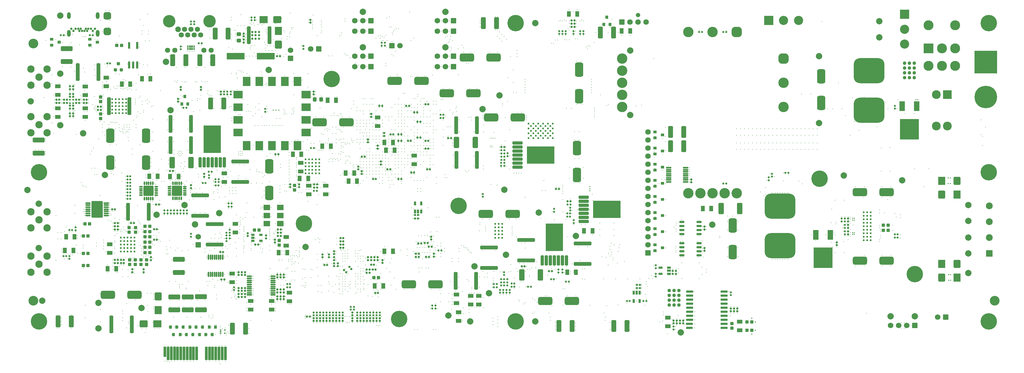
<source format=gbs>
G04*
G04 #@! TF.GenerationSoftware,Altium Limited,Altium Designer,24.1.2 (44)*
G04*
G04 Layer_Color=16711935*
%FSLAX44Y44*%
%MOMM*%
G71*
G04*
G04 #@! TF.SameCoordinates,140FFB89-E29E-458A-976C-A302E020C20F*
G04*
G04*
G04 #@! TF.FilePolarity,Negative*
G04*
G01*
G75*
%ADD54C,0.3556*%
G04:AMPARAMS|DCode=123|XSize=0.608mm|YSize=0.608mm|CornerRadius=0.2024mm|HoleSize=0mm|Usage=FLASHONLY|Rotation=90.000|XOffset=0mm|YOffset=0mm|HoleType=Round|Shape=RoundedRectangle|*
%AMROUNDEDRECTD123*
21,1,0.6080,0.2032,0,0,90.0*
21,1,0.2032,0.6080,0,0,90.0*
1,1,0.4048,0.1016,0.1016*
1,1,0.4048,0.1016,-0.1016*
1,1,0.4048,-0.1016,-0.1016*
1,1,0.4048,-0.1016,0.1016*
%
%ADD123ROUNDEDRECTD123*%
G04:AMPARAMS|DCode=124|XSize=0.608mm|YSize=0.608mm|CornerRadius=0.2024mm|HoleSize=0mm|Usage=FLASHONLY|Rotation=180.000|XOffset=0mm|YOffset=0mm|HoleType=Round|Shape=RoundedRectangle|*
%AMROUNDEDRECTD124*
21,1,0.6080,0.2032,0,0,180.0*
21,1,0.2032,0.6080,0,0,180.0*
1,1,0.4048,-0.1016,0.1016*
1,1,0.4048,0.1016,0.1016*
1,1,0.4048,0.1016,-0.1016*
1,1,0.4048,-0.1016,-0.1016*
%
%ADD124ROUNDEDRECTD124*%
G04:AMPARAMS|DCode=125|XSize=1.7272mm|YSize=1.2192mm|CornerRadius=0.1905mm|HoleSize=0mm|Usage=FLASHONLY|Rotation=90.000|XOffset=0mm|YOffset=0mm|HoleType=Round|Shape=RoundedRectangle|*
%AMROUNDEDRECTD125*
21,1,1.7272,0.8382,0,0,90.0*
21,1,1.3462,1.2192,0,0,90.0*
1,1,0.3810,0.4191,0.6731*
1,1,0.3810,0.4191,-0.6731*
1,1,0.3810,-0.4191,-0.6731*
1,1,0.3810,-0.4191,0.6731*
%
%ADD125ROUNDEDRECTD125*%
G04:AMPARAMS|DCode=126|XSize=1.2446mm|YSize=5.5626mm|CornerRadius=0.3366mm|HoleSize=0mm|Usage=FLASHONLY|Rotation=0.000|XOffset=0mm|YOffset=0mm|HoleType=Round|Shape=RoundedRectangle|*
%AMROUNDEDRECTD126*
21,1,1.2446,4.8895,0,0,0.0*
21,1,0.5715,5.5626,0,0,0.0*
1,1,0.6731,0.2858,-2.4448*
1,1,0.6731,-0.2858,-2.4448*
1,1,0.6731,-0.2858,2.4448*
1,1,0.6731,0.2858,2.4448*
%
%ADD126ROUNDEDRECTD126*%
%ADD129R,1.6764X3.1496*%
%ADD130R,5.9436X6.4516*%
G04:AMPARAMS|DCode=131|XSize=1.6256mm|YSize=0.508mm|CornerRadius=0.1422mm|HoleSize=0mm|Usage=FLASHONLY|Rotation=180.000|XOffset=0mm|YOffset=0mm|HoleType=Round|Shape=RoundedRectangle|*
%AMROUNDEDRECTD131*
21,1,1.6256,0.2235,0,0,180.0*
21,1,1.3411,0.5080,0,0,180.0*
1,1,0.2845,-0.6706,0.1118*
1,1,0.2845,0.6706,0.1118*
1,1,0.2845,0.6706,-0.1118*
1,1,0.2845,-0.6706,-0.1118*
%
%ADD131ROUNDEDRECTD131*%
G04:AMPARAMS|DCode=132|XSize=1.6256mm|YSize=0.508mm|CornerRadius=0.0813mm|HoleSize=0mm|Usage=FLASHONLY|Rotation=0.000|XOffset=0mm|YOffset=0mm|HoleType=Round|Shape=RoundedRectangle|*
%AMROUNDEDRECTD132*
21,1,1.6256,0.3454,0,0,0.0*
21,1,1.4630,0.5080,0,0,0.0*
1,1,0.1626,0.7315,-0.1727*
1,1,0.1626,-0.7315,-0.1727*
1,1,0.1626,-0.7315,0.1727*
1,1,0.1626,0.7315,0.1727*
%
%ADD132ROUNDEDRECTD132*%
%ADD133C,0.6096*%
%ADD134C,1.3716*%
%ADD137R,0.8128X1.1176*%
G04:AMPARAMS|DCode=139|XSize=0.608mm|YSize=0.608mm|CornerRadius=0.177mm|HoleSize=0mm|Usage=FLASHONLY|Rotation=180.000|XOffset=0mm|YOffset=0mm|HoleType=Round|Shape=RoundedRectangle|*
%AMROUNDEDRECTD139*
21,1,0.6080,0.2540,0,0,180.0*
21,1,0.2540,0.6080,0,0,180.0*
1,1,0.3540,-0.1270,0.1270*
1,1,0.3540,0.1270,0.1270*
1,1,0.3540,0.1270,-0.1270*
1,1,0.3540,-0.1270,-0.1270*
%
%ADD139ROUNDEDRECTD139*%
G04:AMPARAMS|DCode=140|XSize=4.5016mm|YSize=2.6016mm|CornerRadius=0.6758mm|HoleSize=0mm|Usage=FLASHONLY|Rotation=270.000|XOffset=0mm|YOffset=0mm|HoleType=Round|Shape=RoundedRectangle|*
%AMROUNDEDRECTD140*
21,1,4.5016,1.2500,0,0,270.0*
21,1,3.1500,2.6016,0,0,270.0*
1,1,1.3516,-0.6250,-1.5750*
1,1,1.3516,-0.6250,1.5750*
1,1,1.3516,0.6250,1.5750*
1,1,1.3516,0.6250,-1.5750*
%
%ADD140ROUNDEDRECTD140*%
G04:AMPARAMS|DCode=141|XSize=1.0516mm|YSize=1.0516mm|CornerRadius=0.2266mm|HoleSize=0mm|Usage=FLASHONLY|Rotation=270.000|XOffset=0mm|YOffset=0mm|HoleType=Round|Shape=RoundedRectangle|*
%AMROUNDEDRECTD141*
21,1,1.0516,0.5985,0,0,270.0*
21,1,0.5985,1.0516,0,0,270.0*
1,1,0.4531,-0.2993,-0.2993*
1,1,0.4531,-0.2993,0.2993*
1,1,0.4531,0.2993,0.2993*
1,1,0.4531,0.2993,-0.2993*
%
%ADD141ROUNDEDRECTD141*%
G04:AMPARAMS|DCode=142|XSize=1.7272mm|YSize=1.2192mm|CornerRadius=0.1905mm|HoleSize=0mm|Usage=FLASHONLY|Rotation=180.000|XOffset=0mm|YOffset=0mm|HoleType=Round|Shape=RoundedRectangle|*
%AMROUNDEDRECTD142*
21,1,1.7272,0.8382,0,0,180.0*
21,1,1.3462,1.2192,0,0,180.0*
1,1,0.3810,-0.6731,0.4191*
1,1,0.3810,0.6731,0.4191*
1,1,0.3810,0.6731,-0.4191*
1,1,0.3810,-0.6731,-0.4191*
%
%ADD142ROUNDEDRECTD142*%
G04:AMPARAMS|DCode=144|XSize=2.1336mm|YSize=0.7366mm|CornerRadius=0.1302mm|HoleSize=0mm|Usage=FLASHONLY|Rotation=180.000|XOffset=0mm|YOffset=0mm|HoleType=Round|Shape=RoundedRectangle|*
%AMROUNDEDRECTD144*
21,1,2.1336,0.4763,0,0,180.0*
21,1,1.8733,0.7366,0,0,180.0*
1,1,0.2604,-0.9366,0.2381*
1,1,0.2604,0.9366,0.2381*
1,1,0.2604,0.9366,-0.2381*
1,1,0.2604,-0.9366,-0.2381*
%
%ADD144ROUNDEDRECTD144*%
G04:AMPARAMS|DCode=145|XSize=1.4986mm|YSize=3.6576mm|CornerRadius=0.2254mm|HoleSize=0mm|Usage=FLASHONLY|Rotation=270.000|XOffset=0mm|YOffset=0mm|HoleType=Round|Shape=RoundedRectangle|*
%AMROUNDEDRECTD145*
21,1,1.4986,3.2068,0,0,270.0*
21,1,1.0478,3.6576,0,0,270.0*
1,1,0.4509,-1.6034,-0.5239*
1,1,0.4509,-1.6034,0.5239*
1,1,0.4509,1.6034,0.5239*
1,1,0.4509,1.6034,-0.5239*
%
%ADD145ROUNDEDRECTD145*%
%ADD146O,1.6900X0.7400*%
G04:AMPARAMS|DCode=147|XSize=3.556mm|YSize=1.6764mm|CornerRadius=0.3106mm|HoleSize=0mm|Usage=FLASHONLY|Rotation=90.000|XOffset=0mm|YOffset=0mm|HoleType=Round|Shape=RoundedRectangle|*
%AMROUNDEDRECTD147*
21,1,3.5560,1.0551,0,0,90.0*
21,1,2.9347,1.6764,0,0,90.0*
1,1,0.6213,0.5276,1.4674*
1,1,0.6213,0.5276,-1.4674*
1,1,0.6213,-0.5276,-1.4674*
1,1,0.6213,-0.5276,1.4674*
%
%ADD147ROUNDEDRECTD147*%
G04:AMPARAMS|DCode=148|XSize=0.608mm|YSize=0.608mm|CornerRadius=0.177mm|HoleSize=0mm|Usage=FLASHONLY|Rotation=270.000|XOffset=0mm|YOffset=0mm|HoleType=Round|Shape=RoundedRectangle|*
%AMROUNDEDRECTD148*
21,1,0.6080,0.2540,0,0,270.0*
21,1,0.2540,0.6080,0,0,270.0*
1,1,0.3540,-0.1270,-0.1270*
1,1,0.3540,-0.1270,0.1270*
1,1,0.3540,0.1270,0.1270*
1,1,0.3540,0.1270,-0.1270*
%
%ADD148ROUNDEDRECTD148*%
G04:AMPARAMS|DCode=151|XSize=1.3716mm|YSize=1.1176mm|CornerRadius=0.1778mm|HoleSize=0mm|Usage=FLASHONLY|Rotation=180.000|XOffset=0mm|YOffset=0mm|HoleType=Round|Shape=RoundedRectangle|*
%AMROUNDEDRECTD151*
21,1,1.3716,0.7620,0,0,180.0*
21,1,1.0160,1.1176,0,0,180.0*
1,1,0.3556,-0.5080,0.3810*
1,1,0.3556,0.5080,0.3810*
1,1,0.3556,0.5080,-0.3810*
1,1,0.3556,-0.5080,-0.3810*
%
%ADD151ROUNDEDRECTD151*%
%ADD162R,8.6800X5.4900*%
G04:AMPARAMS|DCode=163|XSize=3.2mm|YSize=1.03mm|CornerRadius=0.2925mm|HoleSize=0mm|Usage=FLASHONLY|Rotation=0.000|XOffset=0mm|YOffset=0mm|HoleType=Round|Shape=RoundedRectangle|*
%AMROUNDEDRECTD163*
21,1,3.2000,0.4450,0,0,0.0*
21,1,2.6150,1.0300,0,0,0.0*
1,1,0.5850,1.3075,-0.2225*
1,1,0.5850,-1.3075,-0.2225*
1,1,0.5850,-1.3075,0.2225*
1,1,0.5850,1.3075,0.2225*
%
%ADD163ROUNDEDRECTD163*%
G04:AMPARAMS|DCode=164|XSize=4.5016mm|YSize=2.6016mm|CornerRadius=0.6758mm|HoleSize=0mm|Usage=FLASHONLY|Rotation=180.000|XOffset=0mm|YOffset=0mm|HoleType=Round|Shape=RoundedRectangle|*
%AMROUNDEDRECTD164*
21,1,4.5016,1.2500,0,0,180.0*
21,1,3.1500,2.6016,0,0,180.0*
1,1,1.3516,-1.5750,0.6250*
1,1,1.3516,1.5750,0.6250*
1,1,1.3516,1.5750,-0.6250*
1,1,1.3516,-1.5750,-0.6250*
%
%ADD164ROUNDEDRECTD164*%
G04:AMPARAMS|DCode=165|XSize=1.2446mm|YSize=5.5626mm|CornerRadius=0.3366mm|HoleSize=0mm|Usage=FLASHONLY|Rotation=90.000|XOffset=0mm|YOffset=0mm|HoleType=Round|Shape=RoundedRectangle|*
%AMROUNDEDRECTD165*
21,1,1.2446,4.8895,0,0,90.0*
21,1,0.5715,5.5626,0,0,90.0*
1,1,0.6731,2.4448,0.2858*
1,1,0.6731,2.4448,-0.2858*
1,1,0.6731,-2.4448,-0.2858*
1,1,0.6731,-2.4448,0.2858*
%
%ADD165ROUNDEDRECTD165*%
G04:AMPARAMS|DCode=167|XSize=3.15mm|YSize=3.15mm|CornerRadius=0.1575mm|HoleSize=0mm|Usage=FLASHONLY|Rotation=0.000|XOffset=0mm|YOffset=0mm|HoleType=Round|Shape=RoundedRectangle|*
%AMROUNDEDRECTD167*
21,1,3.1500,2.8350,0,0,0.0*
21,1,2.8350,3.1500,0,0,0.0*
1,1,0.3150,1.4175,-1.4175*
1,1,0.3150,-1.4175,-1.4175*
1,1,0.3150,-1.4175,1.4175*
1,1,0.3150,1.4175,1.4175*
%
%ADD167ROUNDEDRECTD167*%
G04:AMPARAMS|DCode=168|XSize=0.49mm|YSize=1.14mm|CornerRadius=0.1575mm|HoleSize=0mm|Usage=FLASHONLY|Rotation=0.000|XOffset=0mm|YOffset=0mm|HoleType=Round|Shape=RoundedRectangle|*
%AMROUNDEDRECTD168*
21,1,0.4900,0.8250,0,0,0.0*
21,1,0.1750,1.1400,0,0,0.0*
1,1,0.3150,0.0875,-0.4125*
1,1,0.3150,-0.0875,-0.4125*
1,1,0.3150,-0.0875,0.4125*
1,1,0.3150,0.0875,0.4125*
%
%ADD168ROUNDEDRECTD168*%
G04:AMPARAMS|DCode=172|XSize=1.0516mm|YSize=1.0516mm|CornerRadius=0.2266mm|HoleSize=0mm|Usage=FLASHONLY|Rotation=0.000|XOffset=0mm|YOffset=0mm|HoleType=Round|Shape=RoundedRectangle|*
%AMROUNDEDRECTD172*
21,1,1.0516,0.5985,0,0,0.0*
21,1,0.5985,1.0516,0,0,0.0*
1,1,0.4531,0.2993,-0.2993*
1,1,0.4531,-0.2993,-0.2993*
1,1,0.4531,-0.2993,0.2993*
1,1,0.4531,0.2993,0.2993*
%
%ADD172ROUNDEDRECTD172*%
G04:AMPARAMS|DCode=183|XSize=2.2606mm|YSize=2.5654mm|CornerRadius=0.407mm|HoleSize=0mm|Usage=FLASHONLY|Rotation=90.000|XOffset=0mm|YOffset=0mm|HoleType=Round|Shape=RoundedRectangle|*
%AMROUNDEDRECTD183*
21,1,2.2606,1.7513,0,0,90.0*
21,1,1.4465,2.5654,0,0,90.0*
1,1,0.8141,0.8757,0.7233*
1,1,0.8141,0.8757,-0.7233*
1,1,0.8141,-0.8757,-0.7233*
1,1,0.8141,-0.8757,0.7233*
%
%ADD183ROUNDEDRECTD183*%
%ADD184R,2.5654X2.2606*%
G04:AMPARAMS|DCode=186|XSize=3.5306mm|YSize=5.1816mm|CornerRadius=0.1365mm|HoleSize=0mm|Usage=FLASHONLY|Rotation=0.000|XOffset=0mm|YOffset=0mm|HoleType=Round|Shape=RoundedRectangle|*
%AMROUNDEDRECTD186*
21,1,3.5306,4.9086,0,0,0.0*
21,1,3.2576,5.1816,0,0,0.0*
1,1,0.2731,1.6288,-2.4543*
1,1,0.2731,-1.6288,-2.4543*
1,1,0.2731,-1.6288,2.4543*
1,1,0.2731,1.6288,2.4543*
%
%ADD186ROUNDEDRECTD186*%
%ADD201R,2.1336X0.7366*%
G04:AMPARAMS|DCode=208|XSize=0.94mm|YSize=1.04mm|CornerRadius=0.15mm|HoleSize=0mm|Usage=FLASHONLY|Rotation=180.000|XOffset=0mm|YOffset=0mm|HoleType=Round|Shape=RoundedRectangle|*
%AMROUNDEDRECTD208*
21,1,0.9400,0.7400,0,0,180.0*
21,1,0.6400,1.0400,0,0,180.0*
1,1,0.3000,-0.3200,0.3700*
1,1,0.3000,0.3200,0.3700*
1,1,0.3000,0.3200,-0.3700*
1,1,0.3000,-0.3200,-0.3700*
%
%ADD208ROUNDEDRECTD208*%
%ADD209R,0.4000X0.6500*%
%ADD210R,0.5000X0.6500*%
%ADD212R,2.2606X2.5654*%
G04:AMPARAMS|DCode=213|XSize=2.2606mm|YSize=2.5654mm|CornerRadius=0.407mm|HoleSize=0mm|Usage=FLASHONLY|Rotation=180.000|XOffset=0mm|YOffset=0mm|HoleType=Round|Shape=RoundedRectangle|*
%AMROUNDEDRECTD213*
21,1,2.2606,1.7513,0,0,180.0*
21,1,1.4465,2.5654,0,0,180.0*
1,1,0.8141,-0.7233,0.8757*
1,1,0.8141,0.7233,0.8757*
1,1,0.8141,0.7233,-0.8757*
1,1,0.8141,-0.7233,-0.8757*
%
%ADD213ROUNDEDRECTD213*%
G04:AMPARAMS|DCode=218|XSize=1.4986mm|YSize=3.6576mm|CornerRadius=0.2254mm|HoleSize=0mm|Usage=FLASHONLY|Rotation=0.000|XOffset=0mm|YOffset=0mm|HoleType=Round|Shape=RoundedRectangle|*
%AMROUNDEDRECTD218*
21,1,1.4986,3.2068,0,0,0.0*
21,1,1.0478,3.6576,0,0,0.0*
1,1,0.4509,0.5239,-1.6034*
1,1,0.4509,-0.5239,-1.6034*
1,1,0.4509,-0.5239,1.6034*
1,1,0.4509,0.5239,1.6034*
%
%ADD218ROUNDEDRECTD218*%
G04:AMPARAMS|DCode=219|XSize=0.49mm|YSize=1.14mm|CornerRadius=0.1575mm|HoleSize=0mm|Usage=FLASHONLY|Rotation=90.000|XOffset=0mm|YOffset=0mm|HoleType=Round|Shape=RoundedRectangle|*
%AMROUNDEDRECTD219*
21,1,0.4900,0.8250,0,0,90.0*
21,1,0.1750,1.1400,0,0,90.0*
1,1,0.3150,0.4125,0.0875*
1,1,0.3150,0.4125,-0.0875*
1,1,0.3150,-0.4125,-0.0875*
1,1,0.3150,-0.4125,0.0875*
%
%ADD219ROUNDEDRECTD219*%
%ADD220C,3.0480*%
G04:AMPARAMS|DCode=221|XSize=0.8016mm|YSize=4.3016mm|CornerRadius=0.1383mm|HoleSize=0mm|Usage=FLASHONLY|Rotation=0.000|XOffset=0mm|YOffset=0mm|HoleType=Round|Shape=RoundedRectangle|*
%AMROUNDEDRECTD221*
21,1,0.8016,4.0250,0,0,0.0*
21,1,0.5250,4.3016,0,0,0.0*
1,1,0.2766,0.2625,-2.0125*
1,1,0.2766,-0.2625,-2.0125*
1,1,0.2766,-0.2625,2.0125*
1,1,0.2766,0.2625,2.0125*
%
%ADD221ROUNDEDRECTD221*%
%ADD224C,5.1816*%
%ADD225C,1.7526*%
%ADD226C,2.0066*%
%ADD227C,1.6256*%
G04:AMPARAMS|DCode=228|XSize=1.7526mm|YSize=1.7526mm|CornerRadius=0.3232mm|HoleSize=0mm|Usage=FLASHONLY|Rotation=0.000|XOffset=0mm|YOffset=0mm|HoleType=Round|Shape=RoundedRectangle|*
%AMROUNDEDRECTD228*
21,1,1.7526,1.1062,0,0,0.0*
21,1,1.1062,1.7526,0,0,0.0*
1,1,0.6464,0.5531,-0.5531*
1,1,0.6464,-0.5531,-0.5531*
1,1,0.6464,-0.5531,0.5531*
1,1,0.6464,0.5531,0.5531*
%
%ADD228ROUNDEDRECTD228*%
%ADD229C,3.2766*%
G04:AMPARAMS|DCode=230|XSize=1.7526mm|YSize=1.7526mm|CornerRadius=0.3232mm|HoleSize=0mm|Usage=FLASHONLY|Rotation=90.000|XOffset=0mm|YOffset=0mm|HoleType=Round|Shape=RoundedRectangle|*
%AMROUNDEDRECTD230*
21,1,1.7526,1.1062,0,0,90.0*
21,1,1.1062,1.7526,0,0,90.0*
1,1,0.6464,0.5531,0.5531*
1,1,0.6464,0.5531,-0.5531*
1,1,0.6464,-0.5531,-0.5531*
1,1,0.6464,-0.5531,0.5531*
%
%ADD230ROUNDEDRECTD230*%
%ADD231C,0.7016*%
%ADD232C,2.3016*%
G04:AMPARAMS|DCode=233|XSize=3.2766mm|YSize=3.2766mm|CornerRadius=1.2414mm|HoleSize=0mm|Usage=FLASHONLY|Rotation=270.000|XOffset=0mm|YOffset=0mm|HoleType=Round|Shape=RoundedRectangle|*
%AMROUNDEDRECTD233*
21,1,3.2766,0.7938,0,0,270.0*
21,1,0.7938,3.2766,0,0,270.0*
1,1,2.4829,-0.3969,-0.3969*
1,1,2.4829,-0.3969,0.3969*
1,1,2.4829,0.3969,0.3969*
1,1,2.4829,0.3969,-0.3969*
%
%ADD233ROUNDEDRECTD233*%
G04:AMPARAMS|DCode=234|XSize=1.6256mm|YSize=1.6256mm|CornerRadius=0mm|HoleSize=0mm|Usage=FLASHONLY|Rotation=180.000|XOffset=0mm|YOffset=0mm|HoleType=Round|Shape=Octagon|*
%AMOCTAGOND234*
4,1,8,-0.8128,0.4064,-0.8128,-0.4064,-0.4064,-0.8128,0.4064,-0.8128,0.8128,-0.4064,0.8128,0.4064,0.4064,0.8128,-0.4064,0.8128,-0.8128,0.4064,0.0*
%
%ADD234OCTAGOND234*%

%ADD235C,3.9116*%
%ADD236R,2.8766X2.8766*%
%ADD237C,2.8766*%
%ADD238C,0.7620*%
%ADD239O,1.1176X2.1336*%
%ADD240R,2.1450X2.1450*%
%ADD241C,2.1450*%
G04:AMPARAMS|DCode=242|XSize=3.2766mm|YSize=3.2766mm|CornerRadius=1.2414mm|HoleSize=0mm|Usage=FLASHONLY|Rotation=180.000|XOffset=0mm|YOffset=0mm|HoleType=Round|Shape=RoundedRectangle|*
%AMROUNDEDRECTD242*
21,1,3.2766,0.7938,0,0,180.0*
21,1,0.7938,3.2766,0,0,180.0*
1,1,2.4829,-0.3969,0.3969*
1,1,2.4829,0.3969,0.3969*
1,1,2.4829,0.3969,-0.3969*
1,1,2.4829,-0.3969,-0.3969*
%
%ADD242ROUNDEDRECTD242*%
%ADD243C,7.0866*%
%ADD244R,7.0866X7.0866*%
%ADD245R,2.8766X2.8766*%
%ADD246C,3.1372*%
%ADD247C,3.1400*%
%ADD248R,3.1400X3.1400*%
G04:AMPARAMS|DCode=249|XSize=2.7686mm|YSize=2.7686mm|CornerRadius=0.1842mm|HoleSize=0mm|Usage=FLASHONLY|Rotation=270.000|XOffset=0mm|YOffset=0mm|HoleType=Round|Shape=RoundedRectangle|*
%AMROUNDEDRECTD249*
21,1,2.7686,2.4003,0,0,270.0*
21,1,2.4003,2.7686,0,0,270.0*
1,1,0.3683,-1.2002,-1.2002*
1,1,0.3683,-1.2002,1.2002*
1,1,0.3683,1.2002,1.2002*
1,1,0.3683,1.2002,-1.2002*
%
%ADD249ROUNDEDRECTD249*%
%ADD250C,2.7686*%
%ADD251C,0.1778*%
%ADD252C,1.1176*%
%ADD253C,0.6604*%
%ADD254C,0.6016*%
%ADD255C,0.3000*%
G04:AMPARAMS|DCode=344|XSize=3.15mm|YSize=3.15mm|CornerRadius=0.1575mm|HoleSize=0mm|Usage=FLASHONLY|Rotation=90.000|XOffset=0mm|YOffset=0mm|HoleType=Round|Shape=RoundedRectangle|*
%AMROUNDEDRECTD344*
21,1,3.1500,2.8350,0,0,90.0*
21,1,2.8350,3.1500,0,0,90.0*
1,1,0.3150,1.4175,1.4175*
1,1,0.3150,1.4175,-1.4175*
1,1,0.3150,-1.4175,-1.4175*
1,1,0.3150,-1.4175,1.4175*
%
%ADD344ROUNDEDRECTD344*%
%ADD351R,2.0900X1.6900*%
%ADD352R,0.7400X1.1900*%
%ADD353R,1.1176X0.8128*%
G04:AMPARAMS|DCode=354|XSize=0.51mm|YSize=1.7mm|CornerRadius=0.091mm|HoleSize=0mm|Usage=FLASHONLY|Rotation=270.000|XOffset=0mm|YOffset=0mm|HoleType=Round|Shape=RoundedRectangle|*
%AMROUNDEDRECTD354*
21,1,0.5100,1.5180,0,0,270.0*
21,1,0.3280,1.7000,0,0,270.0*
1,1,0.1820,-0.7590,-0.1640*
1,1,0.1820,-0.7590,0.1640*
1,1,0.1820,0.7590,0.1640*
1,1,0.1820,0.7590,-0.1640*
%
%ADD354ROUNDEDRECTD354*%
%ADD355R,1.1900X0.7400*%
G04:AMPARAMS|DCode=356|XSize=1.3716mm|YSize=1.1176mm|CornerRadius=0.1778mm|HoleSize=0mm|Usage=FLASHONLY|Rotation=90.000|XOffset=0mm|YOffset=0mm|HoleType=Round|Shape=RoundedRectangle|*
%AMROUNDEDRECTD356*
21,1,1.3716,0.7620,0,0,90.0*
21,1,1.0160,1.1176,0,0,90.0*
1,1,0.3556,0.3810,0.5080*
1,1,0.3556,0.3810,-0.5080*
1,1,0.3556,-0.3810,-0.5080*
1,1,0.3556,-0.3810,0.5080*
%
%ADD356ROUNDEDRECTD356*%
%ADD357O,0.5000X1.6500*%
%ADD358R,5.4900X8.6800*%
G04:AMPARAMS|DCode=359|XSize=3.2mm|YSize=1.03mm|CornerRadius=0.2925mm|HoleSize=0mm|Usage=FLASHONLY|Rotation=90.000|XOffset=0mm|YOffset=0mm|HoleType=Round|Shape=RoundedRectangle|*
%AMROUNDEDRECTD359*
21,1,3.2000,0.4450,0,0,90.0*
21,1,2.6150,1.0300,0,0,90.0*
1,1,0.5850,0.2225,1.3075*
1,1,0.5850,0.2225,-1.3075*
1,1,0.5850,-0.2225,-1.3075*
1,1,0.5850,-0.2225,1.3075*
%
%ADD359ROUNDEDRECTD359*%
%ADD360R,2.4400X2.9400*%
%ADD361R,2.9400X2.4400*%
G04:AMPARAMS|DCode=362|XSize=2.1336mm|YSize=0.7366mm|CornerRadius=0.1302mm|HoleSize=0mm|Usage=FLASHONLY|Rotation=270.000|XOffset=0mm|YOffset=0mm|HoleType=Round|Shape=RoundedRectangle|*
%AMROUNDEDRECTD362*
21,1,2.1336,0.4763,0,0,270.0*
21,1,1.8733,0.7366,0,0,270.0*
1,1,0.2604,-0.2381,-0.9366*
1,1,0.2604,-0.2381,0.9366*
1,1,0.2604,0.2381,0.9366*
1,1,0.2604,0.2381,-0.9366*
%
%ADD362ROUNDEDRECTD362*%
G04:AMPARAMS|DCode=363|XSize=0.608mm|YSize=0.608mm|CornerRadius=0.177mm|HoleSize=0mm|Usage=FLASHONLY|Rotation=45.000|XOffset=0mm|YOffset=0mm|HoleType=Round|Shape=RoundedRectangle|*
%AMROUNDEDRECTD363*
21,1,0.6080,0.2540,0,0,45.0*
21,1,0.2540,0.6080,0,0,45.0*
1,1,0.3540,0.1796,0.0000*
1,1,0.3540,0.0000,-0.1796*
1,1,0.3540,-0.1796,0.0000*
1,1,0.3540,0.0000,0.1796*
%
%ADD363ROUNDEDRECTD363*%
%ADD364R,1.1176X0.7112*%
%ADD365R,5.6016X2.1016*%
G04:AMPARAMS|DCode=366|XSize=2.4mm|YSize=2.3mm|CornerRadius=0.61mm|HoleSize=0mm|Usage=FLASHONLY|Rotation=0.000|XOffset=0mm|YOffset=0mm|HoleType=Round|Shape=RoundedRectangle|*
%AMROUNDEDRECTD366*
21,1,2.4000,1.0800,0,0,0.0*
21,1,1.1800,2.3000,0,0,0.0*
1,1,1.2200,0.5900,-0.5400*
1,1,1.2200,-0.5900,-0.5400*
1,1,1.2200,-0.5900,0.5400*
1,1,1.2200,0.5900,0.5400*
%
%ADD366ROUNDEDRECTD366*%
G04:AMPARAMS|DCode=367|XSize=7.9016mm|YSize=9.7016mm|CornerRadius=2.0008mm|HoleSize=0mm|Usage=FLASHONLY|Rotation=90.000|XOffset=0mm|YOffset=0mm|HoleType=Round|Shape=RoundedRectangle|*
%AMROUNDEDRECTD367*
21,1,7.9016,5.7000,0,0,90.0*
21,1,3.9000,9.7016,0,0,90.0*
1,1,4.0016,2.8500,1.9500*
1,1,4.0016,2.8500,-1.9500*
1,1,4.0016,-2.8500,-1.9500*
1,1,4.0016,-2.8500,1.9500*
%
%ADD367ROUNDEDRECTD367*%
%ADD368R,0.7366X2.1336*%
G04:AMPARAMS|DCode=369|XSize=0.4mm|YSize=0.55mm|CornerRadius=0.125mm|HoleSize=0mm|Usage=FLASHONLY|Rotation=270.000|XOffset=0mm|YOffset=0mm|HoleType=Round|Shape=RoundedRectangle|*
%AMROUNDEDRECTD369*
21,1,0.4000,0.3000,0,0,270.0*
21,1,0.1500,0.5500,0,0,270.0*
1,1,0.2500,-0.1500,-0.0750*
1,1,0.2500,-0.1500,0.0750*
1,1,0.2500,0.1500,0.0750*
1,1,0.2500,0.1500,-0.0750*
%
%ADD369ROUNDEDRECTD369*%
G04:AMPARAMS|DCode=370|XSize=0.8016mm|YSize=3.3016mm|CornerRadius=0.0858mm|HoleSize=0mm|Usage=FLASHONLY|Rotation=180.000|XOffset=0mm|YOffset=0mm|HoleType=Round|Shape=RoundedRectangle|*
%AMROUNDEDRECTD370*
21,1,0.8016,3.1300,0,0,180.0*
21,1,0.6300,3.3016,0,0,180.0*
1,1,0.1716,-0.3150,1.5650*
1,1,0.1716,0.3150,1.5650*
1,1,0.1716,0.3150,-1.5650*
1,1,0.1716,-0.3150,-1.5650*
%
%ADD370ROUNDEDRECTD370*%
D54*
X806450Y725170D02*
D03*
X815340D02*
D03*
X797560D02*
D03*
X1794510Y471170D02*
D03*
Y483870D02*
D03*
Y477520D02*
D03*
X2820560Y758250D02*
D03*
X2825860D02*
D03*
X2315210Y31750D02*
D03*
X2303410Y20320D02*
D03*
Y69850D02*
D03*
X2315210Y58420D02*
D03*
X2929890Y189300D02*
D03*
Y207080D02*
D03*
X2923540D02*
D03*
X2923540Y189300D02*
D03*
X2928620Y511810D02*
D03*
Y494030D02*
D03*
X2922270D02*
D03*
Y511810D02*
D03*
X2621170Y384920D02*
D03*
Y379620D02*
D03*
X2626360Y379510D02*
D03*
Y384810D02*
D03*
Y339310D02*
D03*
Y334010D02*
D03*
X2621170Y334120D02*
D03*
Y339420D02*
D03*
D123*
X1919655Y124450D02*
D03*
X1910765Y124450D02*
D03*
X1962835D02*
D03*
X1971725D02*
D03*
X1332865Y701040D02*
D03*
X1326515Y283210D02*
D03*
X514985Y732790D02*
D03*
X1332865Y711200D02*
D03*
X1524635Y579120D02*
D03*
X1731645Y400050D02*
D03*
X1680845Y193040D02*
D03*
X1727835Y185371D02*
D03*
X1547495Y179105D02*
D03*
X1501140Y177835D02*
D03*
X1547495Y168945D02*
D03*
X1501140Y167675D02*
D03*
X625092Y488292D02*
D03*
X603502Y531218D02*
D03*
X338455Y486410D02*
D03*
Y496570D02*
D03*
Y517039D02*
D03*
Y506880D02*
D03*
X850265Y177800D02*
D03*
X657225Y431800D02*
D03*
X338455Y476250D02*
D03*
Y466090D02*
D03*
Y445919D02*
D03*
Y455930D02*
D03*
X2753995Y334010D02*
D03*
X2762885D02*
D03*
Y323850D02*
D03*
X2753995D02*
D03*
X1317625Y283210D02*
D03*
X657225Y421640D02*
D03*
X666115D02*
D03*
Y431800D02*
D03*
X925195Y605790D02*
D03*
X916305D02*
D03*
X925830Y471170D02*
D03*
X934720D02*
D03*
X1323975Y711200D02*
D03*
Y701040D02*
D03*
X1731645Y389890D02*
D03*
X1722755D02*
D03*
Y400050D02*
D03*
X1732915Y427990D02*
D03*
X1724025D02*
D03*
X1515745Y579120D02*
D03*
X1524635Y568960D02*
D03*
X1515745D02*
D03*
X1524635Y589280D02*
D03*
X1515745D02*
D03*
X1524635Y599440D02*
D03*
X1515745D02*
D03*
X523875Y732790D02*
D03*
X283845Y872490D02*
D03*
X274955D02*
D03*
X572135Y935990D02*
D03*
X563245D02*
D03*
X146050Y265430D02*
D03*
X137160D02*
D03*
X164465Y347980D02*
D03*
X155575D02*
D03*
X137795Y961390D02*
D03*
X128905D02*
D03*
X347345Y476250D02*
D03*
Y455930D02*
D03*
Y496570D02*
D03*
Y445919D02*
D03*
Y486410D02*
D03*
Y466090D02*
D03*
Y506880D02*
D03*
Y517039D02*
D03*
X616202Y488292D02*
D03*
X584452Y495912D02*
D03*
X575562D02*
D03*
X594612Y531218D02*
D03*
X2418715Y528320D02*
D03*
X2409825D02*
D03*
X2223135Y494030D02*
D03*
X2214245D02*
D03*
X2146935Y971550D02*
D03*
X2138045D02*
D03*
X2223135D02*
D03*
X2214245D02*
D03*
X220345Y961390D02*
D03*
X229235D02*
D03*
X841375Y167640D02*
D03*
X850265D02*
D03*
X841375Y177800D02*
D03*
X1718945Y185371D02*
D03*
X1556385Y179105D02*
D03*
Y168945D02*
D03*
X1671955Y193040D02*
D03*
X1599549Y168945D02*
D03*
X1608439D02*
D03*
X1492250Y177835D02*
D03*
Y167675D02*
D03*
D124*
X1774190Y965835D02*
D03*
X1742440D02*
D03*
X1764030D02*
D03*
X1718310D02*
D03*
X1708150D02*
D03*
X1697990D02*
D03*
X2001520Y236855D02*
D03*
Y201295D02*
D03*
X1681480Y405765D02*
D03*
X772160Y729615D02*
D03*
X1535430Y581025D02*
D03*
X1525270Y550545D02*
D03*
X1139190Y929005D02*
D03*
X1732280Y409575D02*
D03*
X1708150Y214200D02*
D03*
X1524000Y206410D02*
D03*
X1521460Y159420D02*
D03*
X1541780D02*
D03*
X1531620D02*
D03*
X1511300Y159420D02*
D03*
X1297940Y100965D02*
D03*
X739140Y1009015D02*
D03*
X625727Y499087D02*
D03*
X525780Y400685D02*
D03*
X515620D02*
D03*
X505460D02*
D03*
X660400Y348615D02*
D03*
X464820Y400685D02*
D03*
X485140D02*
D03*
X474980D02*
D03*
X454660D02*
D03*
X495300D02*
D03*
X175260Y356235D02*
D03*
X650240Y321945D02*
D03*
X156210Y257175D02*
D03*
X728980Y1009015D02*
D03*
X506730Y917575D02*
D03*
Y926465D02*
D03*
X664210Y784225D02*
D03*
Y775335D02*
D03*
X674370Y158750D02*
D03*
Y167640D02*
D03*
X892810Y927735D02*
D03*
Y918845D02*
D03*
X538480Y335915D02*
D03*
Y327025D02*
D03*
X1297940Y109855D02*
D03*
X1308100Y100965D02*
D03*
Y109855D02*
D03*
X1457440Y461374D02*
D03*
Y452484D02*
D03*
X1743710Y370205D02*
D03*
Y379095D02*
D03*
X1681480Y414655D02*
D03*
X1732280Y418465D02*
D03*
X1525270Y559435D02*
D03*
X1515110Y550545D02*
D03*
Y559435D02*
D03*
X1535430Y589915D02*
D03*
X1708150Y974725D02*
D03*
X1742440D02*
D03*
X1718310D02*
D03*
X1697990D02*
D03*
X1774190D02*
D03*
X1764030D02*
D03*
X650240Y313055D02*
D03*
X660400Y321945D02*
D03*
Y330835D02*
D03*
X650240D02*
D03*
Y339725D02*
D03*
X660400D02*
D03*
X2057400Y43815D02*
D03*
Y34925D02*
D03*
X2001520Y210185D02*
D03*
Y227965D02*
D03*
X1149350Y929005D02*
D03*
Y937895D02*
D03*
X1139190D02*
D03*
X772160Y720725D02*
D03*
X642620Y784225D02*
D03*
Y775335D02*
D03*
X652977Y784225D02*
D03*
Y775335D02*
D03*
X728980Y1017905D02*
D03*
X739140D02*
D03*
X548640Y996315D02*
D03*
Y1005205D02*
D03*
X538480Y996315D02*
D03*
Y1005205D02*
D03*
X156210Y266065D02*
D03*
X175260Y347345D02*
D03*
X1112557Y79443D02*
D03*
Y88333D02*
D03*
X454660Y409575D02*
D03*
X464820D02*
D03*
X474980D02*
D03*
X485140D02*
D03*
X495300D02*
D03*
X505460D02*
D03*
X515620D02*
D03*
X525780D02*
D03*
X625727Y507977D02*
D03*
X615567Y499087D02*
D03*
Y507977D02*
D03*
X595247Y511787D02*
D03*
Y520677D02*
D03*
X2357120Y513715D02*
D03*
Y504825D02*
D03*
X2367280Y525145D02*
D03*
Y516255D02*
D03*
X2237740Y142875D02*
D03*
Y151765D02*
D03*
X2597150Y343535D02*
D03*
Y334645D02*
D03*
X2596896Y363855D02*
D03*
X2596896Y354965D02*
D03*
X2596896Y375331D02*
D03*
Y384221D02*
D03*
X2586990Y375331D02*
D03*
Y384221D02*
D03*
X2754530Y739267D02*
D03*
Y730377D02*
D03*
X1524000Y215300D02*
D03*
X1695450Y223090D02*
D03*
Y214200D02*
D03*
X1708150Y223090D02*
D03*
X1541780Y150530D02*
D03*
X1511300D02*
D03*
X1521460D02*
D03*
X1531620D02*
D03*
X965200Y88265D02*
D03*
Y79375D02*
D03*
X955040Y88265D02*
D03*
Y79375D02*
D03*
X1132840Y88265D02*
D03*
Y79375D02*
D03*
X1122680Y88265D02*
D03*
Y79375D02*
D03*
X1102360Y88265D02*
D03*
Y79375D02*
D03*
X1092200Y88265D02*
D03*
Y79375D02*
D03*
X1061720Y88265D02*
D03*
Y79375D02*
D03*
X1071880Y88265D02*
D03*
Y79375D02*
D03*
X1082040Y88265D02*
D03*
Y79375D02*
D03*
X924560Y88265D02*
D03*
Y79375D02*
D03*
X934720Y88265D02*
D03*
Y79375D02*
D03*
X944880Y88265D02*
D03*
Y79375D02*
D03*
X975360Y88265D02*
D03*
Y79375D02*
D03*
X985520Y88265D02*
D03*
Y79375D02*
D03*
X995680Y88265D02*
D03*
Y79375D02*
D03*
X1005840Y88265D02*
D03*
Y79375D02*
D03*
X1016000Y88265D02*
D03*
Y79375D02*
D03*
X1051560Y106045D02*
D03*
Y97155D02*
D03*
X1041400Y106045D02*
D03*
Y97155D02*
D03*
D125*
X814578Y276860D02*
D03*
X841502D02*
D03*
X1727708Y1028700D02*
D03*
X968248Y756920D02*
D03*
X1052322Y527050D02*
D03*
X880618Y510540D02*
D03*
X859028Y586740D02*
D03*
X1894078Y975360D02*
D03*
X1754632Y1028700D02*
D03*
X1174462Y624000D02*
D03*
X1179462Y599000D02*
D03*
X1802384Y345440D02*
D03*
X1750314Y214835D02*
D03*
X1174242Y280670D02*
D03*
X1116838Y171450D02*
D03*
X995172Y756920D02*
D03*
X978662Y612140D02*
D03*
X885952Y586740D02*
D03*
X1034288Y501650D02*
D03*
X1025398Y527050D02*
D03*
X907542Y510540D02*
D03*
X384048Y824230D02*
D03*
X347472Y807720D02*
D03*
X499489Y516232D02*
D03*
X406908Y516890D02*
D03*
X141478Y283210D02*
D03*
X172212Y326390D02*
D03*
X276098Y226060D02*
D03*
X1147538Y624000D02*
D03*
X1152538Y599000D02*
D03*
X1061212Y501650D02*
D03*
X1775460Y345440D02*
D03*
X951738Y612140D02*
D03*
X1921002Y975360D02*
D03*
X303022Y226060D02*
D03*
X168402Y283210D02*
D03*
X145288Y326390D02*
D03*
X320548Y807720D02*
D03*
X433832Y516890D02*
D03*
X472565Y516232D02*
D03*
X410972Y824230D02*
D03*
X2149348Y415290D02*
D03*
X2176272D02*
D03*
X1723390Y214835D02*
D03*
X1143762Y171450D02*
D03*
X1147318Y280670D02*
D03*
D126*
X785368Y961390D02*
D03*
X1438148Y678180D02*
D03*
X1438402Y568960D02*
D03*
X1371854Y187995D02*
D03*
X720852Y961390D02*
D03*
X280162Y737870D02*
D03*
X182372Y845820D02*
D03*
X538605Y682602D02*
D03*
Y615292D02*
D03*
X340739Y405742D02*
D03*
X1373632Y678180D02*
D03*
X1373886Y568960D02*
D03*
X405255Y405742D02*
D03*
X246888Y845820D02*
D03*
X344678Y737870D02*
D03*
X474089Y615292D02*
D03*
Y682602D02*
D03*
X352298Y51083D02*
D03*
X287782D02*
D03*
X1436370Y187995D02*
D03*
D129*
X2551430Y332994D02*
D03*
X2505710D02*
D03*
X2777490Y738124D02*
D03*
X2823210D02*
D03*
D130*
X2528570Y260350D02*
D03*
X2800350Y665480D02*
D03*
D131*
X272029Y413258D02*
D03*
X796960Y143470D02*
D03*
Y201970D02*
D03*
Y149970D02*
D03*
Y162970D02*
D03*
X214028Y426258D02*
D03*
X214028Y419758D02*
D03*
X214028Y413258D02*
D03*
X214028Y432758D02*
D03*
X214028Y393758D02*
D03*
X214028Y400258D02*
D03*
X214028Y406758D02*
D03*
X272029Y393758D02*
D03*
X272029Y400258D02*
D03*
X272029Y406758D02*
D03*
X272029Y419758D02*
D03*
X272028Y426258D02*
D03*
X796960Y156470D02*
D03*
Y169470D02*
D03*
Y175970D02*
D03*
X721960Y201970D02*
D03*
Y195470D02*
D03*
X721960Y188970D02*
D03*
X721960Y149970D02*
D03*
Y156470D02*
D03*
Y162970D02*
D03*
Y169470D02*
D03*
Y175970D02*
D03*
X721960Y182470D02*
D03*
X796960Y188970D02*
D03*
X796960Y195470D02*
D03*
X796960Y182470D02*
D03*
D132*
X272028Y432758D02*
D03*
X721960Y143470D02*
D03*
D133*
X1507236Y323440D02*
D03*
Y334440D02*
D03*
X1507490Y345440D02*
D03*
X1507236Y356440D02*
D03*
Y367440D02*
D03*
X1496236Y323440D02*
D03*
Y334440D02*
D03*
Y345440D02*
D03*
Y356440D02*
D03*
Y367440D02*
D03*
X1518236Y323440D02*
D03*
Y334440D02*
D03*
Y345440D02*
D03*
Y356440D02*
D03*
Y367440D02*
D03*
X243282Y391258D02*
D03*
Y402258D02*
D03*
X243028Y413258D02*
D03*
X243282Y424258D02*
D03*
Y435258D02*
D03*
X254282Y391258D02*
D03*
Y402258D02*
D03*
Y413258D02*
D03*
Y424258D02*
D03*
Y435258D02*
D03*
X232282Y391258D02*
D03*
Y402258D02*
D03*
Y413258D02*
D03*
Y424258D02*
D03*
Y435258D02*
D03*
X991160Y841598D02*
D03*
X998598Y834160D02*
D03*
X1001320Y824000D02*
D03*
X998598Y813840D02*
D03*
X991160Y806402D02*
D03*
X981000Y803680D02*
D03*
X970840Y806402D02*
D03*
X963402Y813840D02*
D03*
X960680Y824000D02*
D03*
X963466Y834188D02*
D03*
X970840Y841598D02*
D03*
X981000Y844320D02*
D03*
X1391160Y441598D02*
D03*
X1398598Y434160D02*
D03*
X1401320Y424000D02*
D03*
X1398598Y413840D02*
D03*
X1391160Y406402D02*
D03*
X1381000Y403680D02*
D03*
X1370840Y406402D02*
D03*
X1363402Y413840D02*
D03*
X1360680Y424000D02*
D03*
X1363466Y434188D02*
D03*
X1370840Y441598D02*
D03*
X1381000Y444320D02*
D03*
X1677670Y683260D02*
D03*
Y668020D02*
D03*
Y652780D02*
D03*
X1670050Y645160D02*
D03*
X1662430Y683260D02*
D03*
X1670050Y675640D02*
D03*
X1654810D02*
D03*
X1662430Y668020D02*
D03*
X1647190D02*
D03*
Y683260D02*
D03*
X1639570Y675640D02*
D03*
X1631950Y683260D02*
D03*
X1639570Y660400D02*
D03*
X1631950Y668020D02*
D03*
X1670050Y660400D02*
D03*
X1662430Y652780D02*
D03*
X1654810Y660400D02*
D03*
Y645160D02*
D03*
X1647190Y637540D02*
D03*
Y652780D02*
D03*
X1631950D02*
D03*
X1639570Y645160D02*
D03*
X1624330D02*
D03*
X1616710Y683260D02*
D03*
X1624330Y675640D02*
D03*
X1609090D02*
D03*
X1616710Y668020D02*
D03*
X1601470D02*
D03*
Y683260D02*
D03*
X1624330Y660400D02*
D03*
X1616710Y652780D02*
D03*
X1609090Y660400D02*
D03*
X1616710Y637540D02*
D03*
X1609090Y645160D02*
D03*
X1601470Y637540D02*
D03*
Y652780D02*
D03*
X1677670Y637540D02*
D03*
Y607060D02*
D03*
X1662430Y637540D02*
D03*
Y607060D02*
D03*
X1654810Y599440D02*
D03*
X1670050D02*
D03*
X1662430Y591820D02*
D03*
X1677670D02*
D03*
Y576580D02*
D03*
X1670050Y584200D02*
D03*
X1677670Y561340D02*
D03*
X1670050Y568960D02*
D03*
X1662430Y576580D02*
D03*
X1654810Y584200D02*
D03*
X1662430Y561340D02*
D03*
X1654810Y568960D02*
D03*
X1885950Y435610D02*
D03*
X1809750D02*
D03*
X1855470D02*
D03*
X1870710D02*
D03*
X1847850Y427990D02*
D03*
X1878330D02*
D03*
X1863090D02*
D03*
X1840230Y435610D02*
D03*
X1824990D02*
D03*
X1832610Y427990D02*
D03*
X1817370D02*
D03*
X1631950Y607060D02*
D03*
X1647190D02*
D03*
X1631950Y637540D02*
D03*
X1639570Y599440D02*
D03*
X1624330D02*
D03*
X1616710Y607060D02*
D03*
X1609090Y599440D02*
D03*
X1601470Y607060D02*
D03*
X1616710Y591820D02*
D03*
X1601470D02*
D03*
X1631950D02*
D03*
X1647190D02*
D03*
X1609090Y584200D02*
D03*
X1639570D02*
D03*
X1624330D02*
D03*
X1631950Y576580D02*
D03*
X1647190D02*
D03*
X1624330Y568960D02*
D03*
X1639570D02*
D03*
X1616710Y561340D02*
D03*
Y576580D02*
D03*
X1609090Y568960D02*
D03*
X1601470Y576580D02*
D03*
Y561340D02*
D03*
X1631950D02*
D03*
X1647190D02*
D03*
X1885950Y420370D02*
D03*
X1878330Y412750D02*
D03*
X1885950Y405130D02*
D03*
X1870710D02*
D03*
Y420370D02*
D03*
X1863090Y412750D02*
D03*
X1855470Y420370D02*
D03*
Y405130D02*
D03*
X1885950Y389890D02*
D03*
X1878330Y397510D02*
D03*
X1863090D02*
D03*
X1870710Y389890D02*
D03*
X1855470D02*
D03*
X1824990Y420370D02*
D03*
X1840230D02*
D03*
X1817370Y412750D02*
D03*
X1847850D02*
D03*
X1832610D02*
D03*
X1809750Y420370D02*
D03*
X1840230Y405130D02*
D03*
X1847850Y397510D02*
D03*
X1832610D02*
D03*
X1840230Y389890D02*
D03*
X1824990D02*
D03*
Y405130D02*
D03*
X1809750D02*
D03*
X1817370Y397510D02*
D03*
X1809750Y389890D02*
D03*
X1690370Y363425D02*
D03*
X1705610D02*
D03*
X1682750Y355805D02*
D03*
X1697990D02*
D03*
X1690370Y348185D02*
D03*
X1705610Y332945D02*
D03*
Y348185D02*
D03*
X1697990Y340565D02*
D03*
X1690370Y332945D02*
D03*
X1697990Y325325D02*
D03*
X1682750D02*
D03*
X1675130Y363425D02*
D03*
Y348185D02*
D03*
X1667510Y355805D02*
D03*
X1659890Y363425D02*
D03*
Y348185D02*
D03*
X1682750Y340565D02*
D03*
X1675130Y332945D02*
D03*
X1667510Y340565D02*
D03*
Y325325D02*
D03*
X1659890Y317705D02*
D03*
Y332945D02*
D03*
X1705610Y317705D02*
D03*
X1697990Y310085D02*
D03*
X1690370Y302465D02*
D03*
X1705610D02*
D03*
X1690370Y317705D02*
D03*
X1682750Y310085D02*
D03*
X1675130Y317705D02*
D03*
Y302465D02*
D03*
X1697990Y294845D02*
D03*
X1690370Y287225D02*
D03*
X1682750Y294845D02*
D03*
X1705610Y287225D02*
D03*
X1675130D02*
D03*
X1667510Y310085D02*
D03*
X1659890Y302465D02*
D03*
X1667510Y294845D02*
D03*
X1659890Y287225D02*
D03*
X1194000Y88320D02*
D03*
X1204160Y85598D02*
D03*
X1183840D02*
D03*
X1214320Y68000D02*
D03*
X1211598Y78160D02*
D03*
Y57840D02*
D03*
X1204160Y50402D02*
D03*
X1176466Y78188D02*
D03*
X1176402Y57840D02*
D03*
X1194000Y47680D02*
D03*
X1183840Y50402D02*
D03*
X1173680Y68000D02*
D03*
X628267Y672442D02*
D03*
X613027D02*
D03*
X628267Y657202D02*
D03*
Y641962D02*
D03*
X620647Y649582D02*
D03*
X628267Y626722D02*
D03*
X620647Y634342D02*
D03*
Y664822D02*
D03*
X613027Y657202D02*
D03*
Y626722D02*
D03*
Y641962D02*
D03*
X628267Y596242D02*
D03*
X620647Y619102D02*
D03*
X628267Y611482D02*
D03*
X613027D02*
D03*
X620647Y603862D02*
D03*
X613027Y596242D02*
D03*
X605407Y664822D02*
D03*
Y649582D02*
D03*
X597787Y657202D02*
D03*
X605407Y634342D02*
D03*
X597787Y641962D02*
D03*
Y672442D02*
D03*
X590167Y649582D02*
D03*
Y664822D02*
D03*
Y634342D02*
D03*
X582547Y641962D02*
D03*
X605407Y619102D02*
D03*
X597787Y611482D02*
D03*
Y626722D02*
D03*
X605407Y603862D02*
D03*
X597787Y596242D02*
D03*
X590167Y619102D02*
D03*
X582547Y626722D02*
D03*
X590167Y603862D02*
D03*
X582547Y611482D02*
D03*
Y672442D02*
D03*
Y657202D02*
D03*
Y596242D02*
D03*
X894000Y388320D02*
D03*
X883840Y385598D02*
D03*
X914320Y368000D02*
D03*
X911598Y357840D02*
D03*
Y378160D02*
D03*
X904160Y350402D02*
D03*
Y385598D02*
D03*
X883840Y350402D02*
D03*
X894000Y347680D02*
D03*
X876466Y378188D02*
D03*
X876402Y357840D02*
D03*
X873680Y368000D02*
D03*
X2527160Y527008D02*
D03*
X2534598Y519570D02*
D03*
X2537320Y509410D02*
D03*
X2534598Y499250D02*
D03*
X2527160Y491812D02*
D03*
X2517000Y489090D02*
D03*
X2506840Y491812D02*
D03*
X2499402Y499250D02*
D03*
X2496680Y509410D02*
D03*
X2499466Y519598D02*
D03*
X2506840Y527008D02*
D03*
X2517000Y529730D02*
D03*
X2827160Y227008D02*
D03*
X2834597Y219570D02*
D03*
X2837320Y209410D02*
D03*
X2834597Y199250D02*
D03*
X2827160Y191812D02*
D03*
X2817000Y189090D02*
D03*
X2806840Y191812D02*
D03*
X2799402Y199250D02*
D03*
X2796680Y209410D02*
D03*
X2799466Y219598D02*
D03*
X2806840Y227008D02*
D03*
X2817000Y229730D02*
D03*
X70160Y1017598D02*
D03*
X77598Y1010160D02*
D03*
X80320Y1000000D02*
D03*
X77598Y989840D02*
D03*
X70160Y982402D02*
D03*
X60000Y979680D02*
D03*
X49840Y982402D02*
D03*
X42402Y989840D02*
D03*
X39680Y1000000D02*
D03*
X42466Y1010188D02*
D03*
X49840Y1017598D02*
D03*
X60000Y1020320D02*
D03*
Y550320D02*
D03*
X49840Y547598D02*
D03*
X42466Y540188D02*
D03*
X39680Y530000D02*
D03*
X42402Y519840D02*
D03*
X49840Y512402D02*
D03*
X60000Y509680D02*
D03*
X70160Y512402D02*
D03*
X77598Y519840D02*
D03*
X80320Y530000D02*
D03*
X77598Y540160D02*
D03*
X70160Y547598D02*
D03*
X1570160Y1017598D02*
D03*
X1577598Y1010160D02*
D03*
X1580320Y1000000D02*
D03*
X1577598Y989840D02*
D03*
X1570160Y982402D02*
D03*
X1560000Y979680D02*
D03*
X1549840Y982402D02*
D03*
X1542402Y989840D02*
D03*
X1539680Y1000000D02*
D03*
X1542466Y1010188D02*
D03*
X1549840Y1017598D02*
D03*
X1560000Y1020320D02*
D03*
Y80320D02*
D03*
X1549840Y77598D02*
D03*
X1542466Y70188D02*
D03*
X1539680Y60000D02*
D03*
X1542402Y49840D02*
D03*
X1549840Y42402D02*
D03*
X1560000Y39680D02*
D03*
X1570160Y42402D02*
D03*
X1577598Y49840D02*
D03*
X1580320Y60000D02*
D03*
X1577598Y70160D02*
D03*
X1570160Y77598D02*
D03*
X70160D02*
D03*
X77598Y70160D02*
D03*
X80320Y60000D02*
D03*
X77598Y49840D02*
D03*
X70160Y42402D02*
D03*
X60000Y39680D02*
D03*
X49840Y42402D02*
D03*
X42402Y49840D02*
D03*
X39680Y60000D02*
D03*
X42466Y70188D02*
D03*
X49840Y77598D02*
D03*
X60000Y80320D02*
D03*
X3050000Y550320D02*
D03*
X3039840Y547598D02*
D03*
X3032466Y540188D02*
D03*
X3029680Y530000D02*
D03*
X3032402Y519840D02*
D03*
X3039840Y512402D02*
D03*
X3050000Y509680D02*
D03*
X3060160Y512402D02*
D03*
X3067598Y519840D02*
D03*
X3070320Y530000D02*
D03*
X3067598Y540160D02*
D03*
X3060160Y547598D02*
D03*
Y77598D02*
D03*
X3067598Y70160D02*
D03*
X3070320Y60000D02*
D03*
X3067598Y49840D02*
D03*
X3060160Y42402D02*
D03*
X3050000Y39680D02*
D03*
X3039840Y42402D02*
D03*
X3032402Y49840D02*
D03*
X3029680Y60000D02*
D03*
X3032466Y70188D02*
D03*
X3039840Y77598D02*
D03*
X3050000Y80320D02*
D03*
Y1020320D02*
D03*
X3039840Y1017598D02*
D03*
X3032466Y1010188D02*
D03*
X3029680Y1000000D02*
D03*
X3032402Y989840D02*
D03*
X3039840Y982402D02*
D03*
X3050000Y979680D02*
D03*
X3060160Y982402D02*
D03*
X3067598Y989840D02*
D03*
X3070320Y1000000D02*
D03*
X3067598Y1010160D02*
D03*
X3060160Y1017598D02*
D03*
D134*
X1945640Y1024900D02*
D03*
D137*
X1847850Y1018794D02*
D03*
X509397Y744982D02*
D03*
X1857248Y995426D02*
D03*
X518795Y768350D02*
D03*
X1838452Y995426D02*
D03*
X528193Y744982D02*
D03*
X596392Y42164D02*
D03*
X605790Y18796D02*
D03*
X615188Y42164D02*
D03*
X535432D02*
D03*
X544830Y18796D02*
D03*
X554228Y42164D02*
D03*
X584708Y18796D02*
D03*
X575310Y42164D02*
D03*
X565912Y18796D02*
D03*
X523748D02*
D03*
X514350Y42164D02*
D03*
X504952Y18796D02*
D03*
X474472Y42164D02*
D03*
X483870Y18796D02*
D03*
X493268Y42164D02*
D03*
D139*
X2065020Y210185D02*
D03*
X2054675D02*
D03*
X1302890Y272985D02*
D03*
X1106000Y704555D02*
D03*
X914400Y1010285D02*
D03*
X704850Y939165D02*
D03*
X497840Y752475D02*
D03*
X1096000Y624555D02*
D03*
X1126000Y613445D02*
D03*
X1065530Y548005D02*
D03*
X878840Y483235D02*
D03*
X850900Y492125D02*
D03*
X802640Y308610D02*
D03*
X810260Y139065D02*
D03*
X820420D02*
D03*
X830580D02*
D03*
X704850Y967105D02*
D03*
X1106000Y713445D02*
D03*
X1146000Y644555D02*
D03*
X1096000Y633445D02*
D03*
X1126000Y604555D02*
D03*
X1136000Y563445D02*
D03*
X1065530Y539115D02*
D03*
X1076000Y533445D02*
D03*
X2065020Y219075D02*
D03*
X2054675D02*
D03*
X2087880Y53975D02*
D03*
X2067560D02*
D03*
X2077720D02*
D03*
X2057400D02*
D03*
X1294890Y326922D02*
D03*
X1302890Y264095D02*
D03*
X1126490Y253365D02*
D03*
X1116330D02*
D03*
X1106170D02*
D03*
X1096010D02*
D03*
X1141730Y244475D02*
D03*
X1112557Y61663D02*
D03*
X1122680Y61595D02*
D03*
X1132840D02*
D03*
X1102360D02*
D03*
X1092200D02*
D03*
X1071880D02*
D03*
X1082040D02*
D03*
X1061720D02*
D03*
X914400Y1001395D02*
D03*
X924560Y784225D02*
D03*
X704850Y958215D02*
D03*
Y948055D02*
D03*
X632460Y784225D02*
D03*
X878840Y492125D02*
D03*
X850900Y483235D02*
D03*
X570230Y798440D02*
D03*
X506730D02*
D03*
X497840Y761365D02*
D03*
X167640Y800735D02*
D03*
X157480D02*
D03*
X167640Y767715D02*
D03*
Y739775D02*
D03*
X157480Y767715D02*
D03*
Y739775D02*
D03*
X580007Y515597D02*
D03*
X538097Y488927D02*
D03*
X167640Y706755D02*
D03*
X157480D02*
D03*
X989330Y281305D02*
D03*
X972820Y262255D02*
D03*
X989330Y253365D02*
D03*
X952500Y262255D02*
D03*
X1000760Y243205D02*
D03*
X989330D02*
D03*
X774700Y330835D02*
D03*
X802640Y317500D02*
D03*
X716860Y329146D02*
D03*
X1016000Y61595D02*
D03*
X1005840D02*
D03*
X1046480D02*
D03*
X995680D02*
D03*
X975360D02*
D03*
X965200D02*
D03*
X985520D02*
D03*
X955040D02*
D03*
X944880D02*
D03*
X830580Y207645D02*
D03*
X820420D02*
D03*
X810260D02*
D03*
X830580Y160655D02*
D03*
Y130175D02*
D03*
X820420Y160655D02*
D03*
Y130175D02*
D03*
X934720Y61595D02*
D03*
X924560D02*
D03*
X810260Y160655D02*
D03*
Y130175D02*
D03*
X412750Y253365D02*
D03*
X389890Y215265D02*
D03*
X354330D02*
D03*
X774700Y321945D02*
D03*
X2155190Y282575D02*
D03*
Y291465D02*
D03*
Y349885D02*
D03*
Y358775D02*
D03*
X1136000Y554555D02*
D03*
X975360Y70485D02*
D03*
X1076000Y524555D02*
D03*
X1146000Y653445D02*
D03*
X580007Y524487D02*
D03*
X538097Y480037D02*
D03*
X1141730Y253365D02*
D03*
X972820Y271145D02*
D03*
X952500D02*
D03*
X716860Y338036D02*
D03*
X632460Y775335D02*
D03*
X924560D02*
D03*
X506730Y789550D02*
D03*
X570230D02*
D03*
X412750Y262255D02*
D03*
X389890Y224155D02*
D03*
X354330D02*
D03*
X157480Y730885D02*
D03*
X167640Y715645D02*
D03*
X157480D02*
D03*
X167640Y776605D02*
D03*
Y730885D02*
D03*
X157480Y776605D02*
D03*
X167640Y791845D02*
D03*
X157480D02*
D03*
X1046480Y70485D02*
D03*
Y79375D02*
D03*
Y88265D02*
D03*
X1294890Y318032D02*
D03*
X2571750Y309245D02*
D03*
Y300355D02*
D03*
X2113200Y507365D02*
D03*
Y498475D02*
D03*
X830580Y198755D02*
D03*
Y151765D02*
D03*
X820420Y198755D02*
D03*
Y151765D02*
D03*
X810260Y198755D02*
D03*
X688340Y215265D02*
D03*
Y206375D02*
D03*
X810260Y151765D02*
D03*
X708660Y215265D02*
D03*
Y206375D02*
D03*
X698500Y215265D02*
D03*
Y206375D02*
D03*
X688340Y165379D02*
D03*
Y156489D02*
D03*
X708660Y165379D02*
D03*
Y156489D02*
D03*
X698500Y165379D02*
D03*
Y156489D02*
D03*
X708660Y146329D02*
D03*
Y137439D02*
D03*
X688340Y146329D02*
D03*
Y137439D02*
D03*
X698500Y146329D02*
D03*
Y137439D02*
D03*
X2057400Y62865D02*
D03*
X2067560D02*
D03*
X2237740Y100965D02*
D03*
Y92075D02*
D03*
X2258060D02*
D03*
Y100965D02*
D03*
X2247900D02*
D03*
Y92075D02*
D03*
X2077720Y62865D02*
D03*
X2087880D02*
D03*
X2607310Y343535D02*
D03*
Y334645D02*
D03*
Y363900D02*
D03*
Y355010D02*
D03*
Y375331D02*
D03*
Y384221D02*
D03*
X1000760Y234315D02*
D03*
X1126490Y262255D02*
D03*
X1116330D02*
D03*
X1106170D02*
D03*
X1096010D02*
D03*
X989330Y234315D02*
D03*
Y272415D02*
D03*
Y262255D02*
D03*
X965200Y70485D02*
D03*
X955040D02*
D03*
X1132840D02*
D03*
X1122680D02*
D03*
X1112557Y70553D02*
D03*
X1102360Y70485D02*
D03*
X1092200D02*
D03*
X1061720D02*
D03*
X1071880D02*
D03*
X1082040D02*
D03*
X924560D02*
D03*
X934720D02*
D03*
X944880D02*
D03*
X985520D02*
D03*
X1016000D02*
D03*
X995680D02*
D03*
X1005840D02*
D03*
D140*
X1753870Y521790D02*
D03*
X1760220Y769620D02*
D03*
X1753870Y605790D02*
D03*
X397127Y644682D02*
D03*
X284097D02*
D03*
X784860Y464820D02*
D03*
Y548820D02*
D03*
X397127Y560682D02*
D03*
X284097D02*
D03*
X2244090Y278130D02*
D03*
Y362130D02*
D03*
X2522220Y748030D02*
D03*
Y832030D02*
D03*
X1760220Y853620D02*
D03*
D141*
X1128660Y198120D02*
D03*
X204840Y367030D02*
D03*
X199760Y328930D02*
D03*
Y274320D02*
D03*
Y236220D02*
D03*
X219340Y367030D02*
D03*
X214260Y328930D02*
D03*
Y274320D02*
D03*
Y236220D02*
D03*
X738240Y347980D02*
D03*
X752740D02*
D03*
X408570Y326390D02*
D03*
X394070D02*
D03*
X408570Y309880D02*
D03*
X394070D02*
D03*
X408570Y293370D02*
D03*
X394070D02*
D03*
X408570Y276860D02*
D03*
X394070D02*
D03*
X408570Y359410D02*
D03*
X394070D02*
D03*
X408570Y342900D02*
D03*
X394070D02*
D03*
X319670Y929640D02*
D03*
X305170D02*
D03*
X2303410Y58420D02*
D03*
X2288910D02*
D03*
X2303410Y31750D02*
D03*
X2288910D02*
D03*
X2732659Y346710D02*
D03*
X2718181D02*
D03*
X2732659Y363220D02*
D03*
X2718181D02*
D03*
X1114160Y198120D02*
D03*
D142*
X1126000Y675538D02*
D03*
X1241000Y582462D02*
D03*
X883920Y532638D02*
D03*
X792480Y123952D02*
D03*
X1126000Y702462D02*
D03*
X1241000Y555538D02*
D03*
X2039620Y44958D02*
D03*
X1418620Y113733D02*
D03*
X1444020Y113653D02*
D03*
X1374170Y144467D02*
D03*
X1380520Y61663D02*
D03*
X883920Y559562D02*
D03*
X643507Y499468D02*
D03*
X271780Y827532D02*
D03*
X205740Y799592D02*
D03*
X119380Y800862D02*
D03*
X205740Y704088D02*
D03*
X119380D02*
D03*
X962660Y460248D02*
D03*
X909320D02*
D03*
X678050Y367053D02*
D03*
X838200Y298958D02*
D03*
X848360Y123698D02*
D03*
X792480Y97028D02*
D03*
X283210Y303022D02*
D03*
Y276098D02*
D03*
X838200Y325882D02*
D03*
X962660Y487172D02*
D03*
X909320D02*
D03*
X678050Y340129D02*
D03*
X205740Y772668D02*
D03*
X271780Y800608D02*
D03*
X643507Y526393D02*
D03*
X119380Y731012D02*
D03*
X205740D02*
D03*
X119380Y773938D02*
D03*
X848360Y150622D02*
D03*
X668020Y210312D02*
D03*
Y183388D02*
D03*
X726440Y123952D02*
D03*
Y97028D02*
D03*
X2265680Y32258D02*
D03*
Y59182D02*
D03*
X2039620Y71882D02*
D03*
X1374170Y117543D02*
D03*
X1418620Y140657D02*
D03*
X1444020Y140577D02*
D03*
X1380520Y88587D02*
D03*
D144*
X2107835Y153670D02*
D03*
X2107708Y52070D02*
D03*
X2216928Y153670D02*
D03*
Y140970D02*
D03*
Y128270D02*
D03*
Y115570D02*
D03*
Y102870D02*
D03*
Y90170D02*
D03*
X2107835Y140970D02*
D03*
Y128270D02*
D03*
Y115570D02*
D03*
X2107835Y102870D02*
D03*
X2107835Y90170D02*
D03*
X2216928Y39370D02*
D03*
X2107835Y64770D02*
D03*
Y77470D02*
D03*
X2216928D02*
D03*
Y64770D02*
D03*
Y52070D02*
D03*
D145*
X528320Y137414D02*
D03*
Y96266D02*
D03*
X570230Y137668D02*
D03*
Y96520D02*
D03*
X147320Y878586D02*
D03*
X59690Y631444D02*
D03*
X500380Y255524D02*
D03*
X59690Y590296D02*
D03*
X147320Y919734D02*
D03*
X500380Y214376D02*
D03*
X486410Y96266D02*
D03*
Y137414D02*
D03*
D146*
X2083740Y335280D02*
D03*
X2083740Y267970D02*
D03*
X2083740Y373380D02*
D03*
X2083740Y306070D02*
D03*
X2137740D02*
D03*
Y293370D02*
D03*
Y280670D02*
D03*
Y267970D02*
D03*
X2083740Y293370D02*
D03*
Y280670D02*
D03*
X2137740Y373380D02*
D03*
Y360680D02*
D03*
Y347980D02*
D03*
Y335280D02*
D03*
X2083740Y360680D02*
D03*
Y347980D02*
D03*
D147*
X1579626Y206825D02*
D03*
X1638554D02*
D03*
X1374140Y623570D02*
D03*
X1433068D02*
D03*
X538351Y560682D02*
D03*
X479423D02*
D03*
X2207006Y415290D02*
D03*
X2265934D02*
D03*
D148*
X1127125Y149860D02*
D03*
X1118235D02*
D03*
X1942515Y165089D02*
D03*
X1951405Y165090D02*
D03*
X1942515Y175250D02*
D03*
X1951405Y175250D02*
D03*
X639445Y278130D02*
D03*
X630555D02*
D03*
X1736725Y998335D02*
D03*
Y1008380D02*
D03*
Y988060D02*
D03*
X1285445Y744000D02*
D03*
X1241555Y719000D02*
D03*
X1251555Y689000D02*
D03*
X1276555Y629000D02*
D03*
X1285445Y604000D02*
D03*
X1251555Y639000D02*
D03*
X1696720Y477520D02*
D03*
X1243965Y394970D02*
D03*
Y384596D02*
D03*
X1274445Y307340D02*
D03*
X1262825Y305370D02*
D03*
X1295845Y295210D02*
D03*
X1255205Y273620D02*
D03*
X1216025Y739140D02*
D03*
X1131555Y739000D02*
D03*
X1221555Y629000D02*
D03*
X1085215Y579120D02*
D03*
X1156555Y539000D02*
D03*
X290195Y412750D02*
D03*
X1745615Y998335D02*
D03*
Y1008380D02*
D03*
Y988060D02*
D03*
X1724025Y438150D02*
D03*
X1687830Y477520D02*
D03*
X1515745Y609600D02*
D03*
X1348105Y637540D02*
D03*
X1276555Y744000D02*
D03*
X1260445Y689000D02*
D03*
X1250445Y719000D02*
D03*
X1224915Y739140D02*
D03*
X1260445Y639000D02*
D03*
X1285445Y629000D02*
D03*
X1230445D02*
D03*
X1191555Y649000D02*
D03*
X1200445Y629000D02*
D03*
X1140445Y739000D02*
D03*
X1166495Y649000D02*
D03*
X1276555Y604000D02*
D03*
X1290445Y539000D02*
D03*
X1240445Y529000D02*
D03*
X1191555Y509000D02*
D03*
X1165445Y539000D02*
D03*
X1111555Y509000D02*
D03*
X1076325Y579120D02*
D03*
X1588770Y233885D02*
D03*
X1674495Y218645D02*
D03*
X1252855Y394970D02*
D03*
Y384596D02*
D03*
X1283335Y307340D02*
D03*
X1253935Y305370D02*
D03*
X1287413Y263460D02*
D03*
X1286955Y295210D02*
D03*
X1246315Y273620D02*
D03*
Y263460D02*
D03*
X1105535Y238760D02*
D03*
X1110615Y223520D02*
D03*
X1100455D02*
D03*
Y213360D02*
D03*
X818515Y895350D02*
D03*
X804545Y586740D02*
D03*
X210185Y758190D02*
D03*
X177165D02*
D03*
X210185Y748030D02*
D03*
X177165D02*
D03*
X147955Y758190D02*
D03*
X114935D02*
D03*
X147955Y748030D02*
D03*
X114935D02*
D03*
X481582Y534012D02*
D03*
X1017905Y312420D02*
D03*
Y322580D02*
D03*
Y292100D02*
D03*
Y302260D02*
D03*
X958215Y238000D02*
D03*
X812165Y339090D02*
D03*
Y328930D02*
D03*
Y349250D02*
D03*
X741045Y302260D02*
D03*
X428672Y428022D02*
D03*
X431165Y350520D02*
D03*
X299085Y412750D02*
D03*
X349885Y369570D02*
D03*
X299085D02*
D03*
Y359410D02*
D03*
Y349250D02*
D03*
X431165Y317500D02*
D03*
X327025Y254000D02*
D03*
Y243840D02*
D03*
X299085Y254000D02*
D03*
Y243840D02*
D03*
X809625Y895350D02*
D03*
X926465Y491490D02*
D03*
X935355D02*
D03*
X926465Y481330D02*
D03*
X935355D02*
D03*
X1175385Y649000D02*
D03*
X1200445Y509000D02*
D03*
X1120445D02*
D03*
X1200445Y649000D02*
D03*
X1191555Y629000D02*
D03*
X1281555Y539000D02*
D03*
X1732915Y438150D02*
D03*
X1524635Y609600D02*
D03*
X1356995Y637540D02*
D03*
X1231555Y529000D02*
D03*
X813435Y586740D02*
D03*
X1665605Y218645D02*
D03*
X437562Y428022D02*
D03*
X967105Y238000D02*
D03*
X1114425Y238760D02*
D03*
X821055Y349250D02*
D03*
Y339090D02*
D03*
Y328930D02*
D03*
X749935Y302260D02*
D03*
X422275Y317500D02*
D03*
Y350520D02*
D03*
X358775Y369570D02*
D03*
X307975D02*
D03*
Y359410D02*
D03*
Y349250D02*
D03*
X318135Y254000D02*
D03*
Y243840D02*
D03*
X307975Y254000D02*
D03*
Y243840D02*
D03*
X245745Y736600D02*
D03*
X254635D02*
D03*
X245745Y726440D02*
D03*
X254635D02*
D03*
X903605Y74930D02*
D03*
X912495D02*
D03*
X472692Y534012D02*
D03*
X186055Y748030D02*
D03*
Y758190D02*
D03*
X201295D02*
D03*
Y748030D02*
D03*
X139065Y758190D02*
D03*
Y748030D02*
D03*
X123825Y758190D02*
D03*
Y748030D02*
D03*
X1278523Y263460D02*
D03*
X1255205D02*
D03*
X634365Y191770D02*
D03*
X643255D02*
D03*
X1579880Y233885D02*
D03*
X1091565Y223520D02*
D03*
Y213360D02*
D03*
X1119505Y223520D02*
D03*
X1009015Y322580D02*
D03*
Y312420D02*
D03*
Y302260D02*
D03*
Y292100D02*
D03*
D151*
X689610Y944880D02*
D03*
Y965200D02*
D03*
D162*
X1639570Y584200D02*
D03*
X1847850Y412750D02*
D03*
D163*
X1566520Y584200D02*
D03*
X1774800Y412750D02*
D03*
Y374650D02*
D03*
Y387350D02*
D03*
Y400050D02*
D03*
Y425450D02*
D03*
Y438150D02*
D03*
Y450850D02*
D03*
X1566520Y546100D02*
D03*
Y558800D02*
D03*
Y571500D02*
D03*
Y596900D02*
D03*
Y609600D02*
D03*
Y622300D02*
D03*
D164*
X943610Y687070D02*
D03*
X1027610D02*
D03*
X1483180Y702310D02*
D03*
X1567180D02*
D03*
X1491160Y891540D02*
D03*
X1263830Y817880D02*
D03*
X1407160Y891540D02*
D03*
X1343660Y778510D02*
D03*
X1179830Y817880D02*
D03*
X1550850Y398780D02*
D03*
X1737540Y124460D02*
D03*
X1224280Y176530D02*
D03*
X2727960Y251460D02*
D03*
X2643960D02*
D03*
X1466850Y398780D02*
D03*
X1427660Y778510D02*
D03*
X1308280Y176530D02*
D03*
X1653540Y124460D02*
D03*
X2643960Y467360D02*
D03*
X2727960D02*
D03*
X360860Y143510D02*
D03*
X276860D02*
D03*
D165*
X613410Y366268D02*
D03*
Y301752D02*
D03*
X1771650Y305513D02*
D03*
X1593850Y316943D02*
D03*
X1477010Y292643D02*
D03*
X693037Y499214D02*
D03*
X567307Y392534D02*
D03*
X693037Y563731D02*
D03*
X567307Y457051D02*
D03*
X1593850Y252427D02*
D03*
X1477010Y228127D02*
D03*
X1771650Y240997D02*
D03*
D167*
X494787Y471482D02*
D03*
D168*
X501287Y447482D02*
D03*
X405130Y495170D02*
D03*
X398630Y495170D02*
D03*
X392130Y495170D02*
D03*
X418130D02*
D03*
X411630Y495170D02*
D03*
X392130Y447170D02*
D03*
X398630Y447170D02*
D03*
X405130Y447170D02*
D03*
X411630Y447170D02*
D03*
X418130Y447170D02*
D03*
X501287Y495482D02*
D03*
X494787D02*
D03*
X488287D02*
D03*
X481787D02*
D03*
Y447482D02*
D03*
X488287D02*
D03*
X494787D02*
D03*
X507787D02*
D03*
Y495482D02*
D03*
D172*
X864870Y488580D02*
D03*
X816610Y300090D02*
D03*
X254000Y766710D02*
D03*
Y698870D02*
D03*
X816610Y314590D02*
D03*
X864870Y474080D02*
D03*
X344170Y355230D02*
D03*
Y340730D02*
D03*
X364490Y355230D02*
D03*
Y340730D02*
D03*
X381000Y239130D02*
D03*
Y253630D02*
D03*
X398780Y239130D02*
D03*
Y253630D02*
D03*
X363220Y239130D02*
D03*
Y253630D02*
D03*
X345440Y239130D02*
D03*
Y253630D02*
D03*
X254000Y713370D02*
D03*
Y752210D02*
D03*
X2241550Y38481D02*
D03*
Y52959D02*
D03*
D183*
X389890Y52070D02*
D03*
X810260Y1010920D02*
D03*
D184*
X433070Y52070D02*
D03*
X767080Y1010920D02*
D03*
D186*
X243028Y413258D02*
D03*
D201*
X2107708Y39370D02*
D03*
D208*
X300380Y852330D02*
D03*
X319380D02*
D03*
X309880Y872330D02*
D03*
D209*
X528480Y925870D02*
D03*
X533480D02*
D03*
X543480D02*
D03*
X548480D02*
D03*
X528480Y918170D02*
D03*
X533480D02*
D03*
X543480D02*
D03*
X548480D02*
D03*
D210*
X538480Y925870D02*
D03*
Y918170D02*
D03*
D212*
X814070Y975360D02*
D03*
X2950210Y459810D02*
D03*
X435610Y95250D02*
D03*
X2901950Y241300D02*
D03*
X2950210Y198120D02*
D03*
X2901950Y502990D02*
D03*
D213*
X2950210D02*
D03*
X814070Y932180D02*
D03*
X435610Y138430D02*
D03*
X2901950Y198120D02*
D03*
X2950210Y241300D02*
D03*
X2901950Y459810D02*
D03*
D218*
X1827276Y970280D02*
D03*
X1910874Y46040D02*
D03*
X1738154D02*
D03*
X1868424Y970280D02*
D03*
X2048256Y656590D02*
D03*
X1458976Y999490D02*
D03*
X2048256Y612140D02*
D03*
X1869726Y46040D02*
D03*
X1697006D02*
D03*
X655574Y966470D02*
D03*
X600456Y746760D02*
D03*
X161544Y59690D02*
D03*
X2089404Y612140D02*
D03*
Y656590D02*
D03*
X120396Y59690D02*
D03*
X1500124Y999490D02*
D03*
X641604Y746760D02*
D03*
X607314Y882650D02*
D03*
X566166D02*
D03*
X614426Y966470D02*
D03*
X481076Y882650D02*
D03*
X522224D02*
D03*
X669036Y36830D02*
D03*
X710184D02*
D03*
D219*
X381130Y464670D02*
D03*
X429130D02*
D03*
X429130Y471170D02*
D03*
X429130Y477670D02*
D03*
X429130Y484170D02*
D03*
X381130D02*
D03*
X381130Y477670D02*
D03*
X381130Y471170D02*
D03*
Y458170D02*
D03*
X429130D02*
D03*
X470787Y471482D02*
D03*
Y464982D02*
D03*
Y458482D02*
D03*
Y484482D02*
D03*
Y477982D02*
D03*
X518787Y458482D02*
D03*
Y464982D02*
D03*
Y471482D02*
D03*
Y477982D02*
D03*
Y484482D02*
D03*
D220*
X42000Y935111D02*
D03*
Y125000D02*
D03*
X3068490Y125000D02*
D03*
D221*
X646500Y-41000D02*
D03*
X636500D02*
D03*
X626500D02*
D03*
X616500D02*
D03*
X606500D02*
D03*
X596500D02*
D03*
X586500D02*
D03*
X556500D02*
D03*
X546500D02*
D03*
X536500D02*
D03*
X526500D02*
D03*
X516500D02*
D03*
X506500D02*
D03*
X496500D02*
D03*
X486500D02*
D03*
X476500D02*
D03*
X466500D02*
D03*
D224*
X981000Y824000D02*
D03*
X1381000Y424000D02*
D03*
X1194000Y68000D02*
D03*
X894000Y368000D02*
D03*
X2517000Y509410D02*
D03*
X2817000Y209410D02*
D03*
X60000Y1000000D02*
D03*
Y530000D02*
D03*
X1560000Y1000000D02*
D03*
Y60000D02*
D03*
X60000D02*
D03*
X3050000Y530000D02*
D03*
Y60000D02*
D03*
Y1000000D02*
D03*
D225*
X1977390Y580390D02*
D03*
Y326390D02*
D03*
Y631190D02*
D03*
Y529590D02*
D03*
Y478790D02*
D03*
Y427990D02*
D03*
Y377190D02*
D03*
Y300990D02*
D03*
Y351790D02*
D03*
Y605790D02*
D03*
Y554990D02*
D03*
Y402590D02*
D03*
Y453390D02*
D03*
Y504190D02*
D03*
Y656590D02*
D03*
X915670Y918210D02*
D03*
X561340Y326390D02*
D03*
X1314450Y862330D02*
D03*
X1339850D02*
D03*
X1314450Y895350D02*
D03*
X1339850D02*
D03*
X1196340Y928370D02*
D03*
X1314450Y974090D02*
D03*
X1339850D02*
D03*
X1314450Y1007110D02*
D03*
X1339850D02*
D03*
X1054100Y862330D02*
D03*
X1079500D02*
D03*
X1054100Y895350D02*
D03*
X1079500D02*
D03*
X1054100Y974090D02*
D03*
X1079500D02*
D03*
X1054100Y1007110D02*
D03*
X1079500D02*
D03*
X852170Y914400D02*
D03*
X2889250Y73660D02*
D03*
X2740660Y46990D02*
D03*
X2766060D02*
D03*
X2791460D02*
D03*
X1971040Y1003300D02*
D03*
X1945640D02*
D03*
X1920240D02*
D03*
D226*
X1633220Y402590D02*
D03*
X1921510Y709930D02*
D03*
X1622000Y1000000D02*
D03*
X1510030Y772160D02*
D03*
X1750060Y328965D02*
D03*
X1622000Y60000D02*
D03*
X1431290Y233715D02*
D03*
X34290Y753110D02*
D03*
X899160Y294860D02*
D03*
X551180Y365760D02*
D03*
X24130Y473710D02*
D03*
X70160Y125000D02*
D03*
X2985770Y323850D02*
D03*
X2777490Y504190D02*
D03*
X1525270Y474980D02*
D03*
X1456690Y728980D02*
D03*
X1339850Y923290D02*
D03*
Y1035050D02*
D03*
X1079500Y923290D02*
D03*
Y1035050D02*
D03*
X783590Y852170D02*
D03*
X59690Y290830D02*
D03*
Y430530D02*
D03*
X199390Y652780D02*
D03*
X430530Y396240D02*
D03*
X518160Y426720D02*
D03*
X627380Y401320D02*
D03*
X474440Y725424D02*
D03*
X127000Y840740D02*
D03*
Y678180D02*
D03*
X267847Y521335D02*
D03*
X459740Y877570D02*
D03*
X2593340Y519430D02*
D03*
X2179320Y364490D02*
D03*
X127000Y1023620D02*
D03*
X383000Y102112D02*
D03*
X247650Y118110D02*
D03*
Y38100D02*
D03*
X2985770Y274320D02*
D03*
Y212090D02*
D03*
Y426860D02*
D03*
Y376860D02*
D03*
X1921510Y913130D02*
D03*
X2515870Y895350D02*
D03*
Y684530D02*
D03*
X2705100Y955040D02*
D03*
X1477010Y148625D02*
D03*
X1530300Y270255D02*
D03*
X1417320Y59725D02*
D03*
X1348740Y78740D02*
D03*
X2705100Y1005840D02*
D03*
X2080260Y25400D02*
D03*
X2816860Y76200D02*
D03*
X2740660D02*
D03*
D227*
X601980Y914400D02*
D03*
X487680D02*
D03*
X579120D02*
D03*
X464820D02*
D03*
X568960Y962660D02*
D03*
X548640D02*
D03*
X528320Y962660D02*
D03*
X508000Y962660D02*
D03*
X558800Y980440D02*
D03*
X538480D02*
D03*
X518160D02*
D03*
D228*
X1894840Y1003300D02*
D03*
X941070Y918210D02*
D03*
X1365250Y862330D02*
D03*
Y895350D02*
D03*
X1170940Y928370D02*
D03*
X1365250Y974090D02*
D03*
Y1007110D02*
D03*
X1104900Y862330D02*
D03*
Y895350D02*
D03*
Y974090D02*
D03*
Y1007110D02*
D03*
X2914650Y73660D02*
D03*
X2816860Y46990D02*
D03*
D229*
X1896110Y735330D02*
D03*
Y773430D02*
D03*
X2104390Y463550D02*
D03*
X2180590Y971550D02*
D03*
X2104390D02*
D03*
X2142490Y463550D02*
D03*
X2180590D02*
D03*
X2218690D02*
D03*
X2256790D02*
D03*
X2404110Y811530D02*
D03*
Y735330D02*
D03*
X1896110Y811530D02*
D03*
Y849630D02*
D03*
Y887730D02*
D03*
D230*
X1977390Y275590D02*
D03*
X561340Y300990D02*
D03*
X852170Y889000D02*
D03*
D231*
X752750Y950650D02*
D03*
X752750Y972050D02*
D03*
X742050Y972050D02*
D03*
X752750Y961350D02*
D03*
X742050D02*
D03*
X731350Y972050D02*
D03*
Y961350D02*
D03*
X742050Y950650D02*
D03*
X731350D02*
D03*
D232*
X85400Y855400D02*
D03*
X34600D02*
D03*
Y804600D02*
D03*
X85400D02*
D03*
Y705400D02*
D03*
X34600D02*
D03*
X85400Y654600D02*
D03*
X34600D02*
D03*
Y405400D02*
D03*
X85400D02*
D03*
Y354600D02*
D03*
X34600D02*
D03*
X85400Y214600D02*
D03*
Y265400D02*
D03*
X34600D02*
D03*
Y214600D02*
D03*
X60000Y380000D02*
D03*
Y240000D02*
D03*
Y680000D02*
D03*
Y830000D02*
D03*
D233*
X2256790Y971550D02*
D03*
D234*
X497840Y980440D02*
D03*
D235*
X596900Y1005840D02*
D03*
X469900D02*
D03*
D236*
X2357110Y1008380D02*
D03*
D237*
X2404110D02*
D03*
X2451110D02*
D03*
X2785108Y980560D02*
D03*
Y933560D02*
D03*
D238*
X236572Y982284D02*
D03*
X162072D02*
D03*
X203322Y975284D02*
D03*
X211322D02*
D03*
X229822D02*
D03*
X168822D02*
D03*
X187322D02*
D03*
X195322D02*
D03*
X207322Y982284D02*
D03*
X215322D02*
D03*
X223322D02*
D03*
X191322D02*
D03*
X183322D02*
D03*
X175322D02*
D03*
D239*
X244322Y967284D02*
D03*
Y1023284D02*
D03*
X154322Y967284D02*
D03*
Y1023284D02*
D03*
D240*
X3051665Y274250D02*
D03*
D241*
Y324250D02*
D03*
Y374250D02*
D03*
Y424250D02*
D03*
D242*
X2404110Y887730D02*
D03*
D243*
X3040380Y766690D02*
D03*
D244*
Y876690D02*
D03*
D245*
X2785108Y1027560D02*
D03*
D246*
X2860000Y993369D02*
D03*
X2944000D02*
D03*
D247*
Y865369D02*
D03*
X2902000D02*
D03*
X2860000D02*
D03*
X2944000Y920369D02*
D03*
X2902000D02*
D03*
D248*
X2860000D02*
D03*
D249*
X2918968Y774700D02*
D03*
D250*
X2884932D02*
D03*
Y675640D02*
D03*
X2918968D02*
D03*
D251*
X1032000Y274921D02*
D03*
Y285734D02*
D03*
X685800Y895350D02*
D03*
X1164052Y482652D02*
D03*
X2150229Y262255D02*
D03*
X2147570Y313055D02*
D03*
X363220Y127635D02*
D03*
X397510Y37465D02*
D03*
X384810D02*
D03*
X371587Y46355D02*
D03*
X342900Y59055D02*
D03*
X342265Y53340D02*
D03*
X1515745Y615315D02*
D03*
X1371346Y154940D02*
D03*
X666115Y415925D02*
D03*
X651510Y431800D02*
D03*
X617220Y50800D02*
D03*
X615950Y19050D02*
D03*
X80645Y628650D02*
D03*
Y635000D02*
D03*
X38735Y628650D02*
D03*
Y635000D02*
D03*
X419100Y739140D02*
D03*
X414020Y736600D02*
D03*
X1191000Y574000D02*
D03*
X1181000Y564000D02*
D03*
X1211000Y554000D02*
D03*
X1201000Y564000D02*
D03*
X1211000Y574000D02*
D03*
X1201000Y574000D02*
D03*
X1191000Y584000D02*
D03*
X1171000D02*
D03*
X831850Y281940D02*
D03*
X869950Y283210D02*
D03*
X727528Y289123D02*
D03*
X741045Y322580D02*
D03*
X693420Y378460D02*
D03*
X701040Y382270D02*
D03*
X736600Y388620D02*
D03*
X708660Y387350D02*
D03*
X681990Y394970D02*
D03*
X693420Y387350D02*
D03*
X689610Y373380D02*
D03*
X693420Y364490D02*
D03*
X694690Y370840D02*
D03*
X863600Y266700D02*
D03*
X890270Y257810D02*
D03*
X870720Y267201D02*
D03*
X875030Y262890D02*
D03*
X880110Y265430D02*
D03*
Y270510D02*
D03*
X920750Y223520D02*
D03*
X880027Y282134D02*
D03*
X880110Y276860D02*
D03*
X881380Y292100D02*
D03*
X1211000Y544000D02*
D03*
X1181000Y554000D02*
D03*
X1191000D02*
D03*
X1181823Y541636D02*
D03*
X1191000Y544000D02*
D03*
X445770Y571500D02*
D03*
X484863Y586463D02*
D03*
X623570Y189230D02*
D03*
X1198894Y284364D02*
D03*
X1169670Y257810D02*
D03*
X1488440Y609600D02*
D03*
X1496060Y637540D02*
D03*
X1492250D02*
D03*
X1488440D02*
D03*
X1484630D02*
D03*
X1480820D02*
D03*
Y609600D02*
D03*
X1484630D02*
D03*
X1480820Y613410D02*
D03*
X1484820Y613397D02*
D03*
X1192530Y760730D02*
D03*
X1043940Y730250D02*
D03*
X1121000Y694000D02*
D03*
Y684000D02*
D03*
X1071000Y724000D02*
D03*
X751840Y726440D02*
D03*
X734060Y707390D02*
D03*
X713740Y721360D02*
D03*
X726440D02*
D03*
X720090Y722630D02*
D03*
X796290Y676910D02*
D03*
X956310Y648970D02*
D03*
X949960Y651510D02*
D03*
X1014730Y656590D02*
D03*
X614680Y334010D02*
D03*
X630236Y338774D02*
D03*
X635000Y331470D02*
D03*
X1111000Y554000D02*
D03*
X1111000Y564000D02*
D03*
X989330Y716280D02*
D03*
X1008380Y715391D02*
D03*
X1012190Y712470D02*
D03*
X1004570Y707390D02*
D03*
X784860Y677001D02*
D03*
X777240Y676910D02*
D03*
X750570D02*
D03*
X739775Y676275D02*
D03*
X763270Y676910D02*
D03*
X770890D02*
D03*
X777240Y580390D02*
D03*
X1071227Y683983D02*
D03*
X825500Y676910D02*
D03*
X819150D02*
D03*
X805180D02*
D03*
X812800D02*
D03*
X1019810Y671830D02*
D03*
X765810Y515620D02*
D03*
X744220Y533400D02*
D03*
X562610Y523240D02*
D03*
Y514350D02*
D03*
X769620Y520700D02*
D03*
X609600Y463550D02*
D03*
X610870Y468630D02*
D03*
X750570Y532130D02*
D03*
X755650Y529590D02*
D03*
X763270Y527050D02*
D03*
X1081000Y714000D02*
D03*
X1957070Y741680D02*
D03*
X1939290Y737870D02*
D03*
X294856Y799412D02*
D03*
X284995Y790871D02*
D03*
X275590Y862330D02*
D03*
X226060Y596900D02*
D03*
X231140Y605790D02*
D03*
X204470Y845820D02*
D03*
X222250Y586740D02*
D03*
X518668Y548524D02*
D03*
X505839Y548534D02*
D03*
X293370Y535940D02*
D03*
X294640Y523240D02*
D03*
X591820Y786130D02*
D03*
X601980Y772160D02*
D03*
X287020Y532384D02*
D03*
Y526288D02*
D03*
X590754Y778306D02*
D03*
X595066Y773993D02*
D03*
X1794510Y927100D02*
D03*
X1786890Y918210D02*
D03*
X1788590Y928800D02*
D03*
X1784279Y924489D02*
D03*
X1858010Y297180D02*
D03*
X1870710Y300990D02*
D03*
X1858010Y287020D02*
D03*
X1883410Y281305D02*
D03*
X1861820Y271780D02*
D03*
X1852930Y273050D02*
D03*
X1858010Y265430D02*
D03*
X1832610Y264160D02*
D03*
X1845310Y261620D02*
D03*
X1863090Y278130D02*
D03*
X1902460Y248920D02*
D03*
X1888490Y300990D02*
D03*
X1861820Y306070D02*
D03*
X1880762Y243886D02*
D03*
X1851660Y237490D02*
D03*
X1885950Y292100D02*
D03*
X1866900Y260350D02*
D03*
Y254000D02*
D03*
X2065020Y278050D02*
D03*
Y290750D02*
D03*
Y283210D02*
D03*
Y295910D02*
D03*
X2065020Y350520D02*
D03*
Y363220D02*
D03*
X2059080Y356870D02*
D03*
X2072720Y225980D02*
D03*
Y213280D02*
D03*
X1241000Y594000D02*
D03*
X1231000Y574000D02*
D03*
X1241000Y544000D02*
D03*
X1201000Y594000D02*
D03*
X1231000D02*
D03*
X1221000Y584000D02*
D03*
Y574000D02*
D03*
Y564000D02*
D03*
X830580Y894080D02*
D03*
X1066800Y867410D02*
D03*
X1151890Y872490D02*
D03*
Y864870D02*
D03*
X1413510Y873760D02*
D03*
X1405890Y872490D02*
D03*
X1332230Y614680D02*
D03*
X1322516Y725170D02*
D03*
X1518920Y741680D02*
D03*
X1520190Y746760D02*
D03*
X1419860Y703580D02*
D03*
X1413510Y702310D02*
D03*
X1988820Y204470D02*
D03*
X1974850Y170180D02*
D03*
X1852930Y744220D02*
D03*
X1847850Y740410D02*
D03*
X1429385Y657225D02*
D03*
X1422400Y694110D02*
D03*
X1736090Y731520D02*
D03*
X1720850D02*
D03*
X1281430Y594360D02*
D03*
X1241000Y674000D02*
D03*
X1991360Y194310D02*
D03*
X1979930Y195580D02*
D03*
X1972310Y185420D02*
D03*
X1971040Y177800D02*
D03*
X1231000Y664000D02*
D03*
X1374140Y721360D02*
D03*
X1808480Y732790D02*
D03*
Y703580D02*
D03*
Y727710D02*
D03*
Y721360D02*
D03*
Y715010D02*
D03*
Y708660D02*
D03*
X1725930Y981710D02*
D03*
X1729740Y976630D02*
D03*
X1769110Y1009650D02*
D03*
X1714500D02*
D03*
X1703070Y1007110D02*
D03*
X1692910Y946150D02*
D03*
X1686560D02*
D03*
X1748790Y949960D02*
D03*
X1720850Y947420D02*
D03*
X1755140Y949960D02*
D03*
X1714500Y947420D02*
D03*
X1729740D02*
D03*
X1680210Y935990D02*
D03*
X1673860D02*
D03*
X1391920Y929640D02*
D03*
X1396124Y921678D02*
D03*
X1380490Y836930D02*
D03*
X1291000Y684000D02*
D03*
X1281000Y684000D02*
D03*
X1379220Y918210D02*
D03*
X1330960Y759460D02*
D03*
X1325880D02*
D03*
X1252220Y774700D02*
D03*
Y768350D02*
D03*
X1181000Y664000D02*
D03*
X1221000Y734000D02*
D03*
X890042Y194082D02*
D03*
X1857312Y987298D02*
D03*
X1356360Y958469D02*
D03*
X1344930Y958850D02*
D03*
X1339850Y955040D02*
D03*
X1358900Y918210D02*
D03*
X1361440Y944880D02*
D03*
X1353820Y948690D02*
D03*
X1350010Y938530D02*
D03*
X1352550Y942340D02*
D03*
X1343660Y935990D02*
D03*
X1357630Y923290D02*
D03*
X1353820Y913130D02*
D03*
X1201000Y714000D02*
D03*
Y704000D02*
D03*
X1230630Y944880D02*
D03*
X1163320Y1019810D02*
D03*
X1010920Y962660D02*
D03*
X1155700Y944880D02*
D03*
X1135380Y961390D02*
D03*
X1139680Y957652D02*
D03*
X1005840Y958850D02*
D03*
X1121410Y952500D02*
D03*
X1181000Y684000D02*
D03*
X1012190Y969010D02*
D03*
X1127760Y958850D02*
D03*
X1134110Y952500D02*
D03*
X1151890Y961390D02*
D03*
X1038860Y890270D02*
D03*
X972820Y896620D02*
D03*
X1023620Y1012190D02*
D03*
Y1005840D02*
D03*
X982980Y896620D02*
D03*
X558800Y755650D02*
D03*
X1267460Y257810D02*
D03*
X756920Y302260D02*
D03*
X756928Y290822D02*
D03*
X728980Y300990D02*
D03*
X633730Y323850D02*
D03*
X248487Y759626D02*
D03*
X543640Y910590D02*
D03*
X549736D02*
D03*
X710955Y948065D02*
D03*
X709178Y953897D02*
D03*
X774635Y974025D02*
D03*
X776605Y968168D02*
D03*
X775970Y979973D02*
D03*
X762000Y994410D02*
D03*
X749054Y995620D02*
D03*
X754974Y997077D02*
D03*
X730232Y994392D02*
D03*
X735330Y999490D02*
D03*
X331884Y345760D02*
D03*
X325120Y356870D02*
D03*
X252349Y691072D02*
D03*
X238760Y726440D02*
D03*
X239014Y732531D02*
D03*
X337202Y671830D02*
D03*
X337260Y659557D02*
D03*
X323845Y667442D02*
D03*
X327638Y672214D02*
D03*
X317705Y657655D02*
D03*
X323797Y657867D02*
D03*
X367030Y702310D02*
D03*
X369248Y707988D02*
D03*
X378372Y715010D02*
D03*
X371562Y720558D02*
D03*
X388432Y719619D02*
D03*
X389088Y725680D02*
D03*
X363138Y754935D02*
D03*
X362999Y761029D02*
D03*
X375116Y765370D02*
D03*
X379639Y769457D02*
D03*
X339920Y790176D02*
D03*
X344936Y794189D02*
D03*
X350520Y789940D02*
D03*
X336949Y795499D02*
D03*
X330881Y794917D02*
D03*
X318770Y793750D02*
D03*
X324781Y792738D02*
D03*
X311912Y801370D02*
D03*
X305816D02*
D03*
X299800Y793750D02*
D03*
X305896D02*
D03*
X1090930Y675640D02*
D03*
X1083310Y684289D02*
D03*
X1081201Y673531D02*
D03*
X1088390Y665524D02*
D03*
X1026160Y899160D02*
D03*
X772160Y920750D02*
D03*
X1239520Y952500D02*
D03*
X1271000Y734000D02*
D03*
X725540Y917942D02*
D03*
X1153160Y923290D02*
D03*
X810260Y904240D02*
D03*
X1146810Y955040D02*
D03*
X1143000Y944880D02*
D03*
X441960Y312420D02*
D03*
X416560D02*
D03*
X280767Y1040199D02*
D03*
X270607D02*
D03*
X253931Y1008283D02*
D03*
X283279Y1008477D02*
D03*
X187960Y930910D02*
D03*
X1182370Y910590D02*
D03*
X1187450Y838962D02*
D03*
X814705Y929005D02*
D03*
X1061000Y724000D02*
D03*
X777113Y738124D02*
D03*
X1447800Y370840D02*
D03*
X1447484Y365036D02*
D03*
X1413510Y186690D02*
D03*
X1408430Y191770D02*
D03*
X845820Y248920D02*
D03*
X1715770Y162560D02*
D03*
X1709420D02*
D03*
X1590040Y307340D02*
D03*
X1572260Y124460D02*
D03*
X1569720Y128270D02*
D03*
X1422400Y162560D02*
D03*
Y167640D02*
D03*
X843280Y228600D02*
D03*
X838200Y224790D02*
D03*
X815340Y255270D02*
D03*
Y250190D02*
D03*
X825500Y252730D02*
D03*
X703580Y316230D02*
D03*
X706120Y311150D02*
D03*
X544830Y302260D02*
D03*
X1457960Y134620D02*
D03*
X1436902Y127383D02*
D03*
X1031240Y899160D02*
D03*
X1021080Y904240D02*
D03*
X1176020Y896620D02*
D03*
X1170940Y900430D02*
D03*
X850900Y971550D02*
D03*
X849630Y956310D02*
D03*
X840740Y949960D02*
D03*
X842010Y957580D02*
D03*
X849630Y966470D02*
D03*
X759460Y845820D02*
D03*
Y835660D02*
D03*
D03*
X1155700Y1016000D02*
D03*
X2627630Y689610D02*
D03*
X2658110Y767218D02*
D03*
X2723625Y750525D02*
D03*
X2697480Y673100D02*
D03*
X2641600Y661670D02*
D03*
X797560Y337820D02*
D03*
X800100Y334010D02*
D03*
X1051000Y744000D02*
D03*
X712470Y895350D02*
D03*
X742950D02*
D03*
X732790D02*
D03*
X737870Y905510D02*
D03*
X725170Y924560D02*
D03*
X768350Y996950D02*
D03*
X1168400Y988060D02*
D03*
X777240Y802640D02*
D03*
X772160Y806450D02*
D03*
X777240Y810260D02*
D03*
X1211580Y778510D02*
D03*
X1206500Y778095D02*
D03*
X1163320Y988060D02*
D03*
X830580Y976630D02*
D03*
X854710Y985520D02*
D03*
X854979Y980709D02*
D03*
X859289Y985020D02*
D03*
X834390Y971550D02*
D03*
X824230Y951230D02*
D03*
X1192530Y982980D02*
D03*
X1173480Y963930D02*
D03*
X1184808Y982878D02*
D03*
X1180497Y978567D02*
D03*
X1171876Y969946D02*
D03*
X1176187Y974257D02*
D03*
X1191000Y744000D02*
D03*
X1281430Y753110D02*
D03*
X242570Y521970D02*
D03*
X236220D02*
D03*
X1770380Y225425D02*
D03*
X1778170Y226060D02*
D03*
X1770380Y193675D02*
D03*
X1778170Y193040D02*
D03*
X1563370Y326390D02*
D03*
X1379220Y106400D02*
D03*
X1380490Y79375D02*
D03*
X1412240Y534670D02*
D03*
X1406391Y530359D02*
D03*
X1402080Y534670D02*
D03*
X193040Y497840D02*
D03*
X208280Y483870D02*
D03*
X196350Y489451D02*
D03*
X200660Y485140D02*
D03*
X638175Y536575D02*
D03*
X825500Y193040D02*
D03*
Y202565D02*
D03*
X815340D02*
D03*
X813770Y192593D02*
D03*
X830580Y146050D02*
D03*
X809625Y145415D02*
D03*
X820420Y144780D02*
D03*
X1882140Y111760D02*
D03*
X1709420D02*
D03*
X1281000Y654000D02*
D03*
X1271000Y654000D02*
D03*
X1241000Y634000D02*
D03*
Y624000D02*
D03*
X1968235Y145230D02*
D03*
X1941830Y124460D02*
D03*
X1718945Y381635D02*
D03*
X1075690Y543560D02*
D03*
X929640Y317500D02*
D03*
X942340Y308610D02*
D03*
X855980Y240030D02*
D03*
X876300Y243840D02*
D03*
X862465Y243974D02*
D03*
X866775Y248285D02*
D03*
X943823Y318390D02*
D03*
X939261Y322434D02*
D03*
X1091000Y544000D02*
D03*
X1081000Y544000D02*
D03*
X899160Y181610D02*
D03*
X887730Y172720D02*
D03*
X896620Y166370D02*
D03*
X900430Y171450D02*
D03*
X894355Y171959D02*
D03*
X236093Y834390D02*
D03*
X234823Y852170D02*
D03*
Y867410D02*
D03*
X402590Y745490D02*
D03*
X998220Y708660D02*
D03*
X995680Y633730D02*
D03*
X980694Y708267D02*
D03*
X988921D02*
D03*
X1005340Y631822D02*
D03*
X1010914Y634289D02*
D03*
X1069759Y618666D02*
D03*
X1091000Y684000D02*
D03*
X1101000Y684000D02*
D03*
X1061000Y694000D02*
D03*
X1083848Y654055D02*
D03*
X1077752Y654000D02*
D03*
X1051000Y674000D02*
D03*
X1061000Y684000D02*
D03*
X820420Y544830D02*
D03*
Y554990D02*
D03*
X1080770Y574040D02*
D03*
X1081000Y564000D02*
D03*
X1091000Y564000D02*
D03*
X1101000Y564000D02*
D03*
X1010920Y595146D02*
D03*
X1016817Y592817D02*
D03*
X999490Y665480D02*
D03*
X1005291Y664753D02*
D03*
X1009719Y660563D02*
D03*
X974090Y665480D02*
D03*
X960120Y664210D02*
D03*
X967314Y666751D02*
D03*
X968068Y660702D02*
D03*
X1131000Y624000D02*
D03*
X1121000D02*
D03*
X340808Y664736D02*
D03*
X326390Y821690D02*
D03*
X542290Y755650D02*
D03*
X229235Y743585D02*
D03*
X203835Y720725D02*
D03*
Y786765D02*
D03*
X234950Y768350D02*
D03*
X261955Y715370D02*
D03*
X259715Y800100D02*
D03*
X260350Y795020D02*
D03*
Y805180D02*
D03*
X254000Y774065D02*
D03*
X261955Y775370D02*
D03*
Y770370D02*
D03*
Y760370D02*
D03*
X1024890Y557530D02*
D03*
X1043940Y635000D02*
D03*
X1050290Y629920D02*
D03*
X1044428Y629499D02*
D03*
X1047750Y623570D02*
D03*
X995680Y622300D02*
D03*
X1017786Y624070D02*
D03*
X1011725Y623416D02*
D03*
X374650Y377190D02*
D03*
X375420Y371341D02*
D03*
X379730Y367030D02*
D03*
X1023620Y622300D02*
D03*
X1036320Y619760D02*
D03*
X1026160Y617220D02*
D03*
X1030539Y621462D02*
D03*
X388775Y350520D02*
D03*
X382679D02*
D03*
X849630Y619760D02*
D03*
X856078Y625309D02*
D03*
X1012190Y613410D02*
D03*
X1017524Y610011D02*
D03*
X1012190Y607060D02*
D03*
X421640Y331470D02*
D03*
X429095Y329106D02*
D03*
X430064Y323088D02*
D03*
X978764Y574040D02*
D03*
X973648Y569607D02*
D03*
X1009650Y586740D02*
D03*
X972820Y562610D02*
D03*
X1039959Y558629D02*
D03*
X1009650Y571500D02*
D03*
X998997Y571857D02*
D03*
X993381Y569485D02*
D03*
X984250Y570230D02*
D03*
X984592Y563792D02*
D03*
X989330Y574040D02*
D03*
X461010Y295910D02*
D03*
X417212Y303791D02*
D03*
X422513Y300782D02*
D03*
X858289Y480291D02*
D03*
X1032510Y567690D02*
D03*
X1026523Y564273D02*
D03*
X1026160Y580390D02*
D03*
X1037934Y578008D02*
D03*
X1032645Y581041D02*
D03*
X763661Y308591D02*
D03*
Y288591D02*
D03*
X404252Y266686D02*
D03*
X398726Y269260D02*
D03*
X116840Y38735D02*
D03*
X1504315Y54423D02*
D03*
X1504315Y64770D02*
D03*
Y43441D02*
D03*
X1504315Y75565D02*
D03*
X116205Y54423D02*
D03*
X116205Y64770D02*
D03*
Y43441D02*
D03*
X116205Y75565D02*
D03*
X54423Y586105D02*
D03*
X64770Y586105D02*
D03*
X43441D02*
D03*
X75565Y586105D02*
D03*
X1619494Y89989D02*
D03*
X1615004Y85499D02*
D03*
X1585369Y115134D02*
D03*
X1589859Y119624D02*
D03*
X123190Y38735D02*
D03*
Y80645D02*
D03*
X116840D02*
D03*
X38735Y593852D02*
D03*
Y587502D02*
D03*
X80645D02*
D03*
Y593852D02*
D03*
X1503680Y1020445D02*
D03*
X1497330D02*
D03*
Y978535D02*
D03*
X1503680D02*
D03*
X1532018Y949498D02*
D03*
X1509303Y972213D02*
D03*
X1524385Y957131D02*
D03*
X1517069Y964447D02*
D03*
X1544690Y894080D02*
D03*
X1536224Y827881D02*
D03*
X1234440Y831850D02*
D03*
X1229360D02*
D03*
X521335Y214630D02*
D03*
X480695Y215900D02*
D03*
X521335Y252730D02*
D03*
X478155D02*
D03*
X473807Y292003D02*
D03*
X1271000Y594000D02*
D03*
X1261000D02*
D03*
X1578610Y527050D02*
D03*
X1570990D02*
D03*
X1563370D02*
D03*
X1555750D02*
D03*
X1578610Y718820D02*
D03*
X1565910D02*
D03*
X1595120Y702310D02*
D03*
X1381125Y200660D02*
D03*
Y167640D02*
D03*
X1421130Y275590D02*
D03*
X1390650Y298450D02*
D03*
X1398270Y293370D02*
D03*
X1408430Y290830D02*
D03*
X1413510Y283210D02*
D03*
X1416685Y278765D02*
D03*
X1409700Y285750D02*
D03*
X1403350Y292100D02*
D03*
X1397000Y298450D02*
D03*
X703580Y844550D02*
D03*
X1361440Y713740D02*
D03*
X1363980Y718820D02*
D03*
X1375410Y736600D02*
D03*
X1372870Y731520D02*
D03*
X1081000Y724000D02*
D03*
X1338580Y705104D02*
D03*
X1231000Y514000D02*
D03*
X1356360Y673100D02*
D03*
X1350010D02*
D03*
X1344930D02*
D03*
X1291000Y704000D02*
D03*
X1343660Y513080D02*
D03*
X1338580D02*
D03*
X1239520Y279400D02*
D03*
X1250890Y277050D02*
D03*
X1274890Y301050D02*
D03*
X1250890Y301050D02*
D03*
X1258890Y269050D02*
D03*
X2415540Y255905D02*
D03*
X2407920D02*
D03*
X2400300D02*
D03*
X2392680D02*
D03*
X2385060D02*
D03*
X2377440D02*
D03*
X2369820D02*
D03*
X2415540Y465455D02*
D03*
X2407920D02*
D03*
X2400300D02*
D03*
X2392680D02*
D03*
X2385060D02*
D03*
X2377440D02*
D03*
X2369820D02*
D03*
X2361565Y525145D02*
D03*
X2107565Y518795D02*
D03*
Y525145D02*
D03*
Y531495D02*
D03*
X680720Y838200D02*
D03*
X722630Y834390D02*
D03*
X680720Y843280D02*
D03*
X689610Y849630D02*
D03*
X698500Y845820D02*
D03*
X715010Y840740D02*
D03*
X695960Y849630D02*
D03*
X1352550Y862330D02*
D03*
X1327150D02*
D03*
X1352550Y895350D02*
D03*
Y974090D02*
D03*
X1327150D02*
D03*
X1352550Y1007110D02*
D03*
X1327150D02*
D03*
X1170940Y941070D02*
D03*
X1092200Y862330D02*
D03*
X1056640Y873760D02*
D03*
X1092200Y895350D02*
D03*
Y1007110D02*
D03*
X1066800D02*
D03*
X1092200Y974090D02*
D03*
X1066800D02*
D03*
X684530Y826770D02*
D03*
X626110Y321310D02*
D03*
X613410D02*
D03*
X601980D02*
D03*
X638810Y290830D02*
D03*
X679450Y946150D02*
D03*
X709930Y943610D02*
D03*
X589280Y815340D02*
D03*
X552450D02*
D03*
X523240D02*
D03*
X487680Y816610D02*
D03*
X496570Y819150D02*
D03*
X199390Y405130D02*
D03*
X287020Y396240D02*
D03*
X300958Y667417D02*
D03*
X494030Y814781D02*
D03*
X519430D02*
D03*
X582930D02*
D03*
X557530D02*
D03*
X570230Y773209D02*
D03*
X506730D02*
D03*
X582930Y859790D02*
D03*
X557530D02*
D03*
X494030D02*
D03*
X519430D02*
D03*
X533480Y910986D02*
D03*
X528480D02*
D03*
X471606Y896620D02*
D03*
X598606Y892810D02*
D03*
Y875030D02*
D03*
X538480Y910986D02*
D03*
X504190Y581761D02*
D03*
X499110Y583866D02*
D03*
X497006Y588946D02*
D03*
X499110Y594193D02*
D03*
X504190Y596464D02*
D03*
X509270Y594360D02*
D03*
X511374Y589280D02*
D03*
X508397Y585073D02*
D03*
X699770Y584200D02*
D03*
X694690Y582096D02*
D03*
X689610Y584200D02*
D03*
Y594360D02*
D03*
X694690Y596464D02*
D03*
X699770Y594360D02*
D03*
X701040Y589280D02*
D03*
X688340D02*
D03*
X901000Y655010D02*
D03*
X566420Y760730D02*
D03*
X558546Y761746D02*
D03*
X994664Y651510D02*
D03*
X984250D02*
D03*
X931069Y704215D02*
D03*
X956310D02*
D03*
X1037533D02*
D03*
X1015073D02*
D03*
X953250Y599105D02*
D03*
X948250D02*
D03*
X786130Y500380D02*
D03*
X788670Y589280D02*
D03*
X852170Y265430D02*
D03*
X858520Y267970D02*
D03*
X855980Y248920D02*
D03*
X845820Y254000D02*
D03*
X340360Y223150D02*
D03*
X322580D02*
D03*
X852940Y254769D02*
D03*
X857873Y258945D02*
D03*
X939800Y458470D02*
D03*
X819240Y393700D02*
D03*
X819150Y433070D02*
D03*
X763270Y450850D02*
D03*
X903250Y498175D02*
D03*
X1003300Y566420D02*
D03*
Y588010D02*
D03*
X839470Y469900D02*
D03*
X833755Y471170D02*
D03*
Y492125D02*
D03*
X870285Y576140D02*
D03*
Y571140D02*
D03*
Y561140D02*
D03*
Y556140D02*
D03*
Y551140D02*
D03*
Y546140D02*
D03*
Y536140D02*
D03*
Y531140D02*
D03*
Y521140D02*
D03*
Y516140D02*
D03*
X908250Y498175D02*
D03*
X920877Y492604D02*
D03*
X916940Y477520D02*
D03*
X873506Y506730D02*
D03*
X857250Y728980D02*
D03*
X855980Y712470D02*
D03*
X861060Y720090D02*
D03*
Y725170D02*
D03*
Y715010D02*
D03*
X838200Y712470D02*
D03*
X830580Y727710D02*
D03*
X831850Y712470D02*
D03*
X834390Y723298D02*
D03*
Y717202D02*
D03*
X329700Y814839D02*
D03*
X334010Y819150D02*
D03*
X1591115Y217805D02*
D03*
X1567561Y217205D02*
D03*
X1597753Y223520D02*
D03*
X1604133Y223872D02*
D03*
X251460Y455930D02*
D03*
X728059Y338591D02*
D03*
X705661Y333591D02*
D03*
X704922Y343591D02*
D03*
X705661Y353591D02*
D03*
X728059Y308591D02*
D03*
X705661Y298591D02*
D03*
Y293591D02*
D03*
X728059Y283591D02*
D03*
X763270Y360680D02*
D03*
X805180Y323850D02*
D03*
Y344170D02*
D03*
X786059Y348591D02*
D03*
Y343591D02*
D03*
Y338591D02*
D03*
Y333591D02*
D03*
Y318591D02*
D03*
Y298591D02*
D03*
X172720Y425450D02*
D03*
Y400050D02*
D03*
X328930Y349250D02*
D03*
X287020Y375920D02*
D03*
X341630Y363220D02*
D03*
X318770Y349250D02*
D03*
X336540Y343802D02*
D03*
X321540Y343802D02*
D03*
X282575Y433070D02*
D03*
Y426720D02*
D03*
Y419100D02*
D03*
Y406400D02*
D03*
Y400050D02*
D03*
Y393700D02*
D03*
X203835Y406400D02*
D03*
Y400050D02*
D03*
Y393700D02*
D03*
X1561973Y226695D02*
D03*
X1544828Y239430D02*
D03*
Y217805D02*
D03*
X1582079Y227330D02*
D03*
X834390Y833755D02*
D03*
X793750D02*
D03*
X1308100Y115570D02*
D03*
X360680Y210820D02*
D03*
Y226060D02*
D03*
X920750Y1000760D02*
D03*
Y988060D02*
D03*
X935990Y960120D02*
D03*
X949960Y975360D02*
D03*
Y1000760D02*
D03*
Y988060D02*
D03*
X656590Y765810D02*
D03*
X396240Y755650D02*
D03*
X407670Y751840D02*
D03*
X402590Y759460D02*
D03*
X443230Y787400D02*
D03*
X652977Y769620D02*
D03*
X791210Y207645D02*
D03*
X836295Y207645D02*
D03*
X827405Y342265D02*
D03*
X1492250Y655320D02*
D03*
X533631Y442999D02*
D03*
X524510Y502285D02*
D03*
X1870075Y330200D02*
D03*
Y349250D02*
D03*
Y369570D02*
D03*
X1825625D02*
D03*
Y331470D02*
D03*
Y349250D02*
D03*
X1685925Y57150D02*
D03*
Y45720D02*
D03*
Y34290D02*
D03*
X1749425Y54610D02*
D03*
Y44450D02*
D03*
Y33020D02*
D03*
X1064000Y194000D02*
D03*
X621030Y311785D02*
D03*
X596900D02*
D03*
X786765Y353060D02*
D03*
Y328930D02*
D03*
X362885Y750370D02*
D03*
Y745370D02*
D03*
X385445Y743585D02*
D03*
Y752475D02*
D03*
X266700Y647700D02*
D03*
X1910765Y118735D02*
D03*
X1971725Y130165D02*
D03*
X1956780Y150610D02*
D03*
X1941565Y158565D02*
D03*
X1936800Y165089D02*
D03*
X1957120Y165090D02*
D03*
X1936800Y175250D02*
D03*
X1957120Y175250D02*
D03*
X1535430Y753110D02*
D03*
X401320Y868045D02*
D03*
X369570Y880745D02*
D03*
X344170D02*
D03*
X338265Y871220D02*
D03*
X279804Y876531D02*
D03*
X833750Y614010D02*
D03*
X930910Y605790D02*
D03*
X901700Y600075D02*
D03*
X943250Y599105D02*
D03*
X653415Y538086D02*
D03*
X947477Y481387D02*
D03*
X944360Y627730D02*
D03*
X1457325Y701040D02*
D03*
Y708660D02*
D03*
X1471295Y211490D02*
D03*
X1684655Y224360D02*
D03*
X1689608Y194345D02*
D03*
X1661795Y205503D02*
D03*
X1624330Y228170D02*
D03*
X1610800D02*
D03*
X1625653Y248220D02*
D03*
X1112557Y93400D02*
D03*
X1137920Y74930D02*
D03*
X898525Y79375D02*
D03*
Y70485D02*
D03*
X1132840Y46990D02*
D03*
X1122680D02*
D03*
X1127760Y74930D02*
D03*
X1117600D02*
D03*
X1107440D02*
D03*
X1097280D02*
D03*
X1087120D02*
D03*
X1076960D02*
D03*
X1066800D02*
D03*
X1056640D02*
D03*
X1051560D02*
D03*
X1041400D02*
D03*
X1026160Y57150D02*
D03*
X1036320D02*
D03*
Y74930D02*
D03*
X1026160D02*
D03*
X1021080D02*
D03*
X1010920D02*
D03*
X1000760D02*
D03*
X990600D02*
D03*
X980440D02*
D03*
X970280D02*
D03*
X960120D02*
D03*
X949960D02*
D03*
X939800D02*
D03*
X919480D02*
D03*
X929640D02*
D03*
X1549351Y332440D02*
D03*
Y338940D02*
D03*
Y351940D02*
D03*
Y358440D02*
D03*
X1465580D02*
D03*
Y351940D02*
D03*
X1798955Y780415D02*
D03*
Y822960D02*
D03*
Y788670D02*
D03*
Y806450D02*
D03*
Y815340D02*
D03*
Y797560D02*
D03*
X1590206D02*
D03*
Y815340D02*
D03*
Y806450D02*
D03*
Y788670D02*
D03*
Y822960D02*
D03*
Y780415D02*
D03*
X1527175Y701675D02*
D03*
X1541145Y663575D02*
D03*
X1724660Y326390D02*
D03*
X2121535Y153670D02*
D03*
X1919340Y33020D02*
D03*
Y56670D02*
D03*
X1857375D02*
D03*
Y34828D02*
D03*
X1319530Y388543D02*
D03*
X1311000D02*
D03*
X853698Y113918D02*
D03*
X847217D02*
D03*
X713740Y402590D02*
D03*
X714883Y433070D02*
D03*
X768985Y457839D02*
D03*
X769145Y471874D02*
D03*
X762471Y494642D02*
D03*
X745490Y495912D02*
D03*
X728345Y494642D02*
D03*
X686500Y509247D02*
D03*
X712470D02*
D03*
X653415Y514985D02*
D03*
X609852Y503532D02*
D03*
Y499087D02*
D03*
X645674Y490500D02*
D03*
X634365Y484505D02*
D03*
X610487Y443208D02*
D03*
X628650Y450850D02*
D03*
X645674Y453070D02*
D03*
X657225Y415925D02*
D03*
Y437515D02*
D03*
X666115D02*
D03*
X622935Y465455D02*
D03*
Y475615D02*
D03*
X610487Y488292D02*
D03*
X633095Y499034D02*
D03*
X640484Y513311D02*
D03*
X662940Y533400D02*
D03*
X688975Y518795D02*
D03*
X745860Y539115D02*
D03*
X725043D02*
D03*
X708025Y553847D02*
D03*
X691836Y553925D02*
D03*
X673100D02*
D03*
X643507Y542925D02*
D03*
X647700Y534647D02*
D03*
X620647Y536933D02*
D03*
X605407Y542925D02*
D03*
X603502Y525503D02*
D03*
X813435Y581025D02*
D03*
X804545D02*
D03*
X918965Y669000D02*
D03*
X1086000Y762000D02*
D03*
X1079500D02*
D03*
X1112073D02*
D03*
X1106000D02*
D03*
X1271706D02*
D03*
X1266000D02*
D03*
X1246000D02*
D03*
X1239462D02*
D03*
X1141000Y684000D02*
D03*
X1170849Y636270D02*
D03*
X1009419Y520931D02*
D03*
X1015874Y525780D02*
D03*
X1043973Y523748D02*
D03*
X1035610Y525780D02*
D03*
X1024425Y499480D02*
D03*
X1338580Y523240D02*
D03*
X1261175Y469365D02*
D03*
X1261175Y478327D02*
D03*
X1252605Y478346D02*
D03*
X1252318Y469365D02*
D03*
X1264920Y415925D02*
D03*
X1240790D02*
D03*
X1284605Y418465D02*
D03*
X1232535D02*
D03*
X1238250Y394970D02*
D03*
Y384596D02*
D03*
X1258570Y394970D02*
D03*
Y384596D02*
D03*
X1126148Y191660D02*
D03*
X1121198Y190905D02*
D03*
X1104926Y192300D02*
D03*
X1165089Y215472D02*
D03*
X1153795Y227233D02*
D03*
X1122063Y237328D02*
D03*
X1089095Y218440D02*
D03*
X1105689Y223139D02*
D03*
X1131314Y246579D02*
D03*
X1132559Y254946D02*
D03*
X1146459Y268540D02*
D03*
X1134227Y210949D02*
D03*
X1146875Y295597D02*
D03*
X1134477Y279965D02*
D03*
X1120371Y266296D02*
D03*
X1147434Y256417D02*
D03*
X1165225Y244475D02*
D03*
X1182322Y274582D02*
D03*
X1219010Y267270D02*
D03*
Y287590D02*
D03*
X1477180Y381635D02*
D03*
X1456690Y382382D02*
D03*
X1561973D02*
D03*
X1539748D02*
D03*
X1627217Y120419D02*
D03*
X1620289Y126964D02*
D03*
X1614149Y132679D02*
D03*
X1792835Y412750D02*
D03*
X1755775D02*
D03*
X1733497Y446405D02*
D03*
X1737360Y400050D02*
D03*
X1737995Y409575D02*
D03*
X1501648Y488950D02*
D03*
X1482852Y492125D02*
D03*
X669925Y917575D02*
D03*
X716915Y743585D02*
D03*
X702310Y759460D02*
D03*
X693674Y711625D02*
D03*
X688594D02*
D03*
X735838Y614680D02*
D03*
X862885Y774069D02*
D03*
Y732536D02*
D03*
X862153Y840740D02*
D03*
X906715D02*
D03*
Y798600D02*
D03*
X918965Y768370D02*
D03*
X928250Y769239D02*
D03*
X948690D02*
D03*
X995680Y767715D02*
D03*
X1019683Y635508D02*
D03*
X984250Y671830D02*
D03*
X994664D02*
D03*
X976630Y600075D02*
D03*
X970915Y636270D02*
D03*
Y631063D02*
D03*
X967740Y621665D02*
D03*
X962025Y622300D02*
D03*
X938250Y599105D02*
D03*
X925195Y621665D02*
D03*
X916305D02*
D03*
X908250Y598537D02*
D03*
X905510Y632968D02*
D03*
X875665Y631825D02*
D03*
X866775D02*
D03*
X891540Y626110D02*
D03*
X847725Y592455D02*
D03*
Y583565D02*
D03*
X958250Y498175D02*
D03*
X974375Y464055D02*
D03*
X941070Y491490D02*
D03*
X962025Y497205D02*
D03*
X953250Y498175D02*
D03*
X938250D02*
D03*
X909955Y475615D02*
D03*
X901065D02*
D03*
X887095Y465455D02*
D03*
X871220Y481330D02*
D03*
X874799Y496166D02*
D03*
X878205Y465455D02*
D03*
X819150Y486410D02*
D03*
Y466090D02*
D03*
Y476250D02*
D03*
X845185Y483235D02*
D03*
Y492125D02*
D03*
X847725Y502285D02*
D03*
Y511175D02*
D03*
Y521335D02*
D03*
Y530225D02*
D03*
Y540385D02*
D03*
Y549275D02*
D03*
Y559435D02*
D03*
Y568325D02*
D03*
X904160Y450949D02*
D03*
X906603Y438156D02*
D03*
X510413Y815086D02*
D03*
X572135D02*
D03*
X849797Y1031240D02*
D03*
X376555Y872490D02*
D03*
X384810Y812165D02*
D03*
X684530Y789940D02*
D03*
X665480Y737235D02*
D03*
X659675Y735330D02*
D03*
X678815Y719455D02*
D03*
X667385Y692150D02*
D03*
Y699770D02*
D03*
X859155Y816010D02*
D03*
X888365Y820670D02*
D03*
X1188720Y833045D02*
D03*
X1166495D02*
D03*
X1273810D02*
D03*
X1251555D02*
D03*
X1352550Y794385D02*
D03*
X1332865D02*
D03*
X1438402D02*
D03*
X1416050D02*
D03*
X1503017Y908685D02*
D03*
X1479550D02*
D03*
X1417320D02*
D03*
X1397000D02*
D03*
X1448435Y999490D02*
D03*
Y1007110D02*
D03*
Y988060D02*
D03*
X1807210Y938530D02*
D03*
X1851533Y995426D02*
D03*
X1851660Y969010D02*
D03*
X1827022Y773430D02*
D03*
X1767840Y879475D02*
D03*
X1752660D02*
D03*
X1770120Y744079D02*
D03*
X1753870D02*
D03*
X1593984Y708660D02*
D03*
Y695325D02*
D03*
X1383665D02*
D03*
X1383385Y657225D02*
D03*
X1353820Y725170D02*
D03*
X1338580Y711200D02*
D03*
X1332865Y695325D02*
D03*
Y664845D02*
D03*
Y640715D02*
D03*
X1348105Y643255D02*
D03*
X1356995D02*
D03*
X1362137Y631952D02*
D03*
X1362585Y622300D02*
D03*
Y613445D02*
D03*
X1365125Y583830D02*
D03*
Y549000D02*
D03*
X1429385Y581025D02*
D03*
Y550545D02*
D03*
X1458595D02*
D03*
Y539750D02*
D03*
X1540821D02*
D03*
X1654810Y472044D02*
D03*
X1644650D02*
D03*
X1649730Y503555D02*
D03*
X1760220Y657860D02*
D03*
X1746250D02*
D03*
X1760220Y631825D02*
D03*
X1746250D02*
D03*
X1760220Y573088D02*
D03*
X1746250D02*
D03*
X1762760Y497205D02*
D03*
X1743710D02*
D03*
X1709155Y405130D02*
D03*
Y443230D02*
D03*
X1708785Y463550D02*
D03*
Y469854D02*
D03*
Y476197D02*
D03*
Y483235D02*
D03*
Y488950D02*
D03*
X1773809Y511580D02*
D03*
Y544830D02*
D03*
X1729740D02*
D03*
X1728622Y511580D02*
D03*
X1486535Y177835D02*
D03*
Y167675D02*
D03*
X1517800Y215470D02*
D03*
X1490521Y189545D02*
D03*
X1511300Y215835D02*
D03*
X1490521Y183045D02*
D03*
Y196045D02*
D03*
X1471295Y200060D02*
D03*
X1462405D02*
D03*
X1447165Y200660D02*
D03*
Y167675D02*
D03*
X1492250Y217375D02*
D03*
X1457440D02*
D03*
Y283210D02*
D03*
X1496236D02*
D03*
X1579440Y306705D02*
D03*
X1779524Y364490D02*
D03*
X1766623D02*
D03*
X1743710D02*
D03*
X1786890Y295275D02*
D03*
X1757680D02*
D03*
X1802384Y333248D02*
D03*
X1775460D02*
D03*
X1762760Y252095D02*
D03*
X1737995Y240997D02*
D03*
X1682750Y233715D02*
D03*
X1720596D02*
D03*
X1733550Y210855D02*
D03*
X1732915Y218645D02*
D03*
X1743075D02*
D03*
Y214200D02*
D03*
X1750314Y140335D02*
D03*
X1723390D02*
D03*
X1653540D02*
D03*
X1659890D02*
D03*
X1573148Y242505D02*
D03*
X1585400D02*
D03*
X1594485Y233885D02*
D03*
X1537300Y215470D02*
D03*
X1555783Y196045D02*
D03*
X1603990Y205775D02*
D03*
Y200660D02*
D03*
X1577340Y184185D02*
D03*
X1572133Y168056D02*
D03*
X1556385Y174533D02*
D03*
Y163230D02*
D03*
X1541780Y144815D02*
D03*
X1531620D02*
D03*
X1521460D02*
D03*
X1511300D02*
D03*
X612775Y166878D02*
D03*
X612678Y173014D02*
D03*
X565912Y155351D02*
D03*
X516500Y127052D02*
D03*
X541147D02*
D03*
Y106857D02*
D03*
X516500D02*
D03*
X619125Y143528D02*
D03*
X619912Y131268D02*
D03*
X471170Y-69850D02*
D03*
X607346Y192532D02*
D03*
X721960Y207873D02*
D03*
X682625Y215265D02*
D03*
X671078Y200787D02*
D03*
X662940Y200787D02*
D03*
X669671Y163599D02*
D03*
X667544Y156326D02*
D03*
X677446Y142708D02*
D03*
X666748Y134620D02*
D03*
X678873Y133041D02*
D03*
X675380Y138170D02*
D03*
X607098Y79223D02*
D03*
X595592D02*
D03*
X602107Y70521D02*
D03*
X608330Y73660D02*
D03*
X594360D02*
D03*
X787400Y226060D02*
D03*
X784180Y191689D02*
D03*
X784778Y200270D02*
D03*
X850265Y183515D02*
D03*
X786765Y162955D02*
D03*
Y156489D02*
D03*
Y149970D02*
D03*
X792480Y133975D02*
D03*
X836295Y139065D02*
D03*
X810260Y124460D02*
D03*
X820420D02*
D03*
X830580D02*
D03*
X462280Y-65360D02*
D03*
X629768Y-73660D02*
D03*
X646430Y-15875D02*
D03*
X616500Y-65405D02*
D03*
X646650D02*
D03*
X626500D02*
D03*
X586500D02*
D03*
X596392D02*
D03*
X526104D02*
D03*
X546500D02*
D03*
X536500D02*
D03*
X516630D02*
D03*
X486500D02*
D03*
X486410Y-17785D02*
D03*
X476500Y-18082D02*
D03*
X466500Y-17785D02*
D03*
X476500Y-65405D02*
D03*
X466500D02*
D03*
X456500D02*
D03*
X582930Y106857D02*
D03*
X557657D02*
D03*
X501015D02*
D03*
X474472D02*
D03*
X582930Y127052D02*
D03*
X557657D02*
D03*
X474472D02*
D03*
X501015Y127127D02*
D03*
X421005Y146050D02*
D03*
Y129540D02*
D03*
Y105922D02*
D03*
Y99314D02*
D03*
X655447Y182880D02*
D03*
X738621Y125095D02*
D03*
X721960Y137755D02*
D03*
X703618Y150525D02*
D03*
X693271Y150622D02*
D03*
X734060Y156332D02*
D03*
Y162955D02*
D03*
X674370Y153035D02*
D03*
X678411Y163599D02*
D03*
X417662Y56388D02*
D03*
X440690Y38025D02*
D03*
X423545Y38735D02*
D03*
X432435D02*
D03*
X335875Y115570D02*
D03*
Y39878D02*
D03*
X253365Y58674D02*
D03*
Y98044D02*
D03*
X523130Y165379D02*
D03*
X523257Y161287D02*
D03*
X502285Y169470D02*
D03*
X502158Y165379D02*
D03*
X804545Y92710D02*
D03*
Y101142D02*
D03*
Y119633D02*
D03*
X792840Y113918D02*
D03*
X792480Y63627D02*
D03*
X726440Y63807D02*
D03*
X726080Y113918D02*
D03*
X714375Y119633D02*
D03*
Y101142D02*
D03*
Y92710D02*
D03*
X682625Y130175D02*
D03*
X734060Y143470D02*
D03*
Y149970D02*
D03*
X655955Y210312D02*
D03*
X734060Y201970D02*
D03*
Y195470D02*
D03*
Y188783D02*
D03*
X682625Y198755D02*
D03*
Y179705D02*
D03*
Y188595D02*
D03*
X643890Y207950D02*
D03*
X588010D02*
D03*
X643255Y186055D02*
D03*
X634365D02*
D03*
X597535D02*
D03*
X588645D02*
D03*
X529590D02*
D03*
X511175Y177165D02*
D03*
X502285D02*
D03*
X490630Y186055D02*
D03*
X471130D02*
D03*
X412750Y148590D02*
D03*
X402590D02*
D03*
Y110490D02*
D03*
Y90170D02*
D03*
X323215Y62865D02*
D03*
Y93345D02*
D03*
Y84455D02*
D03*
Y71755D02*
D03*
X630316Y45036D02*
D03*
X637856Y37456D02*
D03*
X649401Y17248D02*
D03*
X654558Y27480D02*
D03*
X628942Y-16310D02*
D03*
X635038D02*
D03*
X650875Y23020D02*
D03*
X631660Y38735D02*
D03*
X394430Y24940D02*
D03*
X591820Y172720D02*
D03*
X570230Y73660D02*
D03*
X527050D02*
D03*
X483870D02*
D03*
X602107Y42164D02*
D03*
X590423Y18796D02*
D03*
X541147Y42164D02*
D03*
X518033Y18796D02*
D03*
X487553Y42164D02*
D03*
X468757D02*
D03*
X548513D02*
D03*
X560197Y18796D02*
D03*
X510667D02*
D03*
X498983Y42164D02*
D03*
X720725Y36868D02*
D03*
Y22058D02*
D03*
X657225Y48514D02*
D03*
Y23020D02*
D03*
X645160Y38735D02*
D03*
X631660Y17305D02*
D03*
X600075Y18796D02*
D03*
X569595Y42164D02*
D03*
X539115Y18796D02*
D03*
X508635Y42164D02*
D03*
X478155Y18796D02*
D03*
X1290890Y277050D02*
D03*
X1359980Y248220D02*
D03*
Y258380D02*
D03*
X1311939Y342713D02*
D03*
X1289175Y326922D02*
D03*
X1302195Y330135D02*
D03*
X1293305Y341565D02*
D03*
X1283145Y330135D02*
D03*
X1274255D02*
D03*
X1262825D02*
D03*
X1253935D02*
D03*
X1282890Y277050D02*
D03*
X1274890D02*
D03*
X1266890D02*
D03*
X1313815Y298510D02*
D03*
X1306890Y293050D02*
D03*
X1290890Y285050D02*
D03*
X1306890Y285050D02*
D03*
X1290890Y269050D02*
D03*
X1282890Y301050D02*
D03*
X1274890Y293050D02*
D03*
X1266890D02*
D03*
X1250890Y293050D02*
D03*
X1246890Y310707D02*
D03*
X1302890D02*
D03*
X1298890Y301050D02*
D03*
X1290890D02*
D03*
X1294890Y310707D02*
D03*
X1286890D02*
D03*
X1270890D02*
D03*
X1262890D02*
D03*
X1254890D02*
D03*
X1258890Y293050D02*
D03*
X1250890Y269050D02*
D03*
X1241233Y273050D02*
D03*
X1246890Y259393D02*
D03*
X1254890D02*
D03*
X1308547Y272985D02*
D03*
Y264095D02*
D03*
X1286890Y259393D02*
D03*
X1278890D02*
D03*
X1256475Y215835D02*
D03*
Y228535D02*
D03*
X1265365D02*
D03*
X1287145Y228529D02*
D03*
X1278255D02*
D03*
X1326515Y288925D02*
D03*
X1325055Y306005D02*
D03*
Y297115D02*
D03*
Y264095D02*
D03*
Y272985D02*
D03*
X1337010Y280827D02*
D03*
Y290190D02*
D03*
X1382425Y289050D02*
D03*
Y280670D02*
D03*
X1460530Y103700D02*
D03*
X1447830Y150182D02*
D03*
X1441450D02*
D03*
X1431290D02*
D03*
X1422400D02*
D03*
X1416080D02*
D03*
X1412935Y132115D02*
D03*
X1413413Y122115D02*
D03*
X1447830Y104614D02*
D03*
X1438090Y105085D02*
D03*
X1431290Y104775D02*
D03*
X1422400Y105085D02*
D03*
X1413540Y87825D02*
D03*
Y97985D02*
D03*
X1392585Y61665D02*
D03*
X1313815Y100965D02*
D03*
X1360835Y122115D02*
D03*
Y132275D02*
D03*
X1350075Y146880D02*
D03*
X1350802Y122115D02*
D03*
X1323878Y146880D02*
D03*
Y122115D02*
D03*
X1322070Y160285D02*
D03*
X1295845Y159880D02*
D03*
X1236329Y160285D02*
D03*
X1209377Y160756D02*
D03*
X1168400Y173990D02*
D03*
X1178687Y196331D02*
D03*
X1184893Y160886D02*
D03*
X1136191Y181206D02*
D03*
X1136583Y161554D02*
D03*
X1124217Y161059D02*
D03*
X1124427Y181206D02*
D03*
X1095779Y176126D02*
D03*
X1113875Y159154D02*
D03*
X1127760Y157480D02*
D03*
X1118235Y144145D02*
D03*
X1127760Y137160D02*
D03*
X1110142Y138797D02*
D03*
X1095779Y140104D02*
D03*
X935990Y427990D02*
D03*
X935355Y271278D02*
D03*
X936255Y254400D02*
D03*
X939165Y203297D02*
D03*
X935355Y229348D02*
D03*
X973260Y178081D02*
D03*
X983256Y169824D02*
D03*
X949960Y151765D02*
D03*
X995914Y233057D02*
D03*
X1009015Y286385D02*
D03*
X996747Y322270D02*
D03*
Y301950D02*
D03*
X1017905Y286385D02*
D03*
X968779Y275186D02*
D03*
X993371Y258214D02*
D03*
X995045Y253365D02*
D03*
Y272415D02*
D03*
Y281305D02*
D03*
X952500Y256540D02*
D03*
X954174Y242041D02*
D03*
X967105Y243715D02*
D03*
X980573Y242202D02*
D03*
X996473Y203200D02*
D03*
X972185Y202565D02*
D03*
Y184785D02*
D03*
X993775Y175895D02*
D03*
X988060Y151130D02*
D03*
X972185Y156845D02*
D03*
X948055Y173355D02*
D03*
X939165Y154305D02*
D03*
Y173355D02*
D03*
X916516Y224155D02*
D03*
X897330Y224075D02*
D03*
X890670Y224709D02*
D03*
X916516Y198337D02*
D03*
X897330D02*
D03*
X865716Y190573D02*
D03*
X855725D02*
D03*
X865716Y217700D02*
D03*
X855725D02*
D03*
X820420Y173990D02*
D03*
X830580D02*
D03*
X836295Y188595D02*
D03*
Y198755D02*
D03*
X796960Y207685D02*
D03*
X830580Y213360D02*
D03*
X820420D02*
D03*
X810260D02*
D03*
X320875Y527685D02*
D03*
X321692Y499954D02*
D03*
X300355Y568275D02*
D03*
Y546364D02*
D03*
X354330Y603862D02*
D03*
Y585470D02*
D03*
X464127Y695010D02*
D03*
X465072Y663510D02*
D03*
X483870Y664822D02*
D03*
X483733Y695120D02*
D03*
X531495Y694152D02*
D03*
X527937Y666124D02*
D03*
Y626722D02*
D03*
Y599440D02*
D03*
X484257D02*
D03*
X483870Y626722D02*
D03*
X465072D02*
D03*
Y593090D02*
D03*
X418322Y697230D02*
D03*
X418338Y657202D02*
D03*
X418322Y629920D02*
D03*
X418338Y596242D02*
D03*
X412623Y572770D02*
D03*
Y561292D02*
D03*
Y548640D02*
D03*
X467995Y567690D02*
D03*
Y556260D02*
D03*
X484229Y541020D02*
D03*
X478155D02*
D03*
X396875Y521335D02*
D03*
Y513090D02*
D03*
X445770Y500888D02*
D03*
X454660D02*
D03*
X542275Y497602D02*
D03*
X537210Y471785D02*
D03*
X537845Y466090D02*
D03*
X500380Y504825D02*
D03*
X440372Y440818D02*
D03*
X416190Y404973D02*
D03*
X411630Y438877D02*
D03*
X431165Y504825D02*
D03*
X426720Y490855D02*
D03*
X423845Y495170D02*
D03*
X419100Y506730D02*
D03*
X462529Y535940D02*
D03*
X436880D02*
D03*
X480060Y506730D02*
D03*
X490220Y506730D02*
D03*
Y527050D02*
D03*
X584452Y446391D02*
D03*
X546100D02*
D03*
X501287Y437515D02*
D03*
X518787Y490197D02*
D03*
X513502Y495482D02*
D03*
X473710Y503555D02*
D03*
X476072Y495482D02*
D03*
X474828Y488523D02*
D03*
X426720Y452628D02*
D03*
X406400Y530225D02*
D03*
Y504825D02*
D03*
X443277Y428022D02*
D03*
X418130Y437515D02*
D03*
X405130D02*
D03*
X420370Y427981D02*
D03*
X370205Y426085D02*
D03*
X316590Y344805D02*
D03*
X305875Y337010D02*
D03*
X303530Y213995D02*
D03*
X175260Y361950D02*
D03*
X201295Y413258D02*
D03*
X283210Y412750D02*
D03*
X332105Y420370D02*
D03*
Y385445D02*
D03*
X299085Y407035D02*
D03*
X290195D02*
D03*
X277495Y379095D02*
D03*
X299085Y385445D02*
D03*
X313690Y379730D02*
D03*
X307975Y343535D02*
D03*
X299085D02*
D03*
X293370Y369570D02*
D03*
Y359410D02*
D03*
Y349250D02*
D03*
X313690D02*
D03*
Y359410D02*
D03*
Y369570D02*
D03*
X370840Y347980D02*
D03*
X355275Y353441D02*
D03*
X356503Y347345D02*
D03*
X357505Y375285D02*
D03*
X342900Y369570D02*
D03*
X349885Y375285D02*
D03*
X374650Y341630D02*
D03*
X385588D02*
D03*
X383000Y269240D02*
D03*
X384974Y296528D02*
D03*
X379590Y299387D02*
D03*
X436880Y350520D02*
D03*
X438150Y339090D02*
D03*
X436880Y317500D02*
D03*
X401320Y350520D02*
D03*
Y285750D02*
D03*
X383000Y282256D02*
D03*
X388674Y286216D02*
D03*
X383000Y289673D02*
D03*
X1061000Y664000D02*
D03*
X396305Y263665D02*
D03*
X388620Y266063D02*
D03*
Y259967D02*
D03*
X352933Y259458D02*
D03*
X358768Y261222D02*
D03*
X1111000Y664000D02*
D03*
X612775Y289560D02*
D03*
X582167Y290321D02*
D03*
X763930Y389226D02*
D03*
X789940Y389890D02*
D03*
X762395Y321945D02*
D03*
X832225Y367307D02*
D03*
X790493Y419335D02*
D03*
X804545Y368000D02*
D03*
X796925Y317500D02*
D03*
X812165Y354965D02*
D03*
X826770Y349250D02*
D03*
X817880Y321945D02*
D03*
X838200Y316405D02*
D03*
X834638Y290195D02*
D03*
X802640Y302895D02*
D03*
X816350Y291710D02*
D03*
X824865Y282000D02*
D03*
Y271780D02*
D03*
X832485D02*
D03*
X786059Y283591D02*
D03*
X762395Y278591D02*
D03*
X689997Y339598D02*
D03*
X688390Y321310D02*
D03*
X691515Y358775D02*
D03*
Y349885D02*
D03*
X704922Y348560D02*
D03*
Y358591D02*
D03*
X704469Y325882D02*
D03*
X758814Y308478D02*
D03*
X704469Y278591D02*
D03*
Y288591D02*
D03*
X678050Y309306D02*
D03*
X681482Y290021D02*
D03*
Y266065D02*
D03*
X660400Y354330D02*
D03*
X666115Y321945D02*
D03*
X644525D02*
D03*
X662305Y302895D02*
D03*
X647700Y297180D02*
D03*
X653415Y290195D02*
D03*
Y266065D02*
D03*
X644169Y262229D02*
D03*
X639445Y272415D02*
D03*
X630555Y283845D02*
D03*
X588010Y261950D02*
D03*
X593725Y272150D02*
D03*
X597535Y283845D02*
D03*
X582930Y278130D02*
D03*
X529630Y284306D02*
D03*
X510540Y282575D02*
D03*
X496974Y291061D02*
D03*
X490630Y283845D02*
D03*
X471805Y315595D02*
D03*
X463550Y287020D02*
D03*
X465415Y272450D02*
D03*
X460375Y273685D02*
D03*
X418130Y257810D02*
D03*
X389890Y209550D02*
D03*
X322580Y201295D02*
D03*
X340360D02*
D03*
X350289Y211224D02*
D03*
X346590Y261795D02*
D03*
X354330Y248920D02*
D03*
X331590Y261795D02*
D03*
X327025Y238125D02*
D03*
X293370Y233680D02*
D03*
Y223520D02*
D03*
X308610Y213995D02*
D03*
X313690Y233680D02*
D03*
X318135Y238125D02*
D03*
Y259715D02*
D03*
X307975D02*
D03*
X293370Y243840D02*
D03*
Y254000D02*
D03*
X271145Y279400D02*
D03*
X263525Y316865D02*
D03*
Y288925D02*
D03*
X298625Y274760D02*
D03*
X298625Y289760D02*
D03*
X298625Y329760D02*
D03*
X298625Y314760D02*
D03*
X298625Y309760D02*
D03*
Y294760D02*
D03*
X263525Y297815D02*
D03*
Y307975D02*
D03*
X198755Y300355D02*
D03*
X177165D02*
D03*
X214630Y274320D02*
D03*
Y236220D02*
D03*
X241300Y297180D02*
D03*
Y307340D02*
D03*
X196215Y367030D02*
D03*
X191135Y328930D02*
D03*
X214630D02*
D03*
X219710Y367030D02*
D03*
X175260Y341630D02*
D03*
X164465Y342265D02*
D03*
X155575D02*
D03*
X161544Y37921D02*
D03*
Y81457D02*
D03*
X276098Y237973D02*
D03*
Y213995D02*
D03*
X199898Y227965D02*
D03*
X191135Y274955D02*
D03*
X131943Y287528D02*
D03*
Y279400D02*
D03*
X150495Y257175D02*
D03*
X159460Y271780D02*
D03*
X152400D02*
D03*
X139960Y257175D02*
D03*
X166370Y269875D02*
D03*
X182245Y274955D02*
D03*
X198755Y291465D02*
D03*
X140335Y343405D02*
D03*
X146050Y358010D02*
D03*
X129540Y320040D02*
D03*
X119380Y320040D02*
D03*
X129540Y340360D02*
D03*
X119380D02*
D03*
X181536Y322580D02*
D03*
Y330200D02*
D03*
X332740Y517039D02*
D03*
Y506880D02*
D03*
Y496570D02*
D03*
Y486410D02*
D03*
Y476250D02*
D03*
Y466090D02*
D03*
Y455930D02*
D03*
Y445919D02*
D03*
X525780Y394970D02*
D03*
X515620D02*
D03*
X505460D02*
D03*
X495300D02*
D03*
X485140D02*
D03*
X474980D02*
D03*
X464820D02*
D03*
X454660D02*
D03*
X582547Y401955D02*
D03*
X567307D02*
D03*
X551180D02*
D03*
X554607Y465709D02*
D03*
X575562D02*
D03*
X542138Y475361D02*
D03*
X566420Y478155D02*
D03*
X551180D02*
D03*
X571521Y499954D02*
D03*
X580007Y509882D02*
D03*
X572770Y542925D02*
D03*
X554607D02*
D03*
X519199Y562841D02*
D03*
X508635Y558800D02*
D03*
X513715Y541655D02*
D03*
Y532765D02*
D03*
X508635Y516890D02*
D03*
X487297Y534012D02*
D03*
X500380Y527050D02*
D03*
X480060Y527050D02*
D03*
X419100Y527050D02*
D03*
X304920Y687812D02*
D03*
X299720Y685800D02*
D03*
X327797Y665143D02*
D03*
X327638Y678592D02*
D03*
X346710Y664210D02*
D03*
X340739Y656590D02*
D03*
X334010Y654050D02*
D03*
X325120Y653392D02*
D03*
X314248Y660648D02*
D03*
X337202Y678565D02*
D03*
X377952Y616585D02*
D03*
X341757Y629920D02*
D03*
X340233Y640080D02*
D03*
X304038Y616585D02*
D03*
X284480D02*
D03*
X248285Y635000D02*
D03*
X294920Y687070D02*
D03*
X289920D02*
D03*
X284920D02*
D03*
X260350Y741680D02*
D03*
X261620Y722630D02*
D03*
X242570Y720090D02*
D03*
X237490Y739140D02*
D03*
X233680Y734060D02*
D03*
Y728980D02*
D03*
X260985Y735250D02*
D03*
Y730250D02*
D03*
X107061Y705250D02*
D03*
X122682Y810260D02*
D03*
X100965Y809625D02*
D03*
X171657Y848360D02*
D03*
X283845Y826770D02*
D03*
X274937Y788820D02*
D03*
X272646Y815109D02*
D03*
X259715Y813435D02*
D03*
X329565Y808990D02*
D03*
X365760Y789940D02*
D03*
X356235Y804545D02*
D03*
X365760Y810260D02*
D03*
X373305Y837468D02*
D03*
X410845Y839470D02*
D03*
X401637Y837565D02*
D03*
X388620Y868426D02*
D03*
X312420Y838200D02*
D03*
X300260Y842380D02*
D03*
X267970Y871220D02*
D03*
X200660Y857250D02*
D03*
X205740Y810260D02*
D03*
X191970Y772160D02*
D03*
Y763778D02*
D03*
X172774Y805996D02*
D03*
X205740Y743833D02*
D03*
X173101Y723900D02*
D03*
X76200Y765175D02*
D03*
X212090Y781685D02*
D03*
Y721995D02*
D03*
X107315Y731520D02*
D03*
X106045Y773430D02*
D03*
X205740Y694055D02*
D03*
X265170Y689405D02*
D03*
X358140Y694055D02*
D03*
X365760Y670560D02*
D03*
Y680720D02*
D03*
X345440D02*
D03*
Y670560D02*
D03*
X312420D02*
D03*
Y680720D02*
D03*
X280670Y670560D02*
D03*
Y680720D02*
D03*
X260350D02*
D03*
Y670560D02*
D03*
Y656590D02*
D03*
X177800Y648335D02*
D03*
X215900Y758190D02*
D03*
Y748030D02*
D03*
X109220D02*
D03*
Y758190D02*
D03*
X167640Y806450D02*
D03*
X157480D02*
D03*
Y786130D02*
D03*
X167640D02*
D03*
X195580Y758190D02*
D03*
Y748030D02*
D03*
X129540D02*
D03*
Y758190D02*
D03*
X167640Y782320D02*
D03*
X157480D02*
D03*
X191770Y748030D02*
D03*
Y758190D02*
D03*
X133350D02*
D03*
Y748030D02*
D03*
X167640Y725170D02*
D03*
X157480D02*
D03*
X167640Y721360D02*
D03*
X157480D02*
D03*
X167640Y701040D02*
D03*
X157480D02*
D03*
X106680Y652780D02*
D03*
X69821Y600710D02*
D03*
X59690D02*
D03*
X49501D02*
D03*
X100965Y685490D02*
D03*
Y836620D02*
D03*
X113665Y252730D02*
D03*
Y393700D02*
D03*
X819150Y699135D02*
D03*
X808990D02*
D03*
X236220Y542290D02*
D03*
X226060D02*
D03*
X504190Y589280D02*
D03*
X694690D02*
D03*
X982980D02*
D03*
X944880Y731520D02*
D03*
X930275Y784225D02*
D03*
Y775335D02*
D03*
X777875Y720725D02*
D03*
Y729615D02*
D03*
X752602Y746125D02*
D03*
X762000Y704215D02*
D03*
X741680Y715010D02*
D03*
Y735330D02*
D03*
X547370Y721360D02*
D03*
X566420Y725170D02*
D03*
X509270Y732790D02*
D03*
X512445Y768350D02*
D03*
X503555Y761365D02*
D03*
Y752475D02*
D03*
X610235Y763270D02*
D03*
Y730250D02*
D03*
X631825D02*
D03*
Y763016D02*
D03*
X621665Y787400D02*
D03*
X626745Y784225D02*
D03*
X642620Y789940D02*
D03*
X648936Y788266D02*
D03*
X668251D02*
D03*
X665480Y947420D02*
D03*
X837565Y901065D02*
D03*
X887095Y927735D02*
D03*
X1226820Y1035050D02*
D03*
X1298575Y836295D02*
D03*
X1139190Y923290D02*
D03*
X657352D02*
D03*
X712150Y981710D02*
D03*
X710237Y964532D02*
D03*
X700654Y962660D02*
D03*
X729550Y929650D02*
D03*
X739550Y929650D02*
D03*
X739550Y993050D02*
D03*
X678815Y965835D02*
D03*
X680085Y977265D02*
D03*
X695960Y1026160D02*
D03*
X665480Y1018032D02*
D03*
Y1008888D02*
D03*
X805180Y914082D02*
D03*
X793750Y913765D02*
D03*
X783590D02*
D03*
X1863725Y1011555D02*
D03*
X1842135Y1018794D02*
D03*
X1812831Y970280D02*
D03*
X1774190Y960120D02*
D03*
X1731010Y998335D02*
D03*
X1727708Y1043145D02*
D03*
X1730660Y1006725D02*
D03*
X1731010Y988060D02*
D03*
X1708150Y960120D02*
D03*
X1764030D02*
D03*
X2022738Y637305D02*
D03*
X1718310Y960120D02*
D03*
X1742440D02*
D03*
X2022738Y586506D02*
D03*
X1996209Y576984D02*
D03*
X1697990Y960120D02*
D03*
X1565010Y894080D02*
D03*
X1553210Y852170D02*
D03*
X1301000Y654000D02*
D03*
X1281000Y704000D02*
D03*
X1271000Y724000D02*
D03*
X1301000Y694000D02*
D03*
X1281000Y674000D02*
D03*
X1251000Y744000D02*
D03*
X1241000Y724000D02*
D03*
X1251000Y694000D02*
D03*
X1251000Y664000D02*
D03*
Y684000D02*
D03*
X1241000Y714000D02*
D03*
X1301000Y614000D02*
D03*
X1271000Y634000D02*
D03*
Y624000D02*
D03*
X1291000Y604000D02*
D03*
Y564000D02*
D03*
X1271000Y584000D02*
D03*
X1251000Y644000D02*
D03*
X1261000Y584000D02*
D03*
Y554000D02*
D03*
X1251000Y604000D02*
D03*
X2032879Y393446D02*
D03*
Y495046D02*
D03*
Y444246D02*
D03*
X2083740Y329565D02*
D03*
X2065655Y344170D02*
D03*
X2032879Y342646D02*
D03*
X2022738Y535705D02*
D03*
X2011449Y494434D02*
D03*
X2087220Y311785D02*
D03*
X2087880Y262095D02*
D03*
X2083740Y244395D02*
D03*
X2065020Y204470D02*
D03*
X2042968Y204415D02*
D03*
X2032879Y291846D02*
D03*
X1995805Y236855D02*
D03*
Y201295D02*
D03*
X1696720Y483235D02*
D03*
X1675765Y405765D02*
D03*
X1638935Y384175D02*
D03*
X1466850Y345440D02*
D03*
X1674495Y109474D02*
D03*
X1847215D02*
D03*
X1842770Y63500D02*
D03*
X1670050Y63330D02*
D03*
X1211000Y744000D02*
D03*
X1171000Y734000D02*
D03*
X1191000Y724000D02*
D03*
X1231000Y704000D02*
D03*
X1131000Y744000D02*
D03*
X1141000Y724000D02*
D03*
X1131000Y734000D02*
D03*
X1151000Y704000D02*
D03*
X1111000Y704000D02*
D03*
X1221000Y674000D02*
D03*
X1161000Y694000D02*
D03*
X1141000Y694000D02*
D03*
Y674000D02*
D03*
X1221000Y634000D02*
D03*
X1171000Y664000D02*
D03*
X1121000Y664000D02*
D03*
X1131000Y614000D02*
D03*
X1121000Y634000D02*
D03*
X1111000Y634000D02*
D03*
X1121000Y614000D02*
D03*
X923059Y1025121D02*
D03*
X908685Y1010285D02*
D03*
X1091000Y744000D02*
D03*
X1081000D02*
D03*
X704850Y933450D02*
D03*
X772795Y913765D02*
D03*
X1101000Y704000D02*
D03*
Y724000D02*
D03*
X1071000Y674000D02*
D03*
X1101000Y624000D02*
D03*
X1091000Y654000D02*
D03*
X1091000Y624000D02*
D03*
X1231000Y584000D02*
D03*
X1181000Y584000D02*
D03*
X1121000D02*
D03*
X1131000Y574000D02*
D03*
X1071000Y604000D02*
D03*
X1091000Y574000D02*
D03*
X1221000Y554000D02*
D03*
X1101000Y544000D02*
D03*
X1161000Y534000D02*
D03*
X1061000Y554000D02*
D03*
Y524000D02*
D03*
X824230Y1014730D02*
D03*
X805180Y997803D02*
D03*
X798830Y947420D02*
D03*
X770591Y939809D02*
D03*
X722630Y895350D02*
D03*
X724530Y998080D02*
D03*
X818515Y901065D02*
D03*
X798830Y927735D02*
D03*
X788670D02*
D03*
X778510D02*
D03*
X1882869Y970280D02*
D03*
X1994535Y887730D02*
D03*
X1894078Y960915D02*
D03*
X1754632Y1043145D02*
D03*
X1752660Y1006725D02*
D03*
X1832737Y995426D02*
D03*
X1751330Y988060D02*
D03*
Y998335D02*
D03*
X2031746Y670560D02*
D03*
X2031506Y642620D02*
D03*
X1999370Y643763D02*
D03*
X1565010Y914400D02*
D03*
Y904240D02*
D03*
X1553845Y780415D02*
D03*
X1553210Y812800D02*
D03*
X1510466Y950396D02*
D03*
X1503017Y957844D02*
D03*
X1517650Y943212D02*
D03*
X1311000Y754000D02*
D03*
X1459865Y657225D02*
D03*
X2031746Y626110D02*
D03*
X2031506Y598170D02*
D03*
X1996180Y593902D02*
D03*
X2041830Y549910D02*
D03*
X2021205Y507365D02*
D03*
X2030165Y506095D02*
D03*
X1999370Y542163D02*
D03*
Y491363D02*
D03*
Y440563D02*
D03*
X1802130Y461010D02*
D03*
X1687830Y483235D02*
D03*
X1541145Y581025D02*
D03*
X1527175Y629285D02*
D03*
X1530350Y609600D02*
D03*
X1530985Y550545D02*
D03*
X1311000Y494000D02*
D03*
X1271000Y744000D02*
D03*
X1251000Y724000D02*
D03*
X1301000Y714000D02*
D03*
X1261000Y684000D02*
D03*
X1231000Y744000D02*
D03*
X1251000Y714000D02*
D03*
X1241000Y694000D02*
D03*
X1211000Y704000D02*
D03*
X1191000Y684000D02*
D03*
X1301000Y674000D02*
D03*
X1261000Y644000D02*
D03*
X1301000Y634000D02*
D03*
X1291000D02*
D03*
X1231000Y634000D02*
D03*
X1211000Y654000D02*
D03*
X1191000D02*
D03*
X1201000Y634000D02*
D03*
X1191000Y644000D02*
D03*
X1181000Y744000D02*
D03*
X1141000D02*
D03*
X1161000Y704000D02*
D03*
X1141000Y734000D02*
D03*
X1111000Y744000D02*
D03*
X1121000Y724000D02*
D03*
X1101000Y744000D02*
D03*
X1111000Y714000D02*
D03*
X1101000Y714000D02*
D03*
X1171000Y644000D02*
D03*
X1151000D02*
D03*
X1161000Y644000D02*
D03*
X1181000Y634000D02*
D03*
X1111000Y674000D02*
D03*
X1071000Y694000D02*
D03*
X1141000Y644000D02*
D03*
X1101000Y634000D02*
D03*
X1071000Y654000D02*
D03*
X1091000Y634000D02*
D03*
X1301000Y624000D02*
D03*
X1291000D02*
D03*
X1271000Y604000D02*
D03*
X1291000Y584000D02*
D03*
X1251000Y594000D02*
D03*
X1271000Y564000D02*
D03*
X1251000Y564000D02*
D03*
X1211000Y614000D02*
D03*
X1211000Y604000D02*
D03*
X1201000Y624000D02*
D03*
X1241000Y564000D02*
D03*
X1191000Y594000D02*
D03*
Y564000D02*
D03*
X1291000Y544000D02*
D03*
X1271000Y504000D02*
D03*
X1261000D02*
D03*
X1241000Y534000D02*
D03*
Y524000D02*
D03*
X1201000Y534000D02*
D03*
X1191000Y514000D02*
D03*
Y504000D02*
D03*
X1171000Y614000D02*
D03*
X1171000Y594000D02*
D03*
X1170940Y604000D02*
D03*
X1163320Y594360D02*
D03*
X1161000Y624000D02*
D03*
X1131000Y604000D02*
D03*
X1121000D02*
D03*
X1101000D02*
D03*
X1171000Y534000D02*
D03*
X1141000Y574000D02*
D03*
X1131000Y524000D02*
D03*
X1111000Y514000D02*
D03*
X1101000Y554000D02*
D03*
X1071000Y574000D02*
D03*
X1081000Y534000D02*
D03*
X1071000Y534000D02*
D03*
X1999370Y389763D02*
D03*
X2083740Y379095D02*
D03*
X2079600Y311785D02*
D03*
X2065655Y369570D02*
D03*
X2080260Y262095D02*
D03*
X2065020Y224790D02*
D03*
X2054675D02*
D03*
X1999370Y338963D02*
D03*
Y288163D02*
D03*
X1682115Y379730D02*
D03*
X1550068Y345440D02*
D03*
X1673860Y226695D02*
D03*
X1590675Y290830D02*
D03*
X2083740Y194865D02*
D03*
X2124075Y90170D02*
D03*
X1951725Y193410D02*
D03*
X1913625D02*
D03*
X1875525D02*
D03*
X1966595Y111125D02*
D03*
X2124075Y52070D02*
D03*
X2123175Y39370D02*
D03*
X2091921Y49934D02*
D03*
X2067560Y48260D02*
D03*
X2053359Y49934D02*
D03*
X2025015Y89535D02*
D03*
X2038720Y20955D02*
D03*
X1713865Y214200D02*
D03*
X1837425Y193410D02*
D03*
X1727835Y179656D02*
D03*
X1680845Y187325D02*
D03*
X1793875Y111125D02*
D03*
X1837817Y86106D02*
D03*
X1842770Y73660D02*
D03*
X1665097Y86106D02*
D03*
X1670050Y73660D02*
D03*
X1446530Y345440D02*
D03*
X1380300Y258380D02*
D03*
Y248220D02*
D03*
X1073594Y285341D02*
D03*
X1080000Y266000D02*
D03*
X1072000Y250000D02*
D03*
Y258000D02*
D03*
X1087314Y238000D02*
D03*
X1080000Y226000D02*
D03*
X1072000Y218000D02*
D03*
Y226000D02*
D03*
X1392585Y154500D02*
D03*
X1362509Y145206D02*
D03*
X1355120Y185615D02*
D03*
X1360835Y113225D02*
D03*
X1489710Y69850D02*
D03*
X1394894Y102027D02*
D03*
Y83784D02*
D03*
X1489710Y59690D02*
D03*
Y49530D02*
D03*
X1358295Y97350D02*
D03*
X1292225Y100965D02*
D03*
X1083310Y191660D02*
D03*
Y175660D02*
D03*
X1056541Y202541D02*
D03*
X1064000Y178000D02*
D03*
X1083310Y159660D02*
D03*
X1060471Y151304D02*
D03*
X1132840Y55880D02*
D03*
X1122680D02*
D03*
X1112520D02*
D03*
X1102360D02*
D03*
X1092200D02*
D03*
X1061720D02*
D03*
X1082040D02*
D03*
X1071880D02*
D03*
X921385Y994410D02*
D03*
X908685Y1001395D02*
D03*
X772795Y932815D02*
D03*
X744855Y1009015D02*
D03*
X1051000Y754000D02*
D03*
X695960Y991870D02*
D03*
X706120D02*
D03*
X700809Y952096D02*
D03*
X685800Y991870D02*
D03*
X674370Y977900D02*
D03*
X666425Y963351D02*
D03*
X680085Y958215D02*
D03*
X666750Y841375D02*
D03*
X1051000Y494000D02*
D03*
X161290Y861836D02*
D03*
X133350Y862076D02*
D03*
X1016000Y274000D02*
D03*
Y250000D02*
D03*
X1024000D02*
D03*
X1016000Y258000D02*
D03*
Y234000D02*
D03*
X758836Y420635D02*
D03*
X764805Y419100D02*
D03*
X758328Y415025D02*
D03*
X1032000Y218000D02*
D03*
X1024035Y194035D02*
D03*
X1024000Y186000D02*
D03*
X1016000Y210000D02*
D03*
X1056000Y178000D02*
D03*
X1032000Y170000D02*
D03*
X1016000D02*
D03*
X1040130Y165100D02*
D03*
X1032000Y154000D02*
D03*
X1004690Y191660D02*
D03*
Y175660D02*
D03*
Y159660D02*
D03*
X1006343Y147134D02*
D03*
X1046480Y55880D02*
D03*
X1016000D02*
D03*
X1005840D02*
D03*
X995680D02*
D03*
X985520D02*
D03*
X955040D02*
D03*
X944880D02*
D03*
X975360D02*
D03*
X965200D02*
D03*
X934720D02*
D03*
X924560D02*
D03*
X130810Y59690D02*
D03*
Y69850D02*
D03*
Y49530D02*
D03*
X1201000Y744000D02*
D03*
Y724000D02*
D03*
X1171000Y704000D02*
D03*
X1191000D02*
D03*
Y714000D02*
D03*
X1231000Y724000D02*
D03*
X1201000Y734000D02*
D03*
X1181000Y694000D02*
D03*
X728980Y1003300D02*
D03*
X948055Y1007110D02*
D03*
Y994410D02*
D03*
Y969010D02*
D03*
X921385Y981710D02*
D03*
Y1007110D02*
D03*
X2025015Y80645D02*
D03*
X2063204Y34925D02*
D03*
Y43815D02*
D03*
X389166Y991870D02*
D03*
X401955Y1027775D02*
D03*
X512534Y926465D02*
D03*
X572135Y930186D02*
D03*
X375374Y924560D02*
D03*
X312420Y959574D02*
D03*
X304800Y937984D02*
D03*
X260350Y972820D02*
D03*
X280162Y988088D02*
D03*
X218440Y923836D02*
D03*
X236140Y948544D02*
D03*
X245322Y947420D02*
D03*
X597676Y952500D02*
D03*
X597916Y980440D02*
D03*
X161290Y938135D02*
D03*
X133350Y937895D02*
D03*
X378460Y1010920D02*
D03*
X394335Y943990D02*
D03*
X407035D02*
D03*
X405130Y965200D02*
D03*
Y975360D02*
D03*
X384810D02*
D03*
Y965200D02*
D03*
X156210Y930910D02*
D03*
X206822Y958469D02*
D03*
X143510Y961390D02*
D03*
X100076Y924687D02*
D03*
X123444Y945515D02*
D03*
X113030Y947420D02*
D03*
X226140Y923525D02*
D03*
X230863Y968225D02*
D03*
X166107Y964184D02*
D03*
X202140Y956845D02*
D03*
X196640D02*
D03*
X1515110Y544830D02*
D03*
X1510030Y589280D02*
D03*
Y599440D02*
D03*
Y609600D02*
D03*
X1459865Y678815D02*
D03*
X1562735Y780415D02*
D03*
X1590040Y450850D02*
D03*
X1451725Y461374D02*
D03*
X1802130Y440690D02*
D03*
X1593834Y168945D02*
D03*
X1031240Y55880D02*
D03*
X1127760Y45720D02*
D03*
X897890Y74930D02*
D03*
X81033Y945455D02*
D03*
X205475Y71138D02*
D03*
Y110479D02*
D03*
X1301115Y34925D02*
D03*
X1251335D02*
D03*
X1242445D02*
D03*
X1310005D02*
D03*
X2124445Y77470D02*
D03*
Y64770D02*
D03*
X2071467Y77373D02*
D03*
X2023449Y60706D02*
D03*
X2013955Y57658D02*
D03*
X2091921Y66906D02*
D03*
X2067560Y68580D02*
D03*
X2053359Y66906D02*
D03*
X1748155Y974725D02*
D03*
X1921002Y960915D02*
D03*
X1741660Y1035615D02*
D03*
X1774660Y1006725D02*
D03*
X1763660D02*
D03*
X1719660D02*
D03*
X1708660D02*
D03*
X1697660D02*
D03*
X2433320Y666750D02*
D03*
X2446020D02*
D03*
X2420620D02*
D03*
X2407920D02*
D03*
X2395220D02*
D03*
X2382520D02*
D03*
X2319020D02*
D03*
X2331720D02*
D03*
X2344420D02*
D03*
X2357120D02*
D03*
X2369820D02*
D03*
X2255520D02*
D03*
X2268220D02*
D03*
X2280920D02*
D03*
X2293620D02*
D03*
X2306320D02*
D03*
X2509520D02*
D03*
X2496820D02*
D03*
X2484120D02*
D03*
X2471420D02*
D03*
X2458720D02*
D03*
Y646430D02*
D03*
X2471420D02*
D03*
X2484120D02*
D03*
X2496820D02*
D03*
X2509520D02*
D03*
X2306320D02*
D03*
X2293620D02*
D03*
X2280920D02*
D03*
X2268220D02*
D03*
X2255520D02*
D03*
X2369820D02*
D03*
X2357120D02*
D03*
X2344420D02*
D03*
X2331720D02*
D03*
X2319020D02*
D03*
X2382520D02*
D03*
X2395220D02*
D03*
X2407920D02*
D03*
X2420620D02*
D03*
X2446020D02*
D03*
X2433320D02*
D03*
Y601980D02*
D03*
X2446020D02*
D03*
X2420620D02*
D03*
X2407920D02*
D03*
X2395220D02*
D03*
X2382520D02*
D03*
X2319020D02*
D03*
X2331720D02*
D03*
X2344420D02*
D03*
X2357120D02*
D03*
X2369820D02*
D03*
X2255520D02*
D03*
X2268220D02*
D03*
X2280920D02*
D03*
X2293620D02*
D03*
X2306320D02*
D03*
X2509520D02*
D03*
X2496820D02*
D03*
X2484120D02*
D03*
X2471420D02*
D03*
X2458720D02*
D03*
Y622300D02*
D03*
X2471420D02*
D03*
X2484120D02*
D03*
X2496820D02*
D03*
X2509520D02*
D03*
X2306320D02*
D03*
X2293620D02*
D03*
X2280920D02*
D03*
X2268220D02*
D03*
X2255520D02*
D03*
X2369820D02*
D03*
X2357120D02*
D03*
X2344420D02*
D03*
X2331720D02*
D03*
X2319020D02*
D03*
X2382520D02*
D03*
X2395220D02*
D03*
X2407920D02*
D03*
X2420620D02*
D03*
X2446020D02*
D03*
X2433320D02*
D03*
X2613660Y646430D02*
D03*
X2576830Y811530D02*
D03*
X3025140Y648495D02*
D03*
Y695165D02*
D03*
X3030220Y614205D02*
D03*
Y643095D02*
D03*
X2763949Y758250D02*
D03*
X2489675Y776478D02*
D03*
X2460785D02*
D03*
X2558215Y729940D02*
D03*
X2587105D02*
D03*
X2542105D02*
D03*
X2513215D02*
D03*
X2524375Y1004624D02*
D03*
X2620772Y765335D02*
D03*
X2598707Y708660D02*
D03*
X2732205Y729940D02*
D03*
X2761095D02*
D03*
X3039360Y671830D02*
D03*
X2814796Y715518D02*
D03*
X2785905D02*
D03*
X2223135Y977265D02*
D03*
X2138045D02*
D03*
X2613660Y382270D02*
D03*
X2614930Y340360D02*
D03*
Y334010D02*
D03*
X2706370Y355600D02*
D03*
X2569210Y372110D02*
D03*
X2203450Y328374D02*
D03*
Y323850D02*
D03*
X2569210Y367411D02*
D03*
X2244090Y391550D02*
D03*
X2227340Y391550D02*
D03*
X2260840Y348160D02*
D03*
X2260600Y376100D02*
D03*
X2227580D02*
D03*
X2227340Y348160D02*
D03*
X2260840Y264160D02*
D03*
X2260600Y292100D02*
D03*
X2227580D02*
D03*
X2227340Y264160D02*
D03*
X2665095Y85645D02*
D03*
X2107565Y544195D02*
D03*
Y537845D02*
D03*
X2107485Y498475D02*
D03*
Y507365D02*
D03*
X2231660Y153670D02*
D03*
X2773680Y38100D02*
D03*
X2783840D02*
D03*
Y55880D02*
D03*
X2773680D02*
D03*
X2235835Y77470D02*
D03*
X2258060Y86360D02*
D03*
X2247900D02*
D03*
X2237740D02*
D03*
X2258060Y106680D02*
D03*
X2247900D02*
D03*
X2237740D02*
D03*
X2607310Y316997D02*
D03*
X2147955Y350491D02*
D03*
Y357717D02*
D03*
X2147570Y230980D02*
D03*
Y208120D02*
D03*
X2147955Y290407D02*
D03*
Y283181D02*
D03*
X2147570Y275590D02*
D03*
Y298450D02*
D03*
X2009244Y210158D02*
D03*
Y228547D02*
D03*
X2137740Y194865D02*
D03*
Y244395D02*
D03*
X2160905Y215265D02*
D03*
Y224155D02*
D03*
Y358775D02*
D03*
Y349885D02*
D03*
X2134260Y262095D02*
D03*
X2137740Y329565D02*
D03*
X2133600Y311785D02*
D03*
X2137740Y379095D02*
D03*
X2346325Y459425D02*
D03*
X2340841Y455064D02*
D03*
X2346325Y481965D02*
D03*
X2331085Y467995D02*
D03*
X2404110Y528320D02*
D03*
X2375866Y516255D02*
D03*
X2351405Y504825D02*
D03*
X2402919Y503060D02*
D03*
X2418715Y522605D02*
D03*
X2463165Y493395D02*
D03*
X2451735Y502285D02*
D03*
X2711450Y607314D02*
D03*
X2739390Y607554D02*
D03*
X2711450Y533146D02*
D03*
X2739390Y532906D02*
D03*
X2816065Y540650D02*
D03*
X2861202Y541020D02*
D03*
X2747104Y363220D02*
D03*
Y346710D02*
D03*
X2613501Y388660D02*
D03*
Y375660D02*
D03*
Y369160D02*
D03*
Y349660D02*
D03*
X2613387Y328231D02*
D03*
X2758036Y388851D02*
D03*
X2753893Y400787D02*
D03*
X2491265Y332994D02*
D03*
X2505710Y314960D02*
D03*
X2594832Y441960D02*
D03*
X2565941D02*
D03*
X2555240Y414020D02*
D03*
X2553175Y370840D02*
D03*
X2607310Y389935D02*
D03*
X2596896D02*
D03*
X2586990D02*
D03*
X2603269Y367942D02*
D03*
X2623185Y363855D02*
D03*
X2591181Y354965D02*
D03*
X2591435Y363855D02*
D03*
X2591406Y343535D02*
D03*
X2607310Y328930D02*
D03*
X2597150D02*
D03*
X2563654Y338582D02*
D03*
X2592545Y311658D02*
D03*
X2565876Y332994D02*
D03*
X2536985D02*
D03*
X2553335Y309245D02*
D03*
X2571750Y294640D02*
D03*
X2559050D02*
D03*
X2565941Y276860D02*
D03*
X2594832D02*
D03*
X2706370Y361950D02*
D03*
X2709445Y349660D02*
D03*
Y343160D02*
D03*
X2708720Y323660D02*
D03*
X2709445Y330160D02*
D03*
X2771140Y322580D02*
D03*
X2771140Y332740D02*
D03*
X2771140Y386514D02*
D03*
Y396240D02*
D03*
X2731770Y443230D02*
D03*
X2706370Y411480D02*
D03*
X2721610Y401955D02*
D03*
X2706370Y401320D02*
D03*
X2656371Y450850D02*
D03*
X2713990Y450610D02*
D03*
X2741930Y450850D02*
D03*
X2657930Y267970D02*
D03*
X2713990Y268210D02*
D03*
X2741930Y267970D02*
D03*
X2629990Y484110D02*
D03*
X2657930Y483870D02*
D03*
X2713990Y484110D02*
D03*
X2741930Y483870D02*
D03*
X2629990Y234710D02*
D03*
X2657930Y234950D02*
D03*
X2741930D02*
D03*
X2713990Y234710D02*
D03*
X2706370Y311150D02*
D03*
Y317500D02*
D03*
X2846757Y484341D02*
D03*
X1241000Y504000D02*
D03*
X1251000D02*
D03*
X1201000Y514000D02*
D03*
Y500752D02*
D03*
X1201000Y524000D02*
D03*
X1231000Y524000D02*
D03*
X1081000Y634000D02*
D03*
X1048929Y549000D02*
D03*
X1082833Y523748D02*
D03*
X1051000Y544000D02*
D03*
X1141730Y565150D02*
D03*
X1129061Y554000D02*
D03*
Y563445D02*
D03*
X1261000Y704000D02*
D03*
X1191000Y624000D02*
D03*
X1181000Y614000D02*
D03*
X1151000Y634000D02*
D03*
Y614000D02*
D03*
X1161000Y604000D02*
D03*
X1141000Y594000D02*
D03*
X1151000Y584000D02*
D03*
X1211000Y624000D02*
D03*
X1141000Y654000D02*
D03*
X1201000Y644000D02*
D03*
Y654000D02*
D03*
X1181000Y644000D02*
D03*
X1051000Y554000D02*
D03*
X1071000Y564000D02*
D03*
X1291000Y724000D02*
D03*
X1311000Y744000D02*
D03*
X1301000D02*
D03*
Y754000D02*
D03*
X1261000Y744000D02*
D03*
Y754000D02*
D03*
X1211000Y734000D02*
D03*
X1221000Y724000D02*
D03*
X1231000Y734000D02*
D03*
X1241000D02*
D03*
X1251000D02*
D03*
X1271000Y714000D02*
D03*
X1311000D02*
D03*
X1291000Y614000D02*
D03*
X1311000Y664000D02*
D03*
X1301000D02*
D03*
X1291000Y674000D02*
D03*
X1271000Y684000D02*
D03*
Y704000D02*
D03*
X1241000D02*
D03*
X1221000D02*
D03*
X1211000Y694000D02*
D03*
X1201000D02*
D03*
Y684000D02*
D03*
X1211000D02*
D03*
Y674000D02*
D03*
X1201000D02*
D03*
X1191000D02*
D03*
X1201000Y664000D02*
D03*
X1251000Y654000D02*
D03*
X1241000Y644000D02*
D03*
X1241000Y654000D02*
D03*
X1221000Y644000D02*
D03*
X1301000Y604000D02*
D03*
X1281000Y614000D02*
D03*
X1271000D02*
D03*
X1261000D02*
D03*
X1251000D02*
D03*
X1241000D02*
D03*
X1231000D02*
D03*
X1211000Y594000D02*
D03*
Y644000D02*
D03*
X1161000Y614000D02*
D03*
X1191000Y634000D02*
D03*
Y604000D02*
D03*
X1191000Y614000D02*
D03*
X1201000Y604000D02*
D03*
X1281000Y584000D02*
D03*
X1301000D02*
D03*
X1291000Y574000D02*
D03*
X1301000Y554000D02*
D03*
X1291000D02*
D03*
X1281000Y544000D02*
D03*
X1311000Y514000D02*
D03*
X1281000Y514000D02*
D03*
X1231000Y544000D02*
D03*
Y534000D02*
D03*
X1061000Y734000D02*
D03*
X1056000Y250000D02*
D03*
X1064000Y258000D02*
D03*
X1064000Y266000D02*
D03*
X1121000Y524000D02*
D03*
X1111000Y524000D02*
D03*
X1087120Y259080D02*
D03*
X1006343Y222000D02*
D03*
X1056000Y210000D02*
D03*
X1064000Y210000D02*
D03*
X1072000Y202000D02*
D03*
X1004880Y200270D02*
D03*
X1004690Y164340D02*
D03*
Y180340D02*
D03*
X1083310Y164340D02*
D03*
Y180340D02*
D03*
X1016000Y146000D02*
D03*
X1024000Y178000D02*
D03*
X1040000Y178000D02*
D03*
X1141000Y544000D02*
D03*
X1141531Y554000D02*
D03*
X1151000D02*
D03*
Y564000D02*
D03*
X1161000Y564000D02*
D03*
X1080000Y202000D02*
D03*
X1036000Y174000D02*
D03*
X1040000Y186000D02*
D03*
X1032000Y210000D02*
D03*
X1056000Y148343D02*
D03*
Y186000D02*
D03*
Y170000D02*
D03*
X1072000Y162000D02*
D03*
Y154000D02*
D03*
X1201000Y554000D02*
D03*
X1181000Y574000D02*
D03*
X1161000Y554000D02*
D03*
Y634000D02*
D03*
X1151000Y654000D02*
D03*
X1111000Y684000D02*
D03*
X1131000Y664000D02*
D03*
X1131000Y634000D02*
D03*
X1131000Y644000D02*
D03*
X1101000Y694000D02*
D03*
X1091000D02*
D03*
X1081000Y694000D02*
D03*
X1061000Y674000D02*
D03*
X1071000Y664000D02*
D03*
X1101000D02*
D03*
Y654000D02*
D03*
X1101000Y644000D02*
D03*
X1121000D02*
D03*
X1111000Y644000D02*
D03*
X1091000Y644000D02*
D03*
X1081000D02*
D03*
X1071000Y634000D02*
D03*
X1061000D02*
D03*
X1071000Y624000D02*
D03*
X1061000D02*
D03*
X1081000D02*
D03*
X1101000Y594000D02*
D03*
X1091000D02*
D03*
X1111000Y584000D02*
D03*
X1101000D02*
D03*
X1111000Y574000D02*
D03*
X1101000D02*
D03*
X1091000Y584000D02*
D03*
X1081000D02*
D03*
X1071000Y554000D02*
D03*
X1091000Y554000D02*
D03*
X1081000D02*
D03*
X1071000Y544000D02*
D03*
X1064000Y162000D02*
D03*
X1072000Y178000D02*
D03*
Y186000D02*
D03*
X1064000Y202000D02*
D03*
X1072000Y194000D02*
D03*
Y210000D02*
D03*
X1080000Y218000D02*
D03*
X1016000Y154000D02*
D03*
X1024000Y162000D02*
D03*
X1016000D02*
D03*
X1024000Y170000D02*
D03*
X1016000Y178000D02*
D03*
Y186000D02*
D03*
Y194000D02*
D03*
X1008000Y210000D02*
D03*
X1016000Y202000D02*
D03*
X1024000D02*
D03*
X1141000Y584000D02*
D03*
X1131000D02*
D03*
X1161000Y574000D02*
D03*
X1151000D02*
D03*
X1171000Y504000D02*
D03*
X1181000Y524000D02*
D03*
X1191000D02*
D03*
X1201000Y494000D02*
D03*
X1121000Y574000D02*
D03*
X1151000Y544000D02*
D03*
X1121000Y554000D02*
D03*
X1131000Y544000D02*
D03*
X1121000D02*
D03*
X1131000Y534000D02*
D03*
X1121000D02*
D03*
X1101000D02*
D03*
X1091000D02*
D03*
Y524000D02*
D03*
X1071000Y524000D02*
D03*
X1061000Y514000D02*
D03*
X1066296Y489000D02*
D03*
X1071000Y494000D02*
D03*
X1081000Y504000D02*
D03*
X1091000Y514000D02*
D03*
X1101000Y524000D02*
D03*
X1111000Y534000D02*
D03*
X1141000Y524000D02*
D03*
Y514000D02*
D03*
X1131000Y514000D02*
D03*
X1151000Y534000D02*
D03*
X1161000Y514000D02*
D03*
Y504000D02*
D03*
X1141000Y494000D02*
D03*
X1068000Y283657D02*
D03*
X1072000Y266000D02*
D03*
X1080000Y250000D02*
D03*
X1064000Y234000D02*
D03*
X1024000Y226000D02*
D03*
X1008000Y234000D02*
D03*
X1024000Y258000D02*
D03*
Y274000D02*
D03*
X1016000Y266000D02*
D03*
X1012000Y283657D02*
D03*
X1032000Y258000D02*
D03*
X1141000Y504000D02*
D03*
X1176000Y491929D02*
D03*
X1166000D02*
D03*
X1131000Y494000D02*
D03*
X1056000Y274000D02*
D03*
X1056000Y266000D02*
D03*
X1032000D02*
D03*
X1024000Y266000D02*
D03*
Y282000D02*
D03*
X1064000Y274000D02*
D03*
X1056000Y282000D02*
D03*
X1151000Y524000D02*
D03*
X1171000D02*
D03*
X1181000Y514000D02*
D03*
D252*
X2043504Y111760D02*
D03*
Y157480D02*
D03*
Y127000D02*
D03*
Y142240D02*
D03*
X2058744Y127000D02*
D03*
Y111760D02*
D03*
Y142240D02*
D03*
X2073984D02*
D03*
Y127000D02*
D03*
Y111760D02*
D03*
X2058744Y157480D02*
D03*
X2073984D02*
D03*
X2513330Y236220D02*
D03*
X2543810D02*
D03*
Y266700D02*
D03*
X2513330D02*
D03*
X2543810Y281940D02*
D03*
X2528570D02*
D03*
X2513330D02*
D03*
X2528570Y266700D02*
D03*
Y236220D02*
D03*
Y251460D02*
D03*
X2543810D02*
D03*
X2513330D02*
D03*
X2785110Y656590D02*
D03*
X2815590D02*
D03*
X2800350D02*
D03*
Y641350D02*
D03*
Y671830D02*
D03*
X2785110Y687070D02*
D03*
X2800350D02*
D03*
X2815590D02*
D03*
X2785110Y671830D02*
D03*
X2815590D02*
D03*
Y641350D02*
D03*
X2785110D02*
D03*
X2785110Y873760D02*
D03*
X2815590D02*
D03*
Y843280D02*
D03*
X2785110D02*
D03*
X2815590Y828040D02*
D03*
X2800350D02*
D03*
X2785110D02*
D03*
X2800350Y843280D02*
D03*
Y873760D02*
D03*
Y858520D02*
D03*
X2815590D02*
D03*
X2785110D02*
D03*
D253*
X1524300Y193045D02*
D03*
X1534300D02*
D03*
X1524300Y183045D02*
D03*
X1514300Y193045D02*
D03*
Y183045D02*
D03*
X1534300Y173045D02*
D03*
Y183045D02*
D03*
X1524300Y173045D02*
D03*
X1514300D02*
D03*
X504787Y481483D02*
D03*
X484787D02*
D03*
X494787D02*
D03*
X415130Y481170D02*
D03*
X395130D02*
D03*
X484787Y471482D02*
D03*
X504787D02*
D03*
X494787D02*
D03*
X405130Y471170D02*
D03*
Y481170D02*
D03*
X484787Y461482D02*
D03*
X494787D02*
D03*
X504787D02*
D03*
X415130Y471170D02*
D03*
Y461170D02*
D03*
X405130D02*
D03*
X395130Y471170D02*
D03*
Y461170D02*
D03*
D254*
X942750Y570640D02*
D03*
Y559640D02*
D03*
X931750D02*
D03*
X942750Y548640D02*
D03*
X931750D02*
D03*
Y570640D02*
D03*
X920750D02*
D03*
Y537640D02*
D03*
Y559640D02*
D03*
X909750D02*
D03*
Y548640D02*
D03*
Y570640D02*
D03*
X920750Y548640D02*
D03*
X909750Y537640D02*
D03*
X898750Y570640D02*
D03*
Y548640D02*
D03*
Y559640D02*
D03*
X942750Y526640D02*
D03*
Y537640D02*
D03*
X931750D02*
D03*
X920750Y526640D02*
D03*
X909750D02*
D03*
X931750D02*
D03*
X898750Y537640D02*
D03*
Y526640D02*
D03*
X312420Y759870D02*
D03*
X334420D02*
D03*
X290420D02*
D03*
X323420Y759870D02*
D03*
X301420D02*
D03*
X323420Y748870D02*
D03*
X334420D02*
D03*
X334420Y737870D02*
D03*
X323420D02*
D03*
X334420Y726870D02*
D03*
X323420D02*
D03*
X301420Y748870D02*
D03*
X312420Y748870D02*
D03*
X290420Y748870D02*
D03*
X301420Y737870D02*
D03*
X290420D02*
D03*
X312420D02*
D03*
Y726870D02*
D03*
X301420Y726870D02*
D03*
X290420D02*
D03*
X323420Y715870D02*
D03*
X334420Y715870D02*
D03*
X312420D02*
D03*
X301420Y715870D02*
D03*
X290420Y715870D02*
D03*
X339090Y324260D02*
D03*
X361090D02*
D03*
X317090D02*
D03*
X350090Y324260D02*
D03*
X328090D02*
D03*
X350090Y313260D02*
D03*
X361090D02*
D03*
X339090Y313260D02*
D03*
X328090Y302260D02*
D03*
X328090Y313260D02*
D03*
X350090Y302260D02*
D03*
X339090D02*
D03*
X361090D02*
D03*
X361090Y291260D02*
D03*
X350090D02*
D03*
X361090Y280260D02*
D03*
X350090D02*
D03*
X339090Y291260D02*
D03*
X328090Y291260D02*
D03*
X339090Y280260D02*
D03*
X328090D02*
D03*
X317090Y313260D02*
D03*
Y302260D02*
D03*
Y280260D02*
D03*
Y291260D02*
D03*
X168060Y747610D02*
D03*
X157060Y747610D02*
D03*
X168060Y758610D02*
D03*
X157060D02*
D03*
X2656000Y403410D02*
D03*
X2667000D02*
D03*
X2678000D02*
D03*
X2656000Y392410D02*
D03*
X2667000D02*
D03*
X2678000D02*
D03*
X2656000Y381410D02*
D03*
X2667000D02*
D03*
X2678000D02*
D03*
X2656000Y370410D02*
D03*
X2667000D02*
D03*
X2678000D02*
D03*
X2656000Y359410D02*
D03*
X2667000D02*
D03*
X2678000D02*
D03*
X2656000Y348410D02*
D03*
X2667000D02*
D03*
X2678000D02*
D03*
X2656000Y337410D02*
D03*
X2667000D02*
D03*
X2678000D02*
D03*
X2656000Y326410D02*
D03*
X2667000D02*
D03*
X2678000D02*
D03*
X2656000Y315410D02*
D03*
X2667000D02*
D03*
X2678000D02*
D03*
D255*
X659675Y481785D02*
D03*
X679675D02*
D03*
X669675D02*
D03*
X659675Y471785D02*
D03*
X669675D02*
D03*
X679675D02*
D03*
Y461785D02*
D03*
X669675D02*
D03*
X659675D02*
D03*
D344*
X405130Y471170D02*
D03*
D351*
X819240Y368300D02*
D03*
Y419100D02*
D03*
Y393700D02*
D03*
X777240D02*
D03*
Y368300D02*
D03*
Y419100D02*
D03*
D352*
X1932065Y124610D02*
D03*
X1951065D02*
D03*
X1932065Y150610D02*
D03*
X1941565Y150610D02*
D03*
X1951065D02*
D03*
X1243990Y406100D02*
D03*
X1253490D02*
D03*
X1262990D02*
D03*
X1243990Y432100D02*
D03*
X1262990D02*
D03*
D353*
X2022738Y647446D02*
D03*
Y596646D02*
D03*
Y545846D02*
D03*
Y342646D02*
D03*
Y495046D02*
D03*
Y444246D02*
D03*
Y393446D02*
D03*
Y291846D02*
D03*
X1999370Y638048D02*
D03*
Y587248D02*
D03*
Y536448D02*
D03*
Y485648D02*
D03*
Y434848D02*
D03*
Y384048D02*
D03*
Y333248D02*
D03*
Y282448D02*
D03*
Y301244D02*
D03*
Y352044D02*
D03*
Y402844D02*
D03*
Y555244D02*
D03*
Y453644D02*
D03*
Y504444D02*
D03*
Y606044D02*
D03*
Y656844D02*
D03*
X220138Y930402D02*
D03*
X243506Y939800D02*
D03*
X220138Y949198D02*
D03*
X100076Y930402D02*
D03*
X123444Y939800D02*
D03*
X100076Y949198D02*
D03*
D354*
X2041830Y537845D02*
D03*
Y499745D02*
D03*
Y544195D02*
D03*
Y506095D02*
D03*
Y512445D02*
D03*
Y518795D02*
D03*
Y525145D02*
D03*
Y531495D02*
D03*
X2095830Y499745D02*
D03*
Y506095D02*
D03*
Y512445D02*
D03*
Y518795D02*
D03*
Y525145D02*
D03*
Y531495D02*
D03*
Y537845D02*
D03*
Y544195D02*
D03*
D355*
X2042968Y210130D02*
D03*
Y219630D02*
D03*
Y229130D02*
D03*
X2016968Y210130D02*
D03*
Y229130D02*
D03*
D356*
X948690Y759460D02*
D03*
X928370D02*
D03*
D357*
X600075Y261950D02*
D03*
X638175D02*
D03*
X631825D02*
D03*
X593725D02*
D03*
X606425D02*
D03*
X612775D02*
D03*
X619125D02*
D03*
X625475D02*
D03*
X593725Y207950D02*
D03*
X600075D02*
D03*
X606425D02*
D03*
X612775D02*
D03*
X619125D02*
D03*
X625475D02*
D03*
X631825D02*
D03*
X638175D02*
D03*
D358*
X1682750Y325325D02*
D03*
X605407Y634342D02*
D03*
D359*
X1682750Y252275D02*
D03*
X605407Y561292D02*
D03*
X1644650Y252275D02*
D03*
X1657350D02*
D03*
X1670050D02*
D03*
X1695450D02*
D03*
X1708150D02*
D03*
X1720850D02*
D03*
X567307Y561292D02*
D03*
X580007D02*
D03*
X592707D02*
D03*
X618107D02*
D03*
X630807D02*
D03*
X643507D02*
D03*
D360*
X873750Y816010D02*
D03*
Y614010D02*
D03*
X833750D02*
D03*
X793750D02*
D03*
X753750D02*
D03*
X713750D02*
D03*
Y816010D02*
D03*
X753750D02*
D03*
X793750D02*
D03*
X833750D02*
D03*
D361*
X686500Y695010D02*
D03*
X901000Y775010D02*
D03*
Y735010D02*
D03*
Y695010D02*
D03*
Y655010D02*
D03*
X686500D02*
D03*
Y735010D02*
D03*
Y775010D02*
D03*
D362*
X369570Y867600D02*
D03*
X344170D02*
D03*
X356870D02*
D03*
X369570Y929830D02*
D03*
D363*
X1036987Y231743D02*
D03*
X1026763Y215297D02*
D03*
X1020477Y221583D02*
D03*
X1043273Y225457D02*
D03*
D364*
X732906Y323591D02*
D03*
Y314193D02*
D03*
Y332989D02*
D03*
X758814D02*
D03*
Y314193D02*
D03*
D365*
X678940Y895350D02*
D03*
X773940D02*
D03*
D366*
X275590Y1022720D02*
D03*
Y973720D02*
D03*
D367*
X2392680Y423450D02*
D03*
Y298450D02*
D03*
X2673350Y725170D02*
D03*
Y850170D02*
D03*
D368*
X344170Y929830D02*
D03*
D369*
X631660Y23020D02*
D03*
Y28020D02*
D03*
Y33020D02*
D03*
X645160D02*
D03*
X645160Y23020D02*
D03*
D370*
X456500Y-36000D02*
D03*
M02*

</source>
